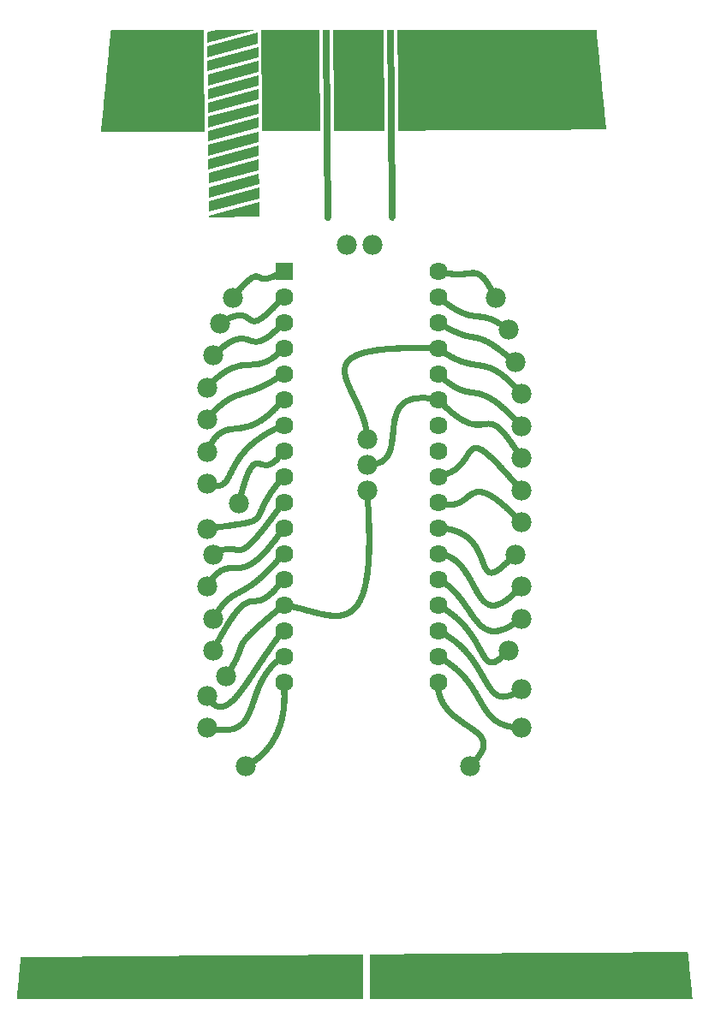
<source format=gtl>
G04 MADE WITH FRITZING*
G04 WWW.FRITZING.ORG*
G04 DOUBLE SIDED*
G04 HOLES PLATED*
G04 CONTOUR ON CENTER OF CONTOUR VECTOR*
%ASAXBY*%
%FSLAX23Y23*%
%MOIN*%
%OFA0B0*%
%SFA1.0B1.0*%
%ADD10C,0.079370*%
%ADD11C,0.078000*%
%ADD12C,0.070555*%
%ADD13C,0.070583*%
%ADD14R,0.070570X0.070542*%
%ADD15R,0.001000X0.001000*%
%LNCOPPER1*%
G90*
G70*
G54D10*
X70Y89D03*
X2563Y88D03*
X423Y3564D03*
X2189Y3563D03*
X1975Y3680D03*
X637Y3676D03*
G54D11*
X1365Y1978D03*
X1365Y2078D03*
X1365Y2178D03*
X1286Y2934D03*
X1386Y2934D03*
G54D12*
X1040Y2831D03*
X1040Y2731D03*
X1040Y2631D03*
X1040Y2531D03*
X1040Y2431D03*
X1040Y2331D03*
X1040Y2231D03*
X1040Y2131D03*
X1040Y2031D03*
G54D13*
X1040Y1931D03*
X1040Y1831D03*
X1040Y1731D03*
G54D12*
X1040Y1631D03*
X1040Y1531D03*
G54D13*
X1040Y1431D03*
X1040Y1331D03*
X1040Y1231D03*
G54D12*
X1640Y2831D03*
X1640Y2731D03*
X1640Y2631D03*
X1640Y2531D03*
X1640Y2431D03*
X1640Y2331D03*
X1640Y2031D03*
G54D13*
X1640Y1931D03*
G54D12*
X1640Y2131D03*
X1640Y2231D03*
G54D13*
X1640Y1831D03*
X1640Y1731D03*
G54D12*
X1640Y1631D03*
X1640Y1531D03*
G54D13*
X1640Y1431D03*
X1640Y1331D03*
X1640Y1231D03*
G54D11*
X740Y2128D03*
X740Y2128D03*
X815Y1253D03*
X815Y1253D03*
X740Y1603D03*
X740Y1603D03*
X740Y1053D03*
X740Y1053D03*
X890Y903D03*
X890Y903D03*
X740Y1828D03*
X740Y1828D03*
X740Y2378D03*
X740Y2378D03*
X740Y1178D03*
X740Y1178D03*
X765Y1353D03*
X765Y1353D03*
X765Y1728D03*
X765Y1728D03*
X740Y2253D03*
X740Y2253D03*
X740Y2003D03*
X740Y2003D03*
X765Y1478D03*
X765Y1478D03*
X840Y2728D03*
X840Y2728D03*
X765Y2503D03*
X765Y2503D03*
X865Y1928D03*
X865Y1928D03*
X1965Y2228D03*
X1965Y2228D03*
X1965Y2353D03*
X1965Y2353D03*
X1965Y1603D03*
X1965Y1603D03*
X1965Y1978D03*
X1965Y1978D03*
X1915Y2603D03*
X1915Y2603D03*
X1865Y2728D03*
X1865Y2728D03*
X1940Y2478D03*
X1940Y2478D03*
X1965Y2103D03*
X1965Y2103D03*
X1965Y1853D03*
X1965Y1853D03*
X1940Y1728D03*
X1940Y1728D03*
X790Y2628D03*
X790Y2628D03*
X1915Y1353D03*
X1915Y1353D03*
X1965Y1478D03*
X1965Y1478D03*
X1765Y903D03*
X1765Y903D03*
X1965Y1203D03*
X1965Y1203D03*
X1965Y1053D03*
X1965Y1053D03*
G54D14*
X1040Y2831D03*
G36*
X746Y3269D02*
X746Y3228D01*
X943Y3280D01*
X943Y3321D01*
X746Y3269D01*
G37*
D02*
G36*
X747Y3173D02*
X943Y3226D01*
X943Y3267D01*
X747Y3214D01*
X747Y3173D01*
G37*
D02*
G36*
X748Y3041D02*
X945Y3043D01*
X944Y3102D01*
X748Y3049D01*
X748Y3041D01*
G37*
D02*
G36*
X747Y3159D02*
X747Y3118D01*
X944Y3171D01*
X943Y3212D01*
X747Y3159D01*
G37*
D02*
G36*
X745Y3447D02*
X941Y3500D01*
X941Y3540D01*
X744Y3488D01*
X745Y3447D01*
G37*
D02*
G36*
X744Y3542D02*
X744Y3502D01*
X941Y3554D01*
X940Y3595D01*
X744Y3542D01*
G37*
D02*
G36*
X743Y3611D02*
X940Y3664D01*
X940Y3705D01*
X743Y3652D01*
X743Y3611D01*
G37*
D02*
G36*
X745Y3433D02*
X745Y3392D01*
X942Y3445D01*
X941Y3486D01*
X745Y3433D01*
G37*
D02*
G36*
X744Y3597D02*
X744Y3556D01*
X940Y3609D01*
X940Y3650D01*
X744Y3597D01*
G37*
D02*
G36*
X939Y3719D02*
X939Y3760D01*
X743Y3707D01*
X743Y3666D01*
X939Y3719D01*
G37*
D02*
G36*
X746Y3323D02*
X746Y3282D01*
X942Y3335D01*
X942Y3376D01*
X746Y3323D01*
G37*
D02*
G36*
X746Y3337D02*
X942Y3390D01*
X942Y3431D01*
X745Y3378D01*
X746Y3337D01*
G37*
D02*
G36*
X748Y3063D02*
X944Y3116D01*
X944Y3157D01*
X747Y3104D01*
X748Y3063D01*
G37*
D02*
G54D15*
X367Y3772D02*
X728Y3772D01*
X778Y3772D02*
X930Y3772D01*
X952Y3772D02*
X1178Y3772D01*
X1192Y3772D02*
X1218Y3772D01*
X1232Y3772D02*
X1428Y3772D01*
X1442Y3772D02*
X1468Y3772D01*
X1483Y3772D02*
X2256Y3772D01*
X367Y3771D02*
X728Y3771D01*
X775Y3771D02*
X926Y3771D01*
X952Y3771D02*
X1178Y3771D01*
X1192Y3771D02*
X1218Y3771D01*
X1232Y3771D02*
X1428Y3771D01*
X1442Y3771D02*
X1468Y3771D01*
X1483Y3771D02*
X2256Y3771D01*
X367Y3770D02*
X728Y3770D01*
X771Y3770D02*
X922Y3770D01*
X952Y3770D02*
X1178Y3770D01*
X1192Y3770D02*
X1218Y3770D01*
X1232Y3770D02*
X1428Y3770D01*
X1442Y3770D02*
X1468Y3770D01*
X1483Y3770D02*
X2256Y3770D01*
X367Y3769D02*
X728Y3769D01*
X767Y3769D02*
X919Y3769D01*
X952Y3769D02*
X1178Y3769D01*
X1192Y3769D02*
X1218Y3769D01*
X1232Y3769D02*
X1428Y3769D01*
X1442Y3769D02*
X1468Y3769D01*
X1483Y3769D02*
X2256Y3769D01*
X366Y3768D02*
X728Y3768D01*
X764Y3768D02*
X915Y3768D01*
X952Y3768D02*
X1178Y3768D01*
X1192Y3768D02*
X1218Y3768D01*
X1232Y3768D02*
X1428Y3768D01*
X1442Y3768D02*
X1468Y3768D01*
X1483Y3768D02*
X2256Y3768D01*
X366Y3767D02*
X728Y3767D01*
X760Y3767D02*
X911Y3767D01*
X952Y3767D02*
X1178Y3767D01*
X1192Y3767D02*
X1218Y3767D01*
X1232Y3767D02*
X1428Y3767D01*
X1442Y3767D02*
X1468Y3767D01*
X1483Y3767D02*
X2256Y3767D01*
X366Y3766D02*
X728Y3766D01*
X756Y3766D02*
X907Y3766D01*
X952Y3766D02*
X1178Y3766D01*
X1192Y3766D02*
X1218Y3766D01*
X1232Y3766D02*
X1428Y3766D01*
X1442Y3766D02*
X1468Y3766D01*
X1483Y3766D02*
X2256Y3766D01*
X366Y3765D02*
X728Y3765D01*
X752Y3765D02*
X904Y3765D01*
X952Y3765D02*
X1178Y3765D01*
X1192Y3765D02*
X1218Y3765D01*
X1232Y3765D02*
X1428Y3765D01*
X1442Y3765D02*
X1468Y3765D01*
X1483Y3765D02*
X2256Y3765D01*
X366Y3764D02*
X728Y3764D01*
X749Y3764D02*
X900Y3764D01*
X952Y3764D02*
X1178Y3764D01*
X1192Y3764D02*
X1218Y3764D01*
X1232Y3764D02*
X1428Y3764D01*
X1443Y3764D02*
X1468Y3764D01*
X1483Y3764D02*
X2257Y3764D01*
X366Y3763D02*
X728Y3763D01*
X745Y3763D02*
X896Y3763D01*
X952Y3763D02*
X1178Y3763D01*
X1192Y3763D02*
X1218Y3763D01*
X1232Y3763D02*
X1428Y3763D01*
X1443Y3763D02*
X1468Y3763D01*
X1483Y3763D02*
X2257Y3763D01*
X366Y3762D02*
X728Y3762D01*
X742Y3762D02*
X892Y3762D01*
X952Y3762D02*
X1178Y3762D01*
X1192Y3762D02*
X1218Y3762D01*
X1232Y3762D02*
X1428Y3762D01*
X1443Y3762D02*
X1468Y3762D01*
X1483Y3762D02*
X2257Y3762D01*
X366Y3761D02*
X728Y3761D01*
X742Y3761D02*
X889Y3761D01*
X952Y3761D02*
X1178Y3761D01*
X1192Y3761D02*
X1218Y3761D01*
X1232Y3761D02*
X1428Y3761D01*
X1443Y3761D02*
X1468Y3761D01*
X1483Y3761D02*
X2257Y3761D01*
X366Y3760D02*
X728Y3760D01*
X742Y3760D02*
X885Y3760D01*
X952Y3760D02*
X1178Y3760D01*
X1192Y3760D02*
X1218Y3760D01*
X1232Y3760D02*
X1428Y3760D01*
X1443Y3760D02*
X1468Y3760D01*
X1483Y3760D02*
X2257Y3760D01*
X366Y3759D02*
X728Y3759D01*
X742Y3759D02*
X881Y3759D01*
X952Y3759D02*
X1178Y3759D01*
X1192Y3759D02*
X1218Y3759D01*
X1232Y3759D02*
X1428Y3759D01*
X1443Y3759D02*
X1468Y3759D01*
X1483Y3759D02*
X2257Y3759D01*
X365Y3758D02*
X728Y3758D01*
X742Y3758D02*
X878Y3758D01*
X952Y3758D02*
X1178Y3758D01*
X1192Y3758D02*
X1218Y3758D01*
X1232Y3758D02*
X1428Y3758D01*
X1443Y3758D02*
X1468Y3758D01*
X1483Y3758D02*
X2257Y3758D01*
X365Y3757D02*
X728Y3757D01*
X742Y3757D02*
X874Y3757D01*
X952Y3757D02*
X1178Y3757D01*
X1192Y3757D02*
X1218Y3757D01*
X1232Y3757D02*
X1428Y3757D01*
X1443Y3757D02*
X1468Y3757D01*
X1483Y3757D02*
X2257Y3757D01*
X365Y3756D02*
X728Y3756D01*
X742Y3756D02*
X870Y3756D01*
X952Y3756D02*
X1178Y3756D01*
X1192Y3756D02*
X1218Y3756D01*
X1232Y3756D02*
X1428Y3756D01*
X1443Y3756D02*
X1468Y3756D01*
X1483Y3756D02*
X2257Y3756D01*
X365Y3755D02*
X728Y3755D01*
X742Y3755D02*
X866Y3755D01*
X952Y3755D02*
X1178Y3755D01*
X1192Y3755D02*
X1218Y3755D01*
X1232Y3755D02*
X1428Y3755D01*
X1443Y3755D02*
X1468Y3755D01*
X1483Y3755D02*
X2257Y3755D01*
X365Y3754D02*
X728Y3754D01*
X742Y3754D02*
X863Y3754D01*
X952Y3754D02*
X1178Y3754D01*
X1192Y3754D02*
X1218Y3754D01*
X1232Y3754D02*
X1428Y3754D01*
X1443Y3754D02*
X1468Y3754D01*
X1483Y3754D02*
X2258Y3754D01*
X365Y3753D02*
X728Y3753D01*
X742Y3753D02*
X859Y3753D01*
X952Y3753D02*
X1178Y3753D01*
X1192Y3753D02*
X1218Y3753D01*
X1232Y3753D02*
X1428Y3753D01*
X1443Y3753D02*
X1468Y3753D01*
X1483Y3753D02*
X2258Y3753D01*
X365Y3752D02*
X728Y3752D01*
X742Y3752D02*
X855Y3752D01*
X952Y3752D02*
X1178Y3752D01*
X1192Y3752D02*
X1218Y3752D01*
X1232Y3752D02*
X1428Y3752D01*
X1443Y3752D02*
X1468Y3752D01*
X1483Y3752D02*
X2258Y3752D01*
X365Y3751D02*
X728Y3751D01*
X742Y3751D02*
X852Y3751D01*
X952Y3751D02*
X1178Y3751D01*
X1192Y3751D02*
X1218Y3751D01*
X1232Y3751D02*
X1428Y3751D01*
X1443Y3751D02*
X1468Y3751D01*
X1483Y3751D02*
X2258Y3751D01*
X365Y3750D02*
X728Y3750D01*
X742Y3750D02*
X848Y3750D01*
X952Y3750D02*
X1178Y3750D01*
X1192Y3750D02*
X1218Y3750D01*
X1232Y3750D02*
X1428Y3750D01*
X1443Y3750D02*
X1469Y3750D01*
X1483Y3750D02*
X2258Y3750D01*
X365Y3749D02*
X728Y3749D01*
X742Y3749D02*
X844Y3749D01*
X952Y3749D02*
X1178Y3749D01*
X1192Y3749D02*
X1218Y3749D01*
X1232Y3749D02*
X1428Y3749D01*
X1443Y3749D02*
X1469Y3749D01*
X1483Y3749D02*
X2258Y3749D01*
X364Y3748D02*
X728Y3748D01*
X742Y3748D02*
X840Y3748D01*
X952Y3748D02*
X1178Y3748D01*
X1192Y3748D02*
X1218Y3748D01*
X1232Y3748D02*
X1428Y3748D01*
X1443Y3748D02*
X1469Y3748D01*
X1483Y3748D02*
X2258Y3748D01*
X364Y3747D02*
X728Y3747D01*
X742Y3747D02*
X837Y3747D01*
X952Y3747D02*
X1178Y3747D01*
X1192Y3747D02*
X1218Y3747D01*
X1232Y3747D02*
X1428Y3747D01*
X1443Y3747D02*
X1469Y3747D01*
X1483Y3747D02*
X2258Y3747D01*
X364Y3746D02*
X728Y3746D01*
X742Y3746D02*
X833Y3746D01*
X952Y3746D02*
X1178Y3746D01*
X1192Y3746D02*
X1218Y3746D01*
X1232Y3746D02*
X1428Y3746D01*
X1443Y3746D02*
X1469Y3746D01*
X1483Y3746D02*
X2258Y3746D01*
X364Y3745D02*
X728Y3745D01*
X742Y3745D02*
X829Y3745D01*
X952Y3745D02*
X1178Y3745D01*
X1192Y3745D02*
X1218Y3745D01*
X1232Y3745D02*
X1428Y3745D01*
X1443Y3745D02*
X1469Y3745D01*
X1483Y3745D02*
X2258Y3745D01*
X364Y3744D02*
X728Y3744D01*
X742Y3744D02*
X826Y3744D01*
X952Y3744D02*
X1178Y3744D01*
X1192Y3744D02*
X1218Y3744D01*
X1232Y3744D02*
X1428Y3744D01*
X1443Y3744D02*
X1469Y3744D01*
X1483Y3744D02*
X2259Y3744D01*
X364Y3743D02*
X728Y3743D01*
X742Y3743D02*
X822Y3743D01*
X952Y3743D02*
X1178Y3743D01*
X1192Y3743D02*
X1218Y3743D01*
X1232Y3743D02*
X1428Y3743D01*
X1443Y3743D02*
X1469Y3743D01*
X1483Y3743D02*
X2259Y3743D01*
X364Y3742D02*
X728Y3742D01*
X742Y3742D02*
X818Y3742D01*
X952Y3742D02*
X1178Y3742D01*
X1192Y3742D02*
X1218Y3742D01*
X1232Y3742D02*
X1428Y3742D01*
X1443Y3742D02*
X1469Y3742D01*
X1483Y3742D02*
X2259Y3742D01*
X364Y3741D02*
X728Y3741D01*
X742Y3741D02*
X814Y3741D01*
X952Y3741D02*
X1178Y3741D01*
X1192Y3741D02*
X1218Y3741D01*
X1232Y3741D02*
X1428Y3741D01*
X1443Y3741D02*
X1469Y3741D01*
X1483Y3741D02*
X2259Y3741D01*
X364Y3740D02*
X728Y3740D01*
X742Y3740D02*
X811Y3740D01*
X952Y3740D02*
X1178Y3740D01*
X1192Y3740D02*
X1218Y3740D01*
X1233Y3740D02*
X1428Y3740D01*
X1443Y3740D02*
X1469Y3740D01*
X1483Y3740D02*
X2259Y3740D01*
X364Y3739D02*
X728Y3739D01*
X742Y3739D02*
X807Y3739D01*
X952Y3739D02*
X1178Y3739D01*
X1192Y3739D02*
X1218Y3739D01*
X1233Y3739D02*
X1428Y3739D01*
X1443Y3739D02*
X1469Y3739D01*
X1483Y3739D02*
X2259Y3739D01*
X364Y3738D02*
X728Y3738D01*
X742Y3738D02*
X803Y3738D01*
X952Y3738D02*
X1178Y3738D01*
X1192Y3738D02*
X1218Y3738D01*
X1233Y3738D02*
X1428Y3738D01*
X1443Y3738D02*
X1469Y3738D01*
X1483Y3738D02*
X2259Y3738D01*
X363Y3737D02*
X728Y3737D01*
X742Y3737D02*
X800Y3737D01*
X952Y3737D02*
X1178Y3737D01*
X1192Y3737D02*
X1218Y3737D01*
X1233Y3737D02*
X1428Y3737D01*
X1443Y3737D02*
X1469Y3737D01*
X1483Y3737D02*
X2259Y3737D01*
X363Y3736D02*
X728Y3736D01*
X742Y3736D02*
X796Y3736D01*
X952Y3736D02*
X1178Y3736D01*
X1192Y3736D02*
X1218Y3736D01*
X1233Y3736D02*
X1428Y3736D01*
X1443Y3736D02*
X1469Y3736D01*
X1483Y3736D02*
X2259Y3736D01*
X363Y3735D02*
X728Y3735D01*
X742Y3735D02*
X792Y3735D01*
X952Y3735D02*
X1178Y3735D01*
X1192Y3735D02*
X1218Y3735D01*
X1233Y3735D02*
X1428Y3735D01*
X1443Y3735D02*
X1469Y3735D01*
X1483Y3735D02*
X2259Y3735D01*
X363Y3734D02*
X728Y3734D01*
X742Y3734D02*
X788Y3734D01*
X952Y3734D02*
X1178Y3734D01*
X1192Y3734D02*
X1218Y3734D01*
X1233Y3734D02*
X1428Y3734D01*
X1443Y3734D02*
X1469Y3734D01*
X1483Y3734D02*
X2260Y3734D01*
X363Y3733D02*
X728Y3733D01*
X742Y3733D02*
X785Y3733D01*
X952Y3733D02*
X1178Y3733D01*
X1192Y3733D02*
X1218Y3733D01*
X1233Y3733D02*
X1428Y3733D01*
X1443Y3733D02*
X1469Y3733D01*
X1483Y3733D02*
X2260Y3733D01*
X363Y3732D02*
X728Y3732D01*
X742Y3732D02*
X781Y3732D01*
X952Y3732D02*
X1178Y3732D01*
X1192Y3732D02*
X1218Y3732D01*
X1233Y3732D02*
X1428Y3732D01*
X1443Y3732D02*
X1469Y3732D01*
X1483Y3732D02*
X2260Y3732D01*
X363Y3731D02*
X728Y3731D01*
X742Y3731D02*
X777Y3731D01*
X952Y3731D02*
X1178Y3731D01*
X1192Y3731D02*
X1218Y3731D01*
X1233Y3731D02*
X1428Y3731D01*
X1443Y3731D02*
X1469Y3731D01*
X1483Y3731D02*
X2260Y3731D01*
X363Y3730D02*
X728Y3730D01*
X742Y3730D02*
X774Y3730D01*
X952Y3730D02*
X1178Y3730D01*
X1192Y3730D02*
X1218Y3730D01*
X1233Y3730D02*
X1428Y3730D01*
X1443Y3730D02*
X1469Y3730D01*
X1483Y3730D02*
X2260Y3730D01*
X363Y3729D02*
X728Y3729D01*
X742Y3729D02*
X770Y3729D01*
X952Y3729D02*
X1178Y3729D01*
X1192Y3729D02*
X1218Y3729D01*
X1233Y3729D02*
X1428Y3729D01*
X1443Y3729D02*
X1469Y3729D01*
X1483Y3729D02*
X2260Y3729D01*
X363Y3728D02*
X728Y3728D01*
X742Y3728D02*
X766Y3728D01*
X952Y3728D02*
X1178Y3728D01*
X1192Y3728D02*
X1218Y3728D01*
X1233Y3728D02*
X1428Y3728D01*
X1443Y3728D02*
X1469Y3728D01*
X1483Y3728D02*
X2260Y3728D01*
X362Y3727D02*
X728Y3727D01*
X742Y3727D02*
X762Y3727D01*
X952Y3727D02*
X1178Y3727D01*
X1192Y3727D02*
X1218Y3727D01*
X1233Y3727D02*
X1428Y3727D01*
X1443Y3727D02*
X1469Y3727D01*
X1483Y3727D02*
X2260Y3727D01*
X362Y3726D02*
X728Y3726D01*
X742Y3726D02*
X759Y3726D01*
X952Y3726D02*
X1178Y3726D01*
X1192Y3726D02*
X1218Y3726D01*
X1233Y3726D02*
X1428Y3726D01*
X1443Y3726D02*
X1469Y3726D01*
X1483Y3726D02*
X2260Y3726D01*
X362Y3725D02*
X728Y3725D01*
X742Y3725D02*
X755Y3725D01*
X952Y3725D02*
X1178Y3725D01*
X1192Y3725D02*
X1218Y3725D01*
X1233Y3725D02*
X1428Y3725D01*
X1443Y3725D02*
X1469Y3725D01*
X1483Y3725D02*
X2260Y3725D01*
X362Y3724D02*
X728Y3724D01*
X742Y3724D02*
X751Y3724D01*
X953Y3724D02*
X1178Y3724D01*
X1192Y3724D02*
X1218Y3724D01*
X1233Y3724D02*
X1428Y3724D01*
X1443Y3724D02*
X1469Y3724D01*
X1483Y3724D02*
X2261Y3724D01*
X362Y3723D02*
X728Y3723D01*
X742Y3723D02*
X748Y3723D01*
X953Y3723D02*
X1178Y3723D01*
X1192Y3723D02*
X1218Y3723D01*
X1233Y3723D02*
X1428Y3723D01*
X1443Y3723D02*
X1469Y3723D01*
X1483Y3723D02*
X2261Y3723D01*
X362Y3722D02*
X728Y3722D01*
X742Y3722D02*
X744Y3722D01*
X953Y3722D02*
X1178Y3722D01*
X1192Y3722D02*
X1218Y3722D01*
X1233Y3722D02*
X1428Y3722D01*
X1443Y3722D02*
X1469Y3722D01*
X1483Y3722D02*
X2261Y3722D01*
X362Y3721D02*
X728Y3721D01*
X953Y3721D02*
X1178Y3721D01*
X1192Y3721D02*
X1218Y3721D01*
X1233Y3721D02*
X1428Y3721D01*
X1443Y3721D02*
X1469Y3721D01*
X1483Y3721D02*
X2261Y3721D01*
X362Y3720D02*
X728Y3720D01*
X953Y3720D02*
X1178Y3720D01*
X1192Y3720D02*
X1218Y3720D01*
X1233Y3720D02*
X1428Y3720D01*
X1443Y3720D02*
X1469Y3720D01*
X1483Y3720D02*
X2261Y3720D01*
X362Y3719D02*
X728Y3719D01*
X953Y3719D02*
X1178Y3719D01*
X1192Y3719D02*
X1218Y3719D01*
X1233Y3719D02*
X1428Y3719D01*
X1443Y3719D02*
X1469Y3719D01*
X1483Y3719D02*
X2261Y3719D01*
X362Y3718D02*
X728Y3718D01*
X953Y3718D02*
X1178Y3718D01*
X1192Y3718D02*
X1218Y3718D01*
X1233Y3718D02*
X1428Y3718D01*
X1443Y3718D02*
X1469Y3718D01*
X1483Y3718D02*
X2261Y3718D01*
X361Y3717D02*
X728Y3717D01*
X953Y3717D02*
X1178Y3717D01*
X1192Y3717D02*
X1218Y3717D01*
X1233Y3717D02*
X1428Y3717D01*
X1443Y3717D02*
X1469Y3717D01*
X1483Y3717D02*
X2261Y3717D01*
X361Y3716D02*
X728Y3716D01*
X953Y3716D02*
X1178Y3716D01*
X1192Y3716D02*
X1218Y3716D01*
X1233Y3716D02*
X1428Y3716D01*
X1443Y3716D02*
X1469Y3716D01*
X1483Y3716D02*
X2261Y3716D01*
X361Y3715D02*
X728Y3715D01*
X953Y3715D02*
X1178Y3715D01*
X1192Y3715D02*
X1218Y3715D01*
X1233Y3715D02*
X1428Y3715D01*
X1443Y3715D02*
X1469Y3715D01*
X1483Y3715D02*
X2261Y3715D01*
X361Y3714D02*
X728Y3714D01*
X953Y3714D02*
X1178Y3714D01*
X1192Y3714D02*
X1218Y3714D01*
X1233Y3714D02*
X1428Y3714D01*
X1443Y3714D02*
X1469Y3714D01*
X1483Y3714D02*
X2262Y3714D01*
X361Y3713D02*
X728Y3713D01*
X953Y3713D02*
X1178Y3713D01*
X1192Y3713D02*
X1218Y3713D01*
X1233Y3713D02*
X1428Y3713D01*
X1443Y3713D02*
X1469Y3713D01*
X1483Y3713D02*
X2262Y3713D01*
X361Y3712D02*
X728Y3712D01*
X953Y3712D02*
X1178Y3712D01*
X1192Y3712D02*
X1218Y3712D01*
X1233Y3712D02*
X1428Y3712D01*
X1443Y3712D02*
X1469Y3712D01*
X1483Y3712D02*
X2262Y3712D01*
X361Y3711D02*
X728Y3711D01*
X953Y3711D02*
X1178Y3711D01*
X1192Y3711D02*
X1218Y3711D01*
X1233Y3711D02*
X1429Y3711D01*
X1443Y3711D02*
X1469Y3711D01*
X1483Y3711D02*
X2262Y3711D01*
X361Y3710D02*
X728Y3710D01*
X953Y3710D02*
X1178Y3710D01*
X1192Y3710D02*
X1218Y3710D01*
X1233Y3710D02*
X1429Y3710D01*
X1443Y3710D02*
X1469Y3710D01*
X1483Y3710D02*
X2262Y3710D01*
X361Y3709D02*
X728Y3709D01*
X953Y3709D02*
X1178Y3709D01*
X1192Y3709D02*
X1218Y3709D01*
X1233Y3709D02*
X1429Y3709D01*
X1443Y3709D02*
X1469Y3709D01*
X1483Y3709D02*
X2262Y3709D01*
X361Y3708D02*
X728Y3708D01*
X953Y3708D02*
X1178Y3708D01*
X1192Y3708D02*
X1218Y3708D01*
X1233Y3708D02*
X1429Y3708D01*
X1443Y3708D02*
X1469Y3708D01*
X1483Y3708D02*
X2262Y3708D01*
X360Y3707D02*
X728Y3707D01*
X953Y3707D02*
X1178Y3707D01*
X1192Y3707D02*
X1218Y3707D01*
X1233Y3707D02*
X1429Y3707D01*
X1443Y3707D02*
X1469Y3707D01*
X1483Y3707D02*
X2262Y3707D01*
X360Y3706D02*
X728Y3706D01*
X953Y3706D02*
X1178Y3706D01*
X1193Y3706D02*
X1218Y3706D01*
X1233Y3706D02*
X1429Y3706D01*
X1443Y3706D02*
X1469Y3706D01*
X1483Y3706D02*
X2262Y3706D01*
X360Y3705D02*
X728Y3705D01*
X953Y3705D02*
X1178Y3705D01*
X1193Y3705D02*
X1218Y3705D01*
X1233Y3705D02*
X1429Y3705D01*
X1443Y3705D02*
X1469Y3705D01*
X1483Y3705D02*
X2262Y3705D01*
X360Y3704D02*
X728Y3704D01*
X953Y3704D02*
X1178Y3704D01*
X1193Y3704D02*
X1218Y3704D01*
X1233Y3704D02*
X1429Y3704D01*
X1443Y3704D02*
X1469Y3704D01*
X1483Y3704D02*
X2263Y3704D01*
X360Y3703D02*
X728Y3703D01*
X953Y3703D02*
X1178Y3703D01*
X1193Y3703D02*
X1218Y3703D01*
X1233Y3703D02*
X1429Y3703D01*
X1443Y3703D02*
X1469Y3703D01*
X1483Y3703D02*
X2263Y3703D01*
X360Y3702D02*
X728Y3702D01*
X953Y3702D02*
X1178Y3702D01*
X1193Y3702D02*
X1218Y3702D01*
X1233Y3702D02*
X1429Y3702D01*
X1443Y3702D02*
X1469Y3702D01*
X1483Y3702D02*
X2263Y3702D01*
X360Y3701D02*
X728Y3701D01*
X953Y3701D02*
X1178Y3701D01*
X1193Y3701D02*
X1218Y3701D01*
X1233Y3701D02*
X1429Y3701D01*
X1443Y3701D02*
X1469Y3701D01*
X1483Y3701D02*
X2263Y3701D01*
X360Y3700D02*
X728Y3700D01*
X953Y3700D02*
X1178Y3700D01*
X1193Y3700D02*
X1218Y3700D01*
X1233Y3700D02*
X1429Y3700D01*
X1443Y3700D02*
X1469Y3700D01*
X1483Y3700D02*
X2263Y3700D01*
X360Y3699D02*
X728Y3699D01*
X953Y3699D02*
X1178Y3699D01*
X1193Y3699D02*
X1218Y3699D01*
X1233Y3699D02*
X1429Y3699D01*
X1443Y3699D02*
X1469Y3699D01*
X1483Y3699D02*
X2263Y3699D01*
X360Y3698D02*
X728Y3698D01*
X953Y3698D02*
X1178Y3698D01*
X1193Y3698D02*
X1218Y3698D01*
X1233Y3698D02*
X1429Y3698D01*
X1443Y3698D02*
X1469Y3698D01*
X1483Y3698D02*
X2263Y3698D01*
X360Y3697D02*
X728Y3697D01*
X953Y3697D02*
X1178Y3697D01*
X1193Y3697D02*
X1218Y3697D01*
X1233Y3697D02*
X1429Y3697D01*
X1443Y3697D02*
X1469Y3697D01*
X1483Y3697D02*
X2263Y3697D01*
X359Y3696D02*
X728Y3696D01*
X953Y3696D02*
X1178Y3696D01*
X1193Y3696D02*
X1218Y3696D01*
X1233Y3696D02*
X1429Y3696D01*
X1443Y3696D02*
X1469Y3696D01*
X1483Y3696D02*
X2263Y3696D01*
X359Y3695D02*
X728Y3695D01*
X953Y3695D02*
X1178Y3695D01*
X1193Y3695D02*
X1218Y3695D01*
X1233Y3695D02*
X1429Y3695D01*
X1443Y3695D02*
X1469Y3695D01*
X1483Y3695D02*
X2263Y3695D01*
X359Y3694D02*
X728Y3694D01*
X953Y3694D02*
X1178Y3694D01*
X1193Y3694D02*
X1218Y3694D01*
X1233Y3694D02*
X1429Y3694D01*
X1443Y3694D02*
X1469Y3694D01*
X1483Y3694D02*
X2263Y3694D01*
X359Y3693D02*
X728Y3693D01*
X953Y3693D02*
X1178Y3693D01*
X1193Y3693D02*
X1218Y3693D01*
X1233Y3693D02*
X1429Y3693D01*
X1443Y3693D02*
X1469Y3693D01*
X1483Y3693D02*
X2264Y3693D01*
X359Y3692D02*
X728Y3692D01*
X953Y3692D02*
X1178Y3692D01*
X1193Y3692D02*
X1218Y3692D01*
X1233Y3692D02*
X1429Y3692D01*
X1443Y3692D02*
X1469Y3692D01*
X1483Y3692D02*
X2264Y3692D01*
X359Y3691D02*
X728Y3691D01*
X953Y3691D02*
X1178Y3691D01*
X1193Y3691D02*
X1218Y3691D01*
X1233Y3691D02*
X1429Y3691D01*
X1443Y3691D02*
X1469Y3691D01*
X1483Y3691D02*
X2264Y3691D01*
X359Y3690D02*
X728Y3690D01*
X953Y3690D02*
X1178Y3690D01*
X1193Y3690D02*
X1218Y3690D01*
X1233Y3690D02*
X1429Y3690D01*
X1443Y3690D02*
X1469Y3690D01*
X1483Y3690D02*
X2264Y3690D01*
X359Y3689D02*
X728Y3689D01*
X953Y3689D02*
X1178Y3689D01*
X1193Y3689D02*
X1219Y3689D01*
X1233Y3689D02*
X1429Y3689D01*
X1443Y3689D02*
X1469Y3689D01*
X1483Y3689D02*
X2264Y3689D01*
X359Y3688D02*
X728Y3688D01*
X953Y3688D02*
X1178Y3688D01*
X1193Y3688D02*
X1219Y3688D01*
X1233Y3688D02*
X1429Y3688D01*
X1443Y3688D02*
X1469Y3688D01*
X1483Y3688D02*
X2264Y3688D01*
X359Y3687D02*
X728Y3687D01*
X953Y3687D02*
X1178Y3687D01*
X1193Y3687D02*
X1219Y3687D01*
X1233Y3687D02*
X1429Y3687D01*
X1443Y3687D02*
X1469Y3687D01*
X1483Y3687D02*
X2264Y3687D01*
X358Y3686D02*
X728Y3686D01*
X953Y3686D02*
X1178Y3686D01*
X1193Y3686D02*
X1219Y3686D01*
X1233Y3686D02*
X1429Y3686D01*
X1443Y3686D02*
X1469Y3686D01*
X1483Y3686D02*
X2264Y3686D01*
X358Y3685D02*
X728Y3685D01*
X953Y3685D02*
X1178Y3685D01*
X1193Y3685D02*
X1219Y3685D01*
X1233Y3685D02*
X1429Y3685D01*
X1443Y3685D02*
X1469Y3685D01*
X1483Y3685D02*
X2264Y3685D01*
X358Y3684D02*
X728Y3684D01*
X953Y3684D02*
X1178Y3684D01*
X1193Y3684D02*
X1219Y3684D01*
X1233Y3684D02*
X1429Y3684D01*
X1443Y3684D02*
X1469Y3684D01*
X1483Y3684D02*
X2264Y3684D01*
X358Y3683D02*
X728Y3683D01*
X953Y3683D02*
X1178Y3683D01*
X1193Y3683D02*
X1219Y3683D01*
X1233Y3683D02*
X1429Y3683D01*
X1443Y3683D02*
X1469Y3683D01*
X1483Y3683D02*
X2265Y3683D01*
X358Y3682D02*
X728Y3682D01*
X953Y3682D02*
X1178Y3682D01*
X1193Y3682D02*
X1219Y3682D01*
X1233Y3682D02*
X1429Y3682D01*
X1443Y3682D02*
X1469Y3682D01*
X1483Y3682D02*
X2265Y3682D01*
X358Y3681D02*
X728Y3681D01*
X953Y3681D02*
X1178Y3681D01*
X1193Y3681D02*
X1219Y3681D01*
X1233Y3681D02*
X1429Y3681D01*
X1443Y3681D02*
X1469Y3681D01*
X1483Y3681D02*
X2265Y3681D01*
X358Y3680D02*
X728Y3680D01*
X953Y3680D02*
X1178Y3680D01*
X1193Y3680D02*
X1219Y3680D01*
X1233Y3680D02*
X1429Y3680D01*
X1443Y3680D02*
X1469Y3680D01*
X1483Y3680D02*
X2265Y3680D01*
X358Y3679D02*
X728Y3679D01*
X953Y3679D02*
X1178Y3679D01*
X1193Y3679D02*
X1219Y3679D01*
X1233Y3679D02*
X1429Y3679D01*
X1443Y3679D02*
X1469Y3679D01*
X1483Y3679D02*
X2265Y3679D01*
X358Y3678D02*
X728Y3678D01*
X953Y3678D02*
X1178Y3678D01*
X1193Y3678D02*
X1219Y3678D01*
X1233Y3678D02*
X1429Y3678D01*
X1443Y3678D02*
X1469Y3678D01*
X1483Y3678D02*
X2265Y3678D01*
X358Y3677D02*
X728Y3677D01*
X953Y3677D02*
X1178Y3677D01*
X1193Y3677D02*
X1219Y3677D01*
X1233Y3677D02*
X1429Y3677D01*
X1443Y3677D02*
X1469Y3677D01*
X1483Y3677D02*
X2265Y3677D01*
X357Y3676D02*
X728Y3676D01*
X953Y3676D02*
X1178Y3676D01*
X1193Y3676D02*
X1219Y3676D01*
X1233Y3676D02*
X1429Y3676D01*
X1443Y3676D02*
X1469Y3676D01*
X1483Y3676D02*
X2265Y3676D01*
X357Y3675D02*
X728Y3675D01*
X953Y3675D02*
X1178Y3675D01*
X1193Y3675D02*
X1219Y3675D01*
X1233Y3675D02*
X1429Y3675D01*
X1443Y3675D02*
X1469Y3675D01*
X1484Y3675D02*
X2265Y3675D01*
X357Y3674D02*
X728Y3674D01*
X953Y3674D02*
X1178Y3674D01*
X1193Y3674D02*
X1219Y3674D01*
X1233Y3674D02*
X1429Y3674D01*
X1443Y3674D02*
X1469Y3674D01*
X1484Y3674D02*
X2265Y3674D01*
X357Y3673D02*
X728Y3673D01*
X953Y3673D02*
X1178Y3673D01*
X1193Y3673D02*
X1219Y3673D01*
X1233Y3673D02*
X1429Y3673D01*
X1443Y3673D02*
X1469Y3673D01*
X1484Y3673D02*
X2266Y3673D01*
X357Y3672D02*
X728Y3672D01*
X953Y3672D02*
X1178Y3672D01*
X1193Y3672D02*
X1219Y3672D01*
X1233Y3672D02*
X1429Y3672D01*
X1443Y3672D02*
X1469Y3672D01*
X1484Y3672D02*
X2266Y3672D01*
X357Y3671D02*
X728Y3671D01*
X953Y3671D02*
X1178Y3671D01*
X1193Y3671D02*
X1219Y3671D01*
X1233Y3671D02*
X1429Y3671D01*
X1443Y3671D02*
X1469Y3671D01*
X1484Y3671D02*
X2266Y3671D01*
X357Y3670D02*
X728Y3670D01*
X953Y3670D02*
X1178Y3670D01*
X1193Y3670D02*
X1219Y3670D01*
X1233Y3670D02*
X1429Y3670D01*
X1443Y3670D02*
X1469Y3670D01*
X1484Y3670D02*
X2266Y3670D01*
X357Y3669D02*
X728Y3669D01*
X953Y3669D02*
X1178Y3669D01*
X1193Y3669D02*
X1219Y3669D01*
X1233Y3669D02*
X1429Y3669D01*
X1443Y3669D02*
X1469Y3669D01*
X1484Y3669D02*
X2266Y3669D01*
X357Y3668D02*
X728Y3668D01*
X953Y3668D02*
X1178Y3668D01*
X1193Y3668D02*
X1219Y3668D01*
X1233Y3668D02*
X1429Y3668D01*
X1443Y3668D02*
X1469Y3668D01*
X1484Y3668D02*
X2266Y3668D01*
X357Y3667D02*
X728Y3667D01*
X953Y3667D02*
X1178Y3667D01*
X1193Y3667D02*
X1219Y3667D01*
X1233Y3667D02*
X1429Y3667D01*
X1443Y3667D02*
X1469Y3667D01*
X1484Y3667D02*
X2266Y3667D01*
X357Y3666D02*
X728Y3666D01*
X953Y3666D02*
X1178Y3666D01*
X1193Y3666D02*
X1219Y3666D01*
X1233Y3666D02*
X1429Y3666D01*
X1443Y3666D02*
X1469Y3666D01*
X1484Y3666D02*
X2266Y3666D01*
X356Y3665D02*
X728Y3665D01*
X953Y3665D02*
X1178Y3665D01*
X1193Y3665D02*
X1219Y3665D01*
X1233Y3665D02*
X1429Y3665D01*
X1443Y3665D02*
X1469Y3665D01*
X1484Y3665D02*
X2266Y3665D01*
X356Y3664D02*
X728Y3664D01*
X953Y3664D02*
X1178Y3664D01*
X1193Y3664D02*
X1219Y3664D01*
X1233Y3664D02*
X1429Y3664D01*
X1443Y3664D02*
X1469Y3664D01*
X1484Y3664D02*
X2266Y3664D01*
X356Y3663D02*
X728Y3663D01*
X953Y3663D02*
X1178Y3663D01*
X1193Y3663D02*
X1219Y3663D01*
X1233Y3663D02*
X1429Y3663D01*
X1443Y3663D02*
X1469Y3663D01*
X1484Y3663D02*
X2267Y3663D01*
X356Y3662D02*
X728Y3662D01*
X953Y3662D02*
X1178Y3662D01*
X1193Y3662D02*
X1219Y3662D01*
X1233Y3662D02*
X1429Y3662D01*
X1443Y3662D02*
X1469Y3662D01*
X1484Y3662D02*
X2267Y3662D01*
X356Y3661D02*
X728Y3661D01*
X953Y3661D02*
X1178Y3661D01*
X1193Y3661D02*
X1219Y3661D01*
X1233Y3661D02*
X1429Y3661D01*
X1443Y3661D02*
X1469Y3661D01*
X1484Y3661D02*
X2267Y3661D01*
X356Y3660D02*
X728Y3660D01*
X953Y3660D02*
X1178Y3660D01*
X1193Y3660D02*
X1219Y3660D01*
X1233Y3660D02*
X1429Y3660D01*
X1443Y3660D02*
X1469Y3660D01*
X1484Y3660D02*
X2267Y3660D01*
X356Y3659D02*
X728Y3659D01*
X953Y3659D02*
X1178Y3659D01*
X1193Y3659D02*
X1219Y3659D01*
X1233Y3659D02*
X1429Y3659D01*
X1443Y3659D02*
X1469Y3659D01*
X1484Y3659D02*
X2267Y3659D01*
X356Y3658D02*
X728Y3658D01*
X953Y3658D02*
X1178Y3658D01*
X1193Y3658D02*
X1219Y3658D01*
X1233Y3658D02*
X1429Y3658D01*
X1443Y3658D02*
X1469Y3658D01*
X1484Y3658D02*
X2267Y3658D01*
X356Y3657D02*
X728Y3657D01*
X953Y3657D02*
X1178Y3657D01*
X1193Y3657D02*
X1219Y3657D01*
X1233Y3657D02*
X1429Y3657D01*
X1443Y3657D02*
X1469Y3657D01*
X1484Y3657D02*
X2267Y3657D01*
X356Y3656D02*
X728Y3656D01*
X953Y3656D02*
X1178Y3656D01*
X1193Y3656D02*
X1219Y3656D01*
X1233Y3656D02*
X1429Y3656D01*
X1443Y3656D02*
X1469Y3656D01*
X1484Y3656D02*
X2267Y3656D01*
X355Y3655D02*
X728Y3655D01*
X953Y3655D02*
X1178Y3655D01*
X1193Y3655D02*
X1219Y3655D01*
X1233Y3655D02*
X1429Y3655D01*
X1443Y3655D02*
X1469Y3655D01*
X1484Y3655D02*
X2267Y3655D01*
X355Y3654D02*
X728Y3654D01*
X953Y3654D02*
X1178Y3654D01*
X1193Y3654D02*
X1219Y3654D01*
X1233Y3654D02*
X1429Y3654D01*
X1443Y3654D02*
X1469Y3654D01*
X1484Y3654D02*
X2267Y3654D01*
X355Y3653D02*
X728Y3653D01*
X953Y3653D02*
X1178Y3653D01*
X1193Y3653D02*
X1219Y3653D01*
X1233Y3653D02*
X1429Y3653D01*
X1443Y3653D02*
X1469Y3653D01*
X1484Y3653D02*
X2268Y3653D01*
X355Y3652D02*
X728Y3652D01*
X953Y3652D02*
X1178Y3652D01*
X1193Y3652D02*
X1219Y3652D01*
X1233Y3652D02*
X1429Y3652D01*
X1443Y3652D02*
X1469Y3652D01*
X1484Y3652D02*
X2268Y3652D01*
X355Y3651D02*
X728Y3651D01*
X953Y3651D02*
X1178Y3651D01*
X1193Y3651D02*
X1219Y3651D01*
X1233Y3651D02*
X1429Y3651D01*
X1443Y3651D02*
X1469Y3651D01*
X1484Y3651D02*
X2268Y3651D01*
X355Y3650D02*
X728Y3650D01*
X953Y3650D02*
X1179Y3650D01*
X1193Y3650D02*
X1219Y3650D01*
X1233Y3650D02*
X1429Y3650D01*
X1443Y3650D02*
X1469Y3650D01*
X1484Y3650D02*
X2268Y3650D01*
X355Y3649D02*
X728Y3649D01*
X953Y3649D02*
X1179Y3649D01*
X1193Y3649D02*
X1219Y3649D01*
X1233Y3649D02*
X1429Y3649D01*
X1443Y3649D02*
X1469Y3649D01*
X1484Y3649D02*
X2268Y3649D01*
X355Y3648D02*
X728Y3648D01*
X953Y3648D02*
X1179Y3648D01*
X1193Y3648D02*
X1219Y3648D01*
X1233Y3648D02*
X1429Y3648D01*
X1443Y3648D02*
X1469Y3648D01*
X1484Y3648D02*
X2268Y3648D01*
X355Y3647D02*
X729Y3647D01*
X953Y3647D02*
X1179Y3647D01*
X1193Y3647D02*
X1219Y3647D01*
X1233Y3647D02*
X1429Y3647D01*
X1443Y3647D02*
X1469Y3647D01*
X1484Y3647D02*
X2268Y3647D01*
X355Y3646D02*
X729Y3646D01*
X953Y3646D02*
X1179Y3646D01*
X1193Y3646D02*
X1219Y3646D01*
X1233Y3646D02*
X1429Y3646D01*
X1443Y3646D02*
X1469Y3646D01*
X1484Y3646D02*
X2268Y3646D01*
X354Y3645D02*
X729Y3645D01*
X953Y3645D02*
X1179Y3645D01*
X1193Y3645D02*
X1219Y3645D01*
X1233Y3645D02*
X1429Y3645D01*
X1443Y3645D02*
X1469Y3645D01*
X1484Y3645D02*
X2268Y3645D01*
X354Y3644D02*
X729Y3644D01*
X953Y3644D02*
X1179Y3644D01*
X1193Y3644D02*
X1219Y3644D01*
X1233Y3644D02*
X1429Y3644D01*
X1443Y3644D02*
X1469Y3644D01*
X1484Y3644D02*
X2268Y3644D01*
X354Y3643D02*
X729Y3643D01*
X953Y3643D02*
X1179Y3643D01*
X1193Y3643D02*
X1219Y3643D01*
X1233Y3643D02*
X1429Y3643D01*
X1443Y3643D02*
X1469Y3643D01*
X1484Y3643D02*
X2269Y3643D01*
X354Y3642D02*
X729Y3642D01*
X953Y3642D02*
X1179Y3642D01*
X1193Y3642D02*
X1219Y3642D01*
X1233Y3642D02*
X1429Y3642D01*
X1443Y3642D02*
X1469Y3642D01*
X1484Y3642D02*
X2269Y3642D01*
X354Y3641D02*
X729Y3641D01*
X953Y3641D02*
X1179Y3641D01*
X1193Y3641D02*
X1219Y3641D01*
X1233Y3641D02*
X1429Y3641D01*
X1443Y3641D02*
X1469Y3641D01*
X1484Y3641D02*
X2269Y3641D01*
X354Y3640D02*
X729Y3640D01*
X953Y3640D02*
X1179Y3640D01*
X1193Y3640D02*
X1219Y3640D01*
X1233Y3640D02*
X1429Y3640D01*
X1443Y3640D02*
X1469Y3640D01*
X1484Y3640D02*
X2269Y3640D01*
X354Y3639D02*
X729Y3639D01*
X953Y3639D02*
X1179Y3639D01*
X1193Y3639D02*
X1219Y3639D01*
X1233Y3639D02*
X1429Y3639D01*
X1443Y3639D02*
X1469Y3639D01*
X1484Y3639D02*
X2269Y3639D01*
X354Y3638D02*
X729Y3638D01*
X953Y3638D02*
X1179Y3638D01*
X1193Y3638D02*
X1219Y3638D01*
X1233Y3638D02*
X1429Y3638D01*
X1444Y3638D02*
X1469Y3638D01*
X1484Y3638D02*
X2269Y3638D01*
X354Y3637D02*
X729Y3637D01*
X953Y3637D02*
X1179Y3637D01*
X1193Y3637D02*
X1219Y3637D01*
X1233Y3637D02*
X1429Y3637D01*
X1444Y3637D02*
X1469Y3637D01*
X1484Y3637D02*
X2269Y3637D01*
X354Y3636D02*
X729Y3636D01*
X953Y3636D02*
X1179Y3636D01*
X1193Y3636D02*
X1219Y3636D01*
X1233Y3636D02*
X1429Y3636D01*
X1444Y3636D02*
X1469Y3636D01*
X1484Y3636D02*
X2269Y3636D01*
X354Y3635D02*
X729Y3635D01*
X953Y3635D02*
X1179Y3635D01*
X1193Y3635D02*
X1219Y3635D01*
X1233Y3635D02*
X1429Y3635D01*
X1444Y3635D02*
X1469Y3635D01*
X1484Y3635D02*
X2269Y3635D01*
X353Y3634D02*
X729Y3634D01*
X953Y3634D02*
X1179Y3634D01*
X1193Y3634D02*
X1219Y3634D01*
X1233Y3634D02*
X1429Y3634D01*
X1444Y3634D02*
X1469Y3634D01*
X1484Y3634D02*
X2269Y3634D01*
X353Y3633D02*
X729Y3633D01*
X953Y3633D02*
X1179Y3633D01*
X1193Y3633D02*
X1219Y3633D01*
X1233Y3633D02*
X1429Y3633D01*
X1444Y3633D02*
X1469Y3633D01*
X1484Y3633D02*
X2270Y3633D01*
X353Y3632D02*
X729Y3632D01*
X953Y3632D02*
X1179Y3632D01*
X1193Y3632D02*
X1219Y3632D01*
X1233Y3632D02*
X1429Y3632D01*
X1444Y3632D02*
X1469Y3632D01*
X1484Y3632D02*
X2270Y3632D01*
X353Y3631D02*
X729Y3631D01*
X953Y3631D02*
X1179Y3631D01*
X1193Y3631D02*
X1219Y3631D01*
X1233Y3631D02*
X1429Y3631D01*
X1444Y3631D02*
X1469Y3631D01*
X1484Y3631D02*
X2270Y3631D01*
X353Y3630D02*
X729Y3630D01*
X953Y3630D02*
X1179Y3630D01*
X1193Y3630D02*
X1219Y3630D01*
X1233Y3630D02*
X1429Y3630D01*
X1444Y3630D02*
X1469Y3630D01*
X1484Y3630D02*
X2270Y3630D01*
X353Y3629D02*
X729Y3629D01*
X953Y3629D02*
X1179Y3629D01*
X1193Y3629D02*
X1219Y3629D01*
X1233Y3629D02*
X1429Y3629D01*
X1444Y3629D02*
X1469Y3629D01*
X1484Y3629D02*
X2270Y3629D01*
X353Y3628D02*
X729Y3628D01*
X953Y3628D02*
X1179Y3628D01*
X1193Y3628D02*
X1219Y3628D01*
X1233Y3628D02*
X1429Y3628D01*
X1444Y3628D02*
X1469Y3628D01*
X1484Y3628D02*
X2270Y3628D01*
X353Y3627D02*
X729Y3627D01*
X953Y3627D02*
X1179Y3627D01*
X1193Y3627D02*
X1219Y3627D01*
X1233Y3627D02*
X1429Y3627D01*
X1444Y3627D02*
X1469Y3627D01*
X1484Y3627D02*
X2270Y3627D01*
X353Y3626D02*
X729Y3626D01*
X953Y3626D02*
X1179Y3626D01*
X1193Y3626D02*
X1219Y3626D01*
X1233Y3626D02*
X1429Y3626D01*
X1444Y3626D02*
X1470Y3626D01*
X1484Y3626D02*
X2270Y3626D01*
X353Y3625D02*
X729Y3625D01*
X953Y3625D02*
X1179Y3625D01*
X1193Y3625D02*
X1219Y3625D01*
X1233Y3625D02*
X1429Y3625D01*
X1444Y3625D02*
X1470Y3625D01*
X1484Y3625D02*
X2270Y3625D01*
X352Y3624D02*
X729Y3624D01*
X953Y3624D02*
X1179Y3624D01*
X1193Y3624D02*
X1219Y3624D01*
X1233Y3624D02*
X1429Y3624D01*
X1444Y3624D02*
X1470Y3624D01*
X1484Y3624D02*
X2270Y3624D01*
X352Y3623D02*
X729Y3623D01*
X953Y3623D02*
X1179Y3623D01*
X1193Y3623D02*
X1219Y3623D01*
X1233Y3623D02*
X1429Y3623D01*
X1444Y3623D02*
X1470Y3623D01*
X1484Y3623D02*
X2271Y3623D01*
X352Y3622D02*
X729Y3622D01*
X953Y3622D02*
X1179Y3622D01*
X1193Y3622D02*
X1219Y3622D01*
X1233Y3622D02*
X1429Y3622D01*
X1444Y3622D02*
X1470Y3622D01*
X1484Y3622D02*
X2271Y3622D01*
X352Y3621D02*
X729Y3621D01*
X953Y3621D02*
X1179Y3621D01*
X1193Y3621D02*
X1219Y3621D01*
X1233Y3621D02*
X1429Y3621D01*
X1444Y3621D02*
X1470Y3621D01*
X1484Y3621D02*
X2271Y3621D01*
X352Y3620D02*
X729Y3620D01*
X953Y3620D02*
X1179Y3620D01*
X1193Y3620D02*
X1219Y3620D01*
X1233Y3620D02*
X1429Y3620D01*
X1444Y3620D02*
X1470Y3620D01*
X1484Y3620D02*
X2271Y3620D01*
X352Y3619D02*
X729Y3619D01*
X953Y3619D02*
X1179Y3619D01*
X1193Y3619D02*
X1219Y3619D01*
X1233Y3619D02*
X1429Y3619D01*
X1444Y3619D02*
X1470Y3619D01*
X1484Y3619D02*
X2271Y3619D01*
X352Y3618D02*
X729Y3618D01*
X953Y3618D02*
X1179Y3618D01*
X1193Y3618D02*
X1219Y3618D01*
X1233Y3618D02*
X1429Y3618D01*
X1444Y3618D02*
X1470Y3618D01*
X1484Y3618D02*
X2271Y3618D01*
X352Y3617D02*
X729Y3617D01*
X953Y3617D02*
X1179Y3617D01*
X1193Y3617D02*
X1219Y3617D01*
X1233Y3617D02*
X1429Y3617D01*
X1444Y3617D02*
X1470Y3617D01*
X1484Y3617D02*
X2271Y3617D01*
X352Y3616D02*
X729Y3616D01*
X953Y3616D02*
X1179Y3616D01*
X1193Y3616D02*
X1219Y3616D01*
X1233Y3616D02*
X1429Y3616D01*
X1444Y3616D02*
X1470Y3616D01*
X1484Y3616D02*
X2271Y3616D01*
X352Y3615D02*
X729Y3615D01*
X953Y3615D02*
X1179Y3615D01*
X1193Y3615D02*
X1219Y3615D01*
X1233Y3615D02*
X1429Y3615D01*
X1444Y3615D02*
X1470Y3615D01*
X1484Y3615D02*
X2271Y3615D01*
X351Y3614D02*
X729Y3614D01*
X953Y3614D02*
X1179Y3614D01*
X1193Y3614D02*
X1219Y3614D01*
X1234Y3614D02*
X1429Y3614D01*
X1444Y3614D02*
X1470Y3614D01*
X1484Y3614D02*
X2271Y3614D01*
X351Y3613D02*
X729Y3613D01*
X953Y3613D02*
X1179Y3613D01*
X1193Y3613D02*
X1219Y3613D01*
X1234Y3613D02*
X1429Y3613D01*
X1444Y3613D02*
X1470Y3613D01*
X1484Y3613D02*
X2272Y3613D01*
X351Y3612D02*
X729Y3612D01*
X953Y3612D02*
X1179Y3612D01*
X1193Y3612D02*
X1219Y3612D01*
X1234Y3612D02*
X1429Y3612D01*
X1444Y3612D02*
X1470Y3612D01*
X1484Y3612D02*
X2272Y3612D01*
X351Y3611D02*
X729Y3611D01*
X953Y3611D02*
X1179Y3611D01*
X1193Y3611D02*
X1219Y3611D01*
X1234Y3611D02*
X1429Y3611D01*
X1444Y3611D02*
X1470Y3611D01*
X1484Y3611D02*
X2272Y3611D01*
X351Y3610D02*
X729Y3610D01*
X953Y3610D02*
X1179Y3610D01*
X1193Y3610D02*
X1219Y3610D01*
X1234Y3610D02*
X1429Y3610D01*
X1444Y3610D02*
X1470Y3610D01*
X1484Y3610D02*
X2272Y3610D01*
X351Y3609D02*
X729Y3609D01*
X953Y3609D02*
X1179Y3609D01*
X1193Y3609D02*
X1219Y3609D01*
X1234Y3609D02*
X1429Y3609D01*
X1444Y3609D02*
X1470Y3609D01*
X1484Y3609D02*
X2272Y3609D01*
X351Y3608D02*
X729Y3608D01*
X953Y3608D02*
X1179Y3608D01*
X1193Y3608D02*
X1219Y3608D01*
X1234Y3608D02*
X1429Y3608D01*
X1444Y3608D02*
X1470Y3608D01*
X1484Y3608D02*
X2272Y3608D01*
X351Y3607D02*
X729Y3607D01*
X953Y3607D02*
X1179Y3607D01*
X1193Y3607D02*
X1219Y3607D01*
X1234Y3607D02*
X1429Y3607D01*
X1444Y3607D02*
X1470Y3607D01*
X1484Y3607D02*
X2272Y3607D01*
X351Y3606D02*
X729Y3606D01*
X953Y3606D02*
X1179Y3606D01*
X1193Y3606D02*
X1219Y3606D01*
X1234Y3606D02*
X1429Y3606D01*
X1444Y3606D02*
X1470Y3606D01*
X1484Y3606D02*
X2272Y3606D01*
X351Y3605D02*
X729Y3605D01*
X953Y3605D02*
X1179Y3605D01*
X1193Y3605D02*
X1219Y3605D01*
X1234Y3605D02*
X1429Y3605D01*
X1444Y3605D02*
X1470Y3605D01*
X1484Y3605D02*
X2272Y3605D01*
X350Y3604D02*
X729Y3604D01*
X953Y3604D02*
X1179Y3604D01*
X1193Y3604D02*
X1219Y3604D01*
X1234Y3604D02*
X1429Y3604D01*
X1444Y3604D02*
X1470Y3604D01*
X1484Y3604D02*
X2272Y3604D01*
X350Y3603D02*
X729Y3603D01*
X953Y3603D02*
X1179Y3603D01*
X1193Y3603D02*
X1219Y3603D01*
X1234Y3603D02*
X1429Y3603D01*
X1444Y3603D02*
X1470Y3603D01*
X1484Y3603D02*
X2273Y3603D01*
X350Y3602D02*
X729Y3602D01*
X953Y3602D02*
X1179Y3602D01*
X1193Y3602D02*
X1219Y3602D01*
X1234Y3602D02*
X1429Y3602D01*
X1444Y3602D02*
X1470Y3602D01*
X1484Y3602D02*
X2273Y3602D01*
X350Y3601D02*
X729Y3601D01*
X953Y3601D02*
X1179Y3601D01*
X1193Y3601D02*
X1219Y3601D01*
X1234Y3601D02*
X1429Y3601D01*
X1444Y3601D02*
X1470Y3601D01*
X1484Y3601D02*
X2273Y3601D01*
X350Y3600D02*
X729Y3600D01*
X953Y3600D02*
X1179Y3600D01*
X1193Y3600D02*
X1219Y3600D01*
X1234Y3600D02*
X1429Y3600D01*
X1444Y3600D02*
X1470Y3600D01*
X1484Y3600D02*
X2273Y3600D01*
X350Y3599D02*
X729Y3599D01*
X953Y3599D02*
X1179Y3599D01*
X1193Y3599D02*
X1219Y3599D01*
X1234Y3599D02*
X1429Y3599D01*
X1444Y3599D02*
X1470Y3599D01*
X1484Y3599D02*
X2273Y3599D01*
X350Y3598D02*
X729Y3598D01*
X954Y3598D02*
X1179Y3598D01*
X1193Y3598D02*
X1219Y3598D01*
X1234Y3598D02*
X1429Y3598D01*
X1444Y3598D02*
X1470Y3598D01*
X1484Y3598D02*
X2273Y3598D01*
X350Y3597D02*
X729Y3597D01*
X954Y3597D02*
X1179Y3597D01*
X1193Y3597D02*
X1219Y3597D01*
X1234Y3597D02*
X1429Y3597D01*
X1444Y3597D02*
X1470Y3597D01*
X1484Y3597D02*
X2273Y3597D01*
X350Y3596D02*
X729Y3596D01*
X954Y3596D02*
X1179Y3596D01*
X1193Y3596D02*
X1219Y3596D01*
X1234Y3596D02*
X1429Y3596D01*
X1444Y3596D02*
X1470Y3596D01*
X1484Y3596D02*
X2273Y3596D01*
X350Y3595D02*
X729Y3595D01*
X954Y3595D02*
X1179Y3595D01*
X1193Y3595D02*
X1219Y3595D01*
X1234Y3595D02*
X1429Y3595D01*
X1444Y3595D02*
X1470Y3595D01*
X1484Y3595D02*
X2273Y3595D01*
X350Y3594D02*
X729Y3594D01*
X954Y3594D02*
X1179Y3594D01*
X1193Y3594D02*
X1219Y3594D01*
X1234Y3594D02*
X1429Y3594D01*
X1444Y3594D02*
X1470Y3594D01*
X1484Y3594D02*
X2273Y3594D01*
X349Y3593D02*
X729Y3593D01*
X954Y3593D02*
X1179Y3593D01*
X1193Y3593D02*
X1219Y3593D01*
X1234Y3593D02*
X1429Y3593D01*
X1444Y3593D02*
X1470Y3593D01*
X1484Y3593D02*
X2274Y3593D01*
X349Y3592D02*
X729Y3592D01*
X954Y3592D02*
X1179Y3592D01*
X1193Y3592D02*
X1219Y3592D01*
X1234Y3592D02*
X1429Y3592D01*
X1444Y3592D02*
X1470Y3592D01*
X1484Y3592D02*
X2274Y3592D01*
X349Y3591D02*
X729Y3591D01*
X954Y3591D02*
X1179Y3591D01*
X1193Y3591D02*
X1219Y3591D01*
X1234Y3591D02*
X1429Y3591D01*
X1444Y3591D02*
X1470Y3591D01*
X1484Y3591D02*
X2274Y3591D01*
X349Y3590D02*
X729Y3590D01*
X954Y3590D02*
X1179Y3590D01*
X1193Y3590D02*
X1219Y3590D01*
X1234Y3590D02*
X1429Y3590D01*
X1444Y3590D02*
X1470Y3590D01*
X1484Y3590D02*
X2274Y3590D01*
X349Y3589D02*
X729Y3589D01*
X954Y3589D02*
X1179Y3589D01*
X1193Y3589D02*
X1219Y3589D01*
X1234Y3589D02*
X1429Y3589D01*
X1444Y3589D02*
X1470Y3589D01*
X1484Y3589D02*
X2274Y3589D01*
X349Y3588D02*
X729Y3588D01*
X954Y3588D02*
X1179Y3588D01*
X1193Y3588D02*
X1219Y3588D01*
X1234Y3588D02*
X1429Y3588D01*
X1444Y3588D02*
X1470Y3588D01*
X1484Y3588D02*
X2274Y3588D01*
X349Y3587D02*
X729Y3587D01*
X954Y3587D02*
X1179Y3587D01*
X1193Y3587D02*
X1219Y3587D01*
X1234Y3587D02*
X1429Y3587D01*
X1444Y3587D02*
X1470Y3587D01*
X1484Y3587D02*
X2274Y3587D01*
X349Y3586D02*
X729Y3586D01*
X954Y3586D02*
X1179Y3586D01*
X1193Y3586D02*
X1219Y3586D01*
X1234Y3586D02*
X1429Y3586D01*
X1444Y3586D02*
X1470Y3586D01*
X1484Y3586D02*
X2274Y3586D01*
X349Y3585D02*
X729Y3585D01*
X954Y3585D02*
X1179Y3585D01*
X1193Y3585D02*
X1219Y3585D01*
X1234Y3585D02*
X1430Y3585D01*
X1444Y3585D02*
X1470Y3585D01*
X1484Y3585D02*
X2274Y3585D01*
X349Y3584D02*
X729Y3584D01*
X954Y3584D02*
X1179Y3584D01*
X1193Y3584D02*
X1219Y3584D01*
X1234Y3584D02*
X1430Y3584D01*
X1444Y3584D02*
X1470Y3584D01*
X1484Y3584D02*
X2274Y3584D01*
X348Y3583D02*
X729Y3583D01*
X954Y3583D02*
X1179Y3583D01*
X1193Y3583D02*
X1219Y3583D01*
X1234Y3583D02*
X1430Y3583D01*
X1444Y3583D02*
X1470Y3583D01*
X1484Y3583D02*
X2275Y3583D01*
X348Y3582D02*
X729Y3582D01*
X954Y3582D02*
X1179Y3582D01*
X1193Y3582D02*
X1219Y3582D01*
X1234Y3582D02*
X1430Y3582D01*
X1444Y3582D02*
X1470Y3582D01*
X1484Y3582D02*
X2275Y3582D01*
X348Y3581D02*
X729Y3581D01*
X954Y3581D02*
X1179Y3581D01*
X1193Y3581D02*
X1219Y3581D01*
X1234Y3581D02*
X1430Y3581D01*
X1444Y3581D02*
X1470Y3581D01*
X1484Y3581D02*
X2275Y3581D01*
X348Y3580D02*
X729Y3580D01*
X954Y3580D02*
X1179Y3580D01*
X1194Y3580D02*
X1219Y3580D01*
X1234Y3580D02*
X1430Y3580D01*
X1444Y3580D02*
X1470Y3580D01*
X1484Y3580D02*
X2275Y3580D01*
X348Y3579D02*
X729Y3579D01*
X954Y3579D02*
X1179Y3579D01*
X1194Y3579D02*
X1219Y3579D01*
X1234Y3579D02*
X1430Y3579D01*
X1444Y3579D02*
X1470Y3579D01*
X1484Y3579D02*
X2275Y3579D01*
X348Y3578D02*
X729Y3578D01*
X954Y3578D02*
X1179Y3578D01*
X1194Y3578D02*
X1219Y3578D01*
X1234Y3578D02*
X1430Y3578D01*
X1444Y3578D02*
X1470Y3578D01*
X1484Y3578D02*
X2275Y3578D01*
X348Y3577D02*
X729Y3577D01*
X954Y3577D02*
X1179Y3577D01*
X1194Y3577D02*
X1219Y3577D01*
X1234Y3577D02*
X1430Y3577D01*
X1444Y3577D02*
X1470Y3577D01*
X1484Y3577D02*
X2275Y3577D01*
X348Y3576D02*
X729Y3576D01*
X954Y3576D02*
X1179Y3576D01*
X1194Y3576D02*
X1219Y3576D01*
X1234Y3576D02*
X1430Y3576D01*
X1444Y3576D02*
X1470Y3576D01*
X1484Y3576D02*
X2275Y3576D01*
X348Y3575D02*
X729Y3575D01*
X954Y3575D02*
X1179Y3575D01*
X1194Y3575D02*
X1219Y3575D01*
X1234Y3575D02*
X1430Y3575D01*
X1444Y3575D02*
X1470Y3575D01*
X1484Y3575D02*
X2275Y3575D01*
X348Y3574D02*
X729Y3574D01*
X954Y3574D02*
X1179Y3574D01*
X1194Y3574D02*
X1219Y3574D01*
X1234Y3574D02*
X1430Y3574D01*
X1444Y3574D02*
X1470Y3574D01*
X1484Y3574D02*
X2275Y3574D01*
X347Y3573D02*
X729Y3573D01*
X954Y3573D02*
X1179Y3573D01*
X1194Y3573D02*
X1219Y3573D01*
X1234Y3573D02*
X1430Y3573D01*
X1444Y3573D02*
X1470Y3573D01*
X1484Y3573D02*
X2275Y3573D01*
X347Y3572D02*
X729Y3572D01*
X954Y3572D02*
X1179Y3572D01*
X1194Y3572D02*
X1219Y3572D01*
X1234Y3572D02*
X1430Y3572D01*
X1444Y3572D02*
X1470Y3572D01*
X1484Y3572D02*
X2276Y3572D01*
X347Y3571D02*
X729Y3571D01*
X954Y3571D02*
X1179Y3571D01*
X1194Y3571D02*
X1219Y3571D01*
X1234Y3571D02*
X1430Y3571D01*
X1444Y3571D02*
X1470Y3571D01*
X1484Y3571D02*
X2276Y3571D01*
X347Y3570D02*
X729Y3570D01*
X954Y3570D02*
X1179Y3570D01*
X1194Y3570D02*
X1219Y3570D01*
X1234Y3570D02*
X1430Y3570D01*
X1444Y3570D02*
X1470Y3570D01*
X1484Y3570D02*
X2276Y3570D01*
X347Y3569D02*
X729Y3569D01*
X954Y3569D02*
X1179Y3569D01*
X1194Y3569D02*
X1219Y3569D01*
X1234Y3569D02*
X1430Y3569D01*
X1444Y3569D02*
X1470Y3569D01*
X1484Y3569D02*
X2276Y3569D01*
X347Y3568D02*
X729Y3568D01*
X954Y3568D02*
X1179Y3568D01*
X1194Y3568D02*
X1219Y3568D01*
X1234Y3568D02*
X1430Y3568D01*
X1444Y3568D02*
X1470Y3568D01*
X1484Y3568D02*
X2276Y3568D01*
X347Y3567D02*
X729Y3567D01*
X954Y3567D02*
X1179Y3567D01*
X1194Y3567D02*
X1219Y3567D01*
X1234Y3567D02*
X1430Y3567D01*
X1444Y3567D02*
X1470Y3567D01*
X1484Y3567D02*
X2276Y3567D01*
X347Y3566D02*
X729Y3566D01*
X954Y3566D02*
X1179Y3566D01*
X1194Y3566D02*
X1219Y3566D01*
X1234Y3566D02*
X1430Y3566D01*
X1444Y3566D02*
X1470Y3566D01*
X1484Y3566D02*
X2276Y3566D01*
X347Y3565D02*
X729Y3565D01*
X954Y3565D02*
X1179Y3565D01*
X1194Y3565D02*
X1219Y3565D01*
X1234Y3565D02*
X1430Y3565D01*
X1444Y3565D02*
X1470Y3565D01*
X1484Y3565D02*
X2276Y3565D01*
X347Y3564D02*
X729Y3564D01*
X954Y3564D02*
X1179Y3564D01*
X1194Y3564D02*
X1219Y3564D01*
X1234Y3564D02*
X1430Y3564D01*
X1444Y3564D02*
X1470Y3564D01*
X1484Y3564D02*
X2276Y3564D01*
X347Y3563D02*
X729Y3563D01*
X954Y3563D02*
X1179Y3563D01*
X1194Y3563D02*
X1219Y3563D01*
X1234Y3563D02*
X1430Y3563D01*
X1444Y3563D02*
X1470Y3563D01*
X1484Y3563D02*
X2276Y3563D01*
X346Y3562D02*
X729Y3562D01*
X954Y3562D02*
X1179Y3562D01*
X1194Y3562D02*
X1220Y3562D01*
X1234Y3562D02*
X1430Y3562D01*
X1444Y3562D02*
X1470Y3562D01*
X1484Y3562D02*
X2277Y3562D01*
X346Y3561D02*
X729Y3561D01*
X954Y3561D02*
X1179Y3561D01*
X1194Y3561D02*
X1220Y3561D01*
X1234Y3561D02*
X1430Y3561D01*
X1444Y3561D02*
X1470Y3561D01*
X1484Y3561D02*
X2277Y3561D01*
X346Y3560D02*
X729Y3560D01*
X954Y3560D02*
X1179Y3560D01*
X1194Y3560D02*
X1220Y3560D01*
X1234Y3560D02*
X1430Y3560D01*
X1444Y3560D02*
X1470Y3560D01*
X1484Y3560D02*
X2277Y3560D01*
X346Y3559D02*
X729Y3559D01*
X954Y3559D02*
X1179Y3559D01*
X1194Y3559D02*
X1220Y3559D01*
X1234Y3559D02*
X1430Y3559D01*
X1444Y3559D02*
X1470Y3559D01*
X1484Y3559D02*
X2277Y3559D01*
X346Y3558D02*
X729Y3558D01*
X954Y3558D02*
X1179Y3558D01*
X1194Y3558D02*
X1220Y3558D01*
X1234Y3558D02*
X1430Y3558D01*
X1444Y3558D02*
X1470Y3558D01*
X1484Y3558D02*
X2277Y3558D01*
X346Y3557D02*
X729Y3557D01*
X954Y3557D02*
X1179Y3557D01*
X1194Y3557D02*
X1220Y3557D01*
X1234Y3557D02*
X1430Y3557D01*
X1444Y3557D02*
X1470Y3557D01*
X1484Y3557D02*
X2277Y3557D01*
X346Y3556D02*
X729Y3556D01*
X954Y3556D02*
X1179Y3556D01*
X1194Y3556D02*
X1220Y3556D01*
X1234Y3556D02*
X1430Y3556D01*
X1444Y3556D02*
X1470Y3556D01*
X1484Y3556D02*
X2277Y3556D01*
X346Y3555D02*
X729Y3555D01*
X954Y3555D02*
X1179Y3555D01*
X1194Y3555D02*
X1220Y3555D01*
X1234Y3555D02*
X1430Y3555D01*
X1444Y3555D02*
X1470Y3555D01*
X1484Y3555D02*
X2277Y3555D01*
X346Y3554D02*
X729Y3554D01*
X954Y3554D02*
X1179Y3554D01*
X1194Y3554D02*
X1220Y3554D01*
X1234Y3554D02*
X1430Y3554D01*
X1444Y3554D02*
X1470Y3554D01*
X1484Y3554D02*
X2277Y3554D01*
X346Y3553D02*
X729Y3553D01*
X954Y3553D02*
X1179Y3553D01*
X1194Y3553D02*
X1220Y3553D01*
X1234Y3553D02*
X1430Y3553D01*
X1444Y3553D02*
X1470Y3553D01*
X1484Y3553D02*
X2277Y3553D01*
X345Y3552D02*
X729Y3552D01*
X954Y3552D02*
X1179Y3552D01*
X1194Y3552D02*
X1220Y3552D01*
X1234Y3552D02*
X1430Y3552D01*
X1444Y3552D02*
X1470Y3552D01*
X1484Y3552D02*
X2278Y3552D01*
X345Y3551D02*
X729Y3551D01*
X954Y3551D02*
X1179Y3551D01*
X1194Y3551D02*
X1220Y3551D01*
X1234Y3551D02*
X1430Y3551D01*
X1444Y3551D02*
X1470Y3551D01*
X1484Y3551D02*
X2278Y3551D01*
X345Y3550D02*
X729Y3550D01*
X954Y3550D02*
X1179Y3550D01*
X1194Y3550D02*
X1220Y3550D01*
X1234Y3550D02*
X1430Y3550D01*
X1444Y3550D02*
X1470Y3550D01*
X1484Y3550D02*
X2278Y3550D01*
X345Y3549D02*
X729Y3549D01*
X954Y3549D02*
X1179Y3549D01*
X1194Y3549D02*
X1220Y3549D01*
X1234Y3549D02*
X1430Y3549D01*
X1444Y3549D02*
X1470Y3549D01*
X1485Y3549D02*
X2278Y3549D01*
X345Y3548D02*
X729Y3548D01*
X954Y3548D02*
X1179Y3548D01*
X1194Y3548D02*
X1220Y3548D01*
X1234Y3548D02*
X1430Y3548D01*
X1444Y3548D02*
X1470Y3548D01*
X1485Y3548D02*
X2278Y3548D01*
X345Y3547D02*
X729Y3547D01*
X954Y3547D02*
X1179Y3547D01*
X1194Y3547D02*
X1220Y3547D01*
X1234Y3547D02*
X1430Y3547D01*
X1444Y3547D02*
X1470Y3547D01*
X1485Y3547D02*
X2278Y3547D01*
X345Y3546D02*
X729Y3546D01*
X954Y3546D02*
X1179Y3546D01*
X1194Y3546D02*
X1220Y3546D01*
X1234Y3546D02*
X1430Y3546D01*
X1444Y3546D02*
X1470Y3546D01*
X1485Y3546D02*
X2278Y3546D01*
X345Y3545D02*
X729Y3545D01*
X954Y3545D02*
X1179Y3545D01*
X1194Y3545D02*
X1220Y3545D01*
X1234Y3545D02*
X1430Y3545D01*
X1444Y3545D02*
X1470Y3545D01*
X1485Y3545D02*
X2278Y3545D01*
X345Y3544D02*
X729Y3544D01*
X954Y3544D02*
X1179Y3544D01*
X1194Y3544D02*
X1220Y3544D01*
X1234Y3544D02*
X1430Y3544D01*
X1444Y3544D02*
X1470Y3544D01*
X1485Y3544D02*
X2278Y3544D01*
X345Y3543D02*
X729Y3543D01*
X954Y3543D02*
X1179Y3543D01*
X1194Y3543D02*
X1220Y3543D01*
X1234Y3543D02*
X1430Y3543D01*
X1444Y3543D02*
X1470Y3543D01*
X1485Y3543D02*
X2278Y3543D01*
X344Y3542D02*
X729Y3542D01*
X954Y3542D02*
X1179Y3542D01*
X1194Y3542D02*
X1220Y3542D01*
X1234Y3542D02*
X1430Y3542D01*
X1444Y3542D02*
X1470Y3542D01*
X1485Y3542D02*
X2279Y3542D01*
X344Y3541D02*
X729Y3541D01*
X954Y3541D02*
X1179Y3541D01*
X1194Y3541D02*
X1220Y3541D01*
X1234Y3541D02*
X1430Y3541D01*
X1444Y3541D02*
X1470Y3541D01*
X1485Y3541D02*
X2279Y3541D01*
X344Y3540D02*
X729Y3540D01*
X954Y3540D02*
X1179Y3540D01*
X1194Y3540D02*
X1220Y3540D01*
X1234Y3540D02*
X1430Y3540D01*
X1444Y3540D02*
X1470Y3540D01*
X1485Y3540D02*
X2279Y3540D01*
X344Y3539D02*
X729Y3539D01*
X954Y3539D02*
X1179Y3539D01*
X1194Y3539D02*
X1220Y3539D01*
X1234Y3539D02*
X1430Y3539D01*
X1444Y3539D02*
X1470Y3539D01*
X1485Y3539D02*
X2279Y3539D01*
X344Y3538D02*
X729Y3538D01*
X954Y3538D02*
X1179Y3538D01*
X1194Y3538D02*
X1220Y3538D01*
X1234Y3538D02*
X1430Y3538D01*
X1444Y3538D02*
X1470Y3538D01*
X1485Y3538D02*
X2279Y3538D01*
X344Y3537D02*
X729Y3537D01*
X954Y3537D02*
X1179Y3537D01*
X1194Y3537D02*
X1220Y3537D01*
X1234Y3537D02*
X1430Y3537D01*
X1444Y3537D02*
X1470Y3537D01*
X1485Y3537D02*
X2279Y3537D01*
X344Y3536D02*
X729Y3536D01*
X954Y3536D02*
X1179Y3536D01*
X1194Y3536D02*
X1220Y3536D01*
X1234Y3536D02*
X1430Y3536D01*
X1444Y3536D02*
X1470Y3536D01*
X1485Y3536D02*
X2279Y3536D01*
X344Y3535D02*
X729Y3535D01*
X954Y3535D02*
X1179Y3535D01*
X1194Y3535D02*
X1220Y3535D01*
X1234Y3535D02*
X1430Y3535D01*
X1444Y3535D02*
X1470Y3535D01*
X1485Y3535D02*
X2279Y3535D01*
X344Y3534D02*
X729Y3534D01*
X954Y3534D02*
X1179Y3534D01*
X1194Y3534D02*
X1220Y3534D01*
X1234Y3534D02*
X1430Y3534D01*
X1444Y3534D02*
X1470Y3534D01*
X1485Y3534D02*
X2279Y3534D01*
X344Y3533D02*
X729Y3533D01*
X954Y3533D02*
X1179Y3533D01*
X1194Y3533D02*
X1220Y3533D01*
X1234Y3533D02*
X1430Y3533D01*
X1444Y3533D02*
X1470Y3533D01*
X1485Y3533D02*
X2279Y3533D01*
X344Y3532D02*
X729Y3532D01*
X954Y3532D02*
X1179Y3532D01*
X1194Y3532D02*
X1220Y3532D01*
X1234Y3532D02*
X1430Y3532D01*
X1444Y3532D02*
X1470Y3532D01*
X1485Y3532D02*
X2280Y3532D01*
X343Y3531D02*
X729Y3531D01*
X954Y3531D02*
X1179Y3531D01*
X1194Y3531D02*
X1220Y3531D01*
X1234Y3531D02*
X1430Y3531D01*
X1444Y3531D02*
X1470Y3531D01*
X1485Y3531D02*
X2280Y3531D01*
X343Y3530D02*
X729Y3530D01*
X954Y3530D02*
X1179Y3530D01*
X1194Y3530D02*
X1220Y3530D01*
X1234Y3530D02*
X1430Y3530D01*
X1444Y3530D02*
X1470Y3530D01*
X1485Y3530D02*
X2280Y3530D01*
X343Y3529D02*
X729Y3529D01*
X954Y3529D02*
X1179Y3529D01*
X1194Y3529D02*
X1220Y3529D01*
X1234Y3529D02*
X1430Y3529D01*
X1444Y3529D02*
X1470Y3529D01*
X1485Y3529D02*
X2280Y3529D01*
X343Y3528D02*
X729Y3528D01*
X954Y3528D02*
X1179Y3528D01*
X1194Y3528D02*
X1220Y3528D01*
X1234Y3528D02*
X1430Y3528D01*
X1444Y3528D02*
X1470Y3528D01*
X1485Y3528D02*
X2280Y3528D01*
X343Y3527D02*
X729Y3527D01*
X954Y3527D02*
X1179Y3527D01*
X1194Y3527D02*
X1220Y3527D01*
X1234Y3527D02*
X1430Y3527D01*
X1444Y3527D02*
X1470Y3527D01*
X1485Y3527D02*
X2280Y3527D01*
X343Y3526D02*
X729Y3526D01*
X954Y3526D02*
X1179Y3526D01*
X1194Y3526D02*
X1220Y3526D01*
X1234Y3526D02*
X1430Y3526D01*
X1444Y3526D02*
X1470Y3526D01*
X1485Y3526D02*
X2280Y3526D01*
X343Y3525D02*
X729Y3525D01*
X954Y3525D02*
X1179Y3525D01*
X1194Y3525D02*
X1220Y3525D01*
X1234Y3525D02*
X1430Y3525D01*
X1444Y3525D02*
X1470Y3525D01*
X1485Y3525D02*
X2280Y3525D01*
X343Y3524D02*
X729Y3524D01*
X954Y3524D02*
X1180Y3524D01*
X1194Y3524D02*
X1220Y3524D01*
X1234Y3524D02*
X1430Y3524D01*
X1444Y3524D02*
X1470Y3524D01*
X1485Y3524D02*
X2280Y3524D01*
X343Y3523D02*
X729Y3523D01*
X954Y3523D02*
X1180Y3523D01*
X1194Y3523D02*
X1220Y3523D01*
X1234Y3523D02*
X1430Y3523D01*
X1444Y3523D02*
X1470Y3523D01*
X1485Y3523D02*
X2280Y3523D01*
X343Y3522D02*
X729Y3522D01*
X954Y3522D02*
X1180Y3522D01*
X1194Y3522D02*
X1220Y3522D01*
X1234Y3522D02*
X1430Y3522D01*
X1444Y3522D02*
X1470Y3522D01*
X1485Y3522D02*
X2281Y3522D01*
X342Y3521D02*
X729Y3521D01*
X954Y3521D02*
X1180Y3521D01*
X1194Y3521D02*
X1220Y3521D01*
X1234Y3521D02*
X1430Y3521D01*
X1444Y3521D02*
X1470Y3521D01*
X1485Y3521D02*
X2281Y3521D01*
X342Y3520D02*
X730Y3520D01*
X954Y3520D02*
X1180Y3520D01*
X1194Y3520D02*
X1220Y3520D01*
X1234Y3520D02*
X1430Y3520D01*
X1444Y3520D02*
X1470Y3520D01*
X1485Y3520D02*
X2281Y3520D01*
X342Y3519D02*
X730Y3519D01*
X954Y3519D02*
X1180Y3519D01*
X1194Y3519D02*
X1220Y3519D01*
X1234Y3519D02*
X1430Y3519D01*
X1444Y3519D02*
X1470Y3519D01*
X1485Y3519D02*
X2281Y3519D01*
X342Y3518D02*
X730Y3518D01*
X954Y3518D02*
X1180Y3518D01*
X1194Y3518D02*
X1220Y3518D01*
X1234Y3518D02*
X1430Y3518D01*
X1444Y3518D02*
X1470Y3518D01*
X1485Y3518D02*
X2281Y3518D01*
X342Y3517D02*
X730Y3517D01*
X954Y3517D02*
X1180Y3517D01*
X1194Y3517D02*
X1220Y3517D01*
X1234Y3517D02*
X1430Y3517D01*
X1444Y3517D02*
X1470Y3517D01*
X1485Y3517D02*
X2281Y3517D01*
X342Y3516D02*
X730Y3516D01*
X954Y3516D02*
X1180Y3516D01*
X1194Y3516D02*
X1220Y3516D01*
X1234Y3516D02*
X1430Y3516D01*
X1444Y3516D02*
X1470Y3516D01*
X1485Y3516D02*
X2281Y3516D01*
X342Y3515D02*
X730Y3515D01*
X954Y3515D02*
X1180Y3515D01*
X1194Y3515D02*
X1220Y3515D01*
X1234Y3515D02*
X1430Y3515D01*
X1444Y3515D02*
X1470Y3515D01*
X1485Y3515D02*
X2281Y3515D01*
X342Y3514D02*
X730Y3514D01*
X954Y3514D02*
X1180Y3514D01*
X1194Y3514D02*
X1220Y3514D01*
X1234Y3514D02*
X1430Y3514D01*
X1444Y3514D02*
X1470Y3514D01*
X1485Y3514D02*
X2281Y3514D01*
X342Y3513D02*
X730Y3513D01*
X954Y3513D02*
X1180Y3513D01*
X1194Y3513D02*
X1220Y3513D01*
X1234Y3513D02*
X1430Y3513D01*
X1444Y3513D02*
X1470Y3513D01*
X1485Y3513D02*
X2281Y3513D01*
X342Y3512D02*
X730Y3512D01*
X954Y3512D02*
X1180Y3512D01*
X1194Y3512D02*
X1220Y3512D01*
X1234Y3512D02*
X1430Y3512D01*
X1444Y3512D02*
X1470Y3512D01*
X1485Y3512D02*
X2282Y3512D01*
X341Y3511D02*
X730Y3511D01*
X954Y3511D02*
X1180Y3511D01*
X1194Y3511D02*
X1220Y3511D01*
X1234Y3511D02*
X1430Y3511D01*
X1445Y3511D02*
X1470Y3511D01*
X1485Y3511D02*
X2282Y3511D01*
X341Y3510D02*
X730Y3510D01*
X954Y3510D02*
X1180Y3510D01*
X1194Y3510D02*
X1220Y3510D01*
X1234Y3510D02*
X1430Y3510D01*
X1445Y3510D02*
X1470Y3510D01*
X1485Y3510D02*
X2282Y3510D01*
X341Y3509D02*
X730Y3509D01*
X954Y3509D02*
X1180Y3509D01*
X1194Y3509D02*
X1220Y3509D01*
X1234Y3509D02*
X1430Y3509D01*
X1445Y3509D02*
X1470Y3509D01*
X1485Y3509D02*
X2282Y3509D01*
X341Y3508D02*
X730Y3508D01*
X954Y3508D02*
X1180Y3508D01*
X1194Y3508D02*
X1220Y3508D01*
X1234Y3508D02*
X1430Y3508D01*
X1445Y3508D02*
X1470Y3508D01*
X1485Y3508D02*
X2282Y3508D01*
X341Y3507D02*
X730Y3507D01*
X954Y3507D02*
X1180Y3507D01*
X1194Y3507D02*
X1220Y3507D01*
X1234Y3507D02*
X1430Y3507D01*
X1445Y3507D02*
X1470Y3507D01*
X1485Y3507D02*
X2282Y3507D01*
X341Y3506D02*
X730Y3506D01*
X954Y3506D02*
X1180Y3506D01*
X1194Y3506D02*
X1220Y3506D01*
X1234Y3506D02*
X1430Y3506D01*
X1445Y3506D02*
X1470Y3506D01*
X1485Y3506D02*
X2282Y3506D01*
X341Y3505D02*
X730Y3505D01*
X954Y3505D02*
X1180Y3505D01*
X1194Y3505D02*
X1220Y3505D01*
X1234Y3505D02*
X1430Y3505D01*
X1445Y3505D02*
X1470Y3505D01*
X1485Y3505D02*
X2282Y3505D01*
X341Y3504D02*
X730Y3504D01*
X954Y3504D02*
X1180Y3504D01*
X1194Y3504D02*
X1220Y3504D01*
X1234Y3504D02*
X1430Y3504D01*
X1445Y3504D02*
X1470Y3504D01*
X1485Y3504D02*
X2282Y3504D01*
X341Y3503D02*
X730Y3503D01*
X954Y3503D02*
X1180Y3503D01*
X1194Y3503D02*
X1220Y3503D01*
X1234Y3503D02*
X1430Y3503D01*
X1445Y3503D02*
X1470Y3503D01*
X1485Y3503D02*
X2282Y3503D01*
X341Y3502D02*
X730Y3502D01*
X954Y3502D02*
X1180Y3502D01*
X1194Y3502D02*
X1220Y3502D01*
X1234Y3502D02*
X1430Y3502D01*
X1445Y3502D02*
X1470Y3502D01*
X1485Y3502D02*
X2283Y3502D01*
X340Y3501D02*
X730Y3501D01*
X954Y3501D02*
X1180Y3501D01*
X1194Y3501D02*
X1220Y3501D01*
X1234Y3501D02*
X1430Y3501D01*
X1445Y3501D02*
X1470Y3501D01*
X1485Y3501D02*
X2283Y3501D01*
X340Y3500D02*
X730Y3500D01*
X954Y3500D02*
X1180Y3500D01*
X1194Y3500D02*
X1220Y3500D01*
X1234Y3500D02*
X1430Y3500D01*
X1445Y3500D02*
X1471Y3500D01*
X1485Y3500D02*
X2283Y3500D01*
X340Y3499D02*
X730Y3499D01*
X954Y3499D02*
X1180Y3499D01*
X1194Y3499D02*
X1220Y3499D01*
X1234Y3499D02*
X1430Y3499D01*
X1445Y3499D02*
X1471Y3499D01*
X1485Y3499D02*
X2283Y3499D01*
X340Y3498D02*
X730Y3498D01*
X954Y3498D02*
X1180Y3498D01*
X1194Y3498D02*
X1220Y3498D01*
X1234Y3498D02*
X1430Y3498D01*
X1445Y3498D02*
X1471Y3498D01*
X1485Y3498D02*
X2283Y3498D01*
X340Y3497D02*
X730Y3497D01*
X954Y3497D02*
X1180Y3497D01*
X1194Y3497D02*
X1220Y3497D01*
X1234Y3497D02*
X1430Y3497D01*
X1445Y3497D02*
X1471Y3497D01*
X1485Y3497D02*
X2283Y3497D01*
X340Y3496D02*
X730Y3496D01*
X954Y3496D02*
X1180Y3496D01*
X1194Y3496D02*
X1220Y3496D01*
X1234Y3496D02*
X1430Y3496D01*
X1445Y3496D02*
X1471Y3496D01*
X1485Y3496D02*
X2283Y3496D01*
X340Y3495D02*
X730Y3495D01*
X954Y3495D02*
X1180Y3495D01*
X1194Y3495D02*
X1220Y3495D01*
X1234Y3495D02*
X1430Y3495D01*
X1445Y3495D02*
X1471Y3495D01*
X1485Y3495D02*
X2283Y3495D01*
X340Y3494D02*
X730Y3494D01*
X954Y3494D02*
X1180Y3494D01*
X1194Y3494D02*
X1220Y3494D01*
X1234Y3494D02*
X1430Y3494D01*
X1445Y3494D02*
X1471Y3494D01*
X1485Y3494D02*
X2283Y3494D01*
X340Y3493D02*
X730Y3493D01*
X954Y3493D02*
X1180Y3493D01*
X1194Y3493D02*
X1220Y3493D01*
X1234Y3493D02*
X1430Y3493D01*
X1445Y3493D02*
X1471Y3493D01*
X1485Y3493D02*
X2283Y3493D01*
X340Y3492D02*
X730Y3492D01*
X954Y3492D02*
X1180Y3492D01*
X1194Y3492D02*
X1220Y3492D01*
X1234Y3492D02*
X1430Y3492D01*
X1445Y3492D02*
X1471Y3492D01*
X1485Y3492D02*
X2284Y3492D01*
X340Y3491D02*
X730Y3491D01*
X954Y3491D02*
X1180Y3491D01*
X1194Y3491D02*
X1220Y3491D01*
X1234Y3491D02*
X1430Y3491D01*
X1445Y3491D02*
X1471Y3491D01*
X1485Y3491D02*
X2284Y3491D01*
X339Y3490D02*
X730Y3490D01*
X954Y3490D02*
X1180Y3490D01*
X1194Y3490D02*
X1220Y3490D01*
X1234Y3490D02*
X1430Y3490D01*
X1445Y3490D02*
X1471Y3490D01*
X1485Y3490D02*
X2284Y3490D01*
X339Y3489D02*
X730Y3489D01*
X954Y3489D02*
X1180Y3489D01*
X1194Y3489D02*
X1220Y3489D01*
X1234Y3489D02*
X1430Y3489D01*
X1445Y3489D02*
X1471Y3489D01*
X1485Y3489D02*
X2284Y3489D01*
X339Y3488D02*
X730Y3488D01*
X954Y3488D02*
X1180Y3488D01*
X1194Y3488D02*
X1220Y3488D01*
X1234Y3488D02*
X1430Y3488D01*
X1445Y3488D02*
X1471Y3488D01*
X1485Y3488D02*
X2284Y3488D01*
X339Y3487D02*
X730Y3487D01*
X954Y3487D02*
X1180Y3487D01*
X1194Y3487D02*
X1220Y3487D01*
X1235Y3487D02*
X1430Y3487D01*
X1445Y3487D02*
X1471Y3487D01*
X1485Y3487D02*
X2284Y3487D01*
X339Y3486D02*
X730Y3486D01*
X954Y3486D02*
X1180Y3486D01*
X1194Y3486D02*
X1220Y3486D01*
X1235Y3486D02*
X1430Y3486D01*
X1445Y3486D02*
X1471Y3486D01*
X1485Y3486D02*
X2284Y3486D01*
X339Y3485D02*
X730Y3485D01*
X954Y3485D02*
X1180Y3485D01*
X1194Y3485D02*
X1220Y3485D01*
X1235Y3485D02*
X1430Y3485D01*
X1445Y3485D02*
X1471Y3485D01*
X1485Y3485D02*
X2284Y3485D01*
X339Y3484D02*
X730Y3484D01*
X954Y3484D02*
X1180Y3484D01*
X1194Y3484D02*
X1220Y3484D01*
X1235Y3484D02*
X1430Y3484D01*
X1445Y3484D02*
X1471Y3484D01*
X1485Y3484D02*
X2284Y3484D01*
X339Y3483D02*
X730Y3483D01*
X954Y3483D02*
X1180Y3483D01*
X1194Y3483D02*
X1220Y3483D01*
X1235Y3483D02*
X1430Y3483D01*
X1445Y3483D02*
X1471Y3483D01*
X1485Y3483D02*
X2284Y3483D01*
X339Y3482D02*
X730Y3482D01*
X954Y3482D02*
X1180Y3482D01*
X1194Y3482D02*
X1220Y3482D01*
X1235Y3482D02*
X1430Y3482D01*
X1445Y3482D02*
X1471Y3482D01*
X1485Y3482D02*
X2285Y3482D01*
X339Y3481D02*
X730Y3481D01*
X954Y3481D02*
X1180Y3481D01*
X1194Y3481D02*
X1220Y3481D01*
X1235Y3481D02*
X1430Y3481D01*
X1445Y3481D02*
X1471Y3481D01*
X1485Y3481D02*
X2285Y3481D01*
X338Y3480D02*
X730Y3480D01*
X954Y3480D02*
X1180Y3480D01*
X1194Y3480D02*
X1220Y3480D01*
X1235Y3480D02*
X1430Y3480D01*
X1445Y3480D02*
X1471Y3480D01*
X1485Y3480D02*
X2285Y3480D01*
X338Y3479D02*
X730Y3479D01*
X954Y3479D02*
X1180Y3479D01*
X1194Y3479D02*
X1220Y3479D01*
X1235Y3479D02*
X1430Y3479D01*
X1445Y3479D02*
X1471Y3479D01*
X1485Y3479D02*
X2285Y3479D01*
X338Y3478D02*
X730Y3478D01*
X954Y3478D02*
X1180Y3478D01*
X1194Y3478D02*
X1220Y3478D01*
X1235Y3478D02*
X1430Y3478D01*
X1445Y3478D02*
X1471Y3478D01*
X1485Y3478D02*
X2285Y3478D01*
X338Y3477D02*
X730Y3477D01*
X954Y3477D02*
X1180Y3477D01*
X1194Y3477D02*
X1220Y3477D01*
X1235Y3477D02*
X1430Y3477D01*
X1445Y3477D02*
X1471Y3477D01*
X1485Y3477D02*
X2285Y3477D01*
X338Y3476D02*
X730Y3476D01*
X954Y3476D02*
X1180Y3476D01*
X1194Y3476D02*
X1220Y3476D01*
X1235Y3476D02*
X1430Y3476D01*
X1445Y3476D02*
X1471Y3476D01*
X1485Y3476D02*
X2285Y3476D01*
X338Y3475D02*
X730Y3475D01*
X954Y3475D02*
X1180Y3475D01*
X1194Y3475D02*
X1220Y3475D01*
X1235Y3475D02*
X1430Y3475D01*
X1445Y3475D02*
X1471Y3475D01*
X1485Y3475D02*
X2285Y3475D01*
X338Y3474D02*
X730Y3474D01*
X954Y3474D02*
X1180Y3474D01*
X1194Y3474D02*
X1220Y3474D01*
X1235Y3474D02*
X1430Y3474D01*
X1445Y3474D02*
X1471Y3474D01*
X1485Y3474D02*
X2285Y3474D01*
X338Y3473D02*
X730Y3473D01*
X954Y3473D02*
X1180Y3473D01*
X1194Y3473D02*
X1220Y3473D01*
X1235Y3473D02*
X1430Y3473D01*
X1445Y3473D02*
X1471Y3473D01*
X1485Y3473D02*
X2285Y3473D01*
X338Y3472D02*
X730Y3472D01*
X955Y3472D02*
X1180Y3472D01*
X1194Y3472D02*
X1220Y3472D01*
X1235Y3472D02*
X1430Y3472D01*
X1445Y3472D02*
X1471Y3472D01*
X1485Y3472D02*
X2286Y3472D01*
X338Y3471D02*
X730Y3471D01*
X955Y3471D02*
X1180Y3471D01*
X1194Y3471D02*
X1220Y3471D01*
X1235Y3471D02*
X1430Y3471D01*
X1445Y3471D02*
X1471Y3471D01*
X1485Y3471D02*
X2286Y3471D01*
X337Y3470D02*
X730Y3470D01*
X955Y3470D02*
X1180Y3470D01*
X1194Y3470D02*
X1220Y3470D01*
X1235Y3470D02*
X1430Y3470D01*
X1445Y3470D02*
X1471Y3470D01*
X1485Y3470D02*
X2286Y3470D01*
X337Y3469D02*
X730Y3469D01*
X955Y3469D02*
X1180Y3469D01*
X1194Y3469D02*
X1220Y3469D01*
X1235Y3469D02*
X1430Y3469D01*
X1445Y3469D02*
X1471Y3469D01*
X1485Y3469D02*
X2286Y3469D01*
X337Y3468D02*
X730Y3468D01*
X955Y3468D02*
X1180Y3468D01*
X1194Y3468D02*
X1220Y3468D01*
X1235Y3468D02*
X1430Y3468D01*
X1445Y3468D02*
X1471Y3468D01*
X1485Y3468D02*
X2286Y3468D01*
X337Y3467D02*
X730Y3467D01*
X955Y3467D02*
X1180Y3467D01*
X1194Y3467D02*
X1220Y3467D01*
X1235Y3467D02*
X1430Y3467D01*
X1445Y3467D02*
X1471Y3467D01*
X1485Y3467D02*
X2286Y3467D01*
X337Y3466D02*
X730Y3466D01*
X955Y3466D02*
X1180Y3466D01*
X1194Y3466D02*
X1220Y3466D01*
X1235Y3466D02*
X1430Y3466D01*
X1445Y3466D02*
X1471Y3466D01*
X1485Y3466D02*
X2286Y3466D01*
X337Y3465D02*
X730Y3465D01*
X955Y3465D02*
X1180Y3465D01*
X1194Y3465D02*
X1220Y3465D01*
X1235Y3465D02*
X1430Y3465D01*
X1445Y3465D02*
X1471Y3465D01*
X1485Y3465D02*
X2286Y3465D01*
X337Y3464D02*
X730Y3464D01*
X955Y3464D02*
X1180Y3464D01*
X1194Y3464D02*
X1220Y3464D01*
X1235Y3464D02*
X1430Y3464D01*
X1445Y3464D02*
X1471Y3464D01*
X1485Y3464D02*
X2286Y3464D01*
X337Y3463D02*
X730Y3463D01*
X955Y3463D02*
X1180Y3463D01*
X1194Y3463D02*
X1220Y3463D01*
X1235Y3463D02*
X1430Y3463D01*
X1445Y3463D02*
X1471Y3463D01*
X1485Y3463D02*
X2286Y3463D01*
X337Y3462D02*
X730Y3462D01*
X955Y3462D02*
X1180Y3462D01*
X1194Y3462D02*
X1220Y3462D01*
X1235Y3462D02*
X1430Y3462D01*
X1445Y3462D02*
X1471Y3462D01*
X1485Y3462D02*
X2287Y3462D01*
X337Y3461D02*
X730Y3461D01*
X955Y3461D02*
X1180Y3461D01*
X1194Y3461D02*
X1220Y3461D01*
X1235Y3461D02*
X1430Y3461D01*
X1445Y3461D02*
X1471Y3461D01*
X1485Y3461D02*
X2287Y3461D01*
X337Y3460D02*
X730Y3460D01*
X955Y3460D02*
X1180Y3460D01*
X1194Y3460D02*
X1220Y3460D01*
X1235Y3460D02*
X1430Y3460D01*
X1445Y3460D02*
X1471Y3460D01*
X1485Y3460D02*
X2287Y3460D01*
X336Y3459D02*
X730Y3459D01*
X955Y3459D02*
X1180Y3459D01*
X1194Y3459D02*
X1220Y3459D01*
X1235Y3459D02*
X1430Y3459D01*
X1445Y3459D02*
X1471Y3459D01*
X1485Y3459D02*
X2287Y3459D01*
X336Y3458D02*
X730Y3458D01*
X955Y3458D02*
X1180Y3458D01*
X1194Y3458D02*
X1220Y3458D01*
X1235Y3458D02*
X1431Y3458D01*
X1445Y3458D02*
X1471Y3458D01*
X1485Y3458D02*
X2287Y3458D01*
X336Y3457D02*
X730Y3457D01*
X955Y3457D02*
X1180Y3457D01*
X1194Y3457D02*
X1220Y3457D01*
X1235Y3457D02*
X1431Y3457D01*
X1445Y3457D02*
X1471Y3457D01*
X1485Y3457D02*
X2287Y3457D01*
X336Y3456D02*
X730Y3456D01*
X955Y3456D02*
X1180Y3456D01*
X1194Y3456D02*
X1220Y3456D01*
X1235Y3456D02*
X1431Y3456D01*
X1445Y3456D02*
X1471Y3456D01*
X1485Y3456D02*
X2287Y3456D01*
X336Y3455D02*
X730Y3455D01*
X955Y3455D02*
X1180Y3455D01*
X1194Y3455D02*
X1220Y3455D01*
X1235Y3455D02*
X1431Y3455D01*
X1445Y3455D02*
X1471Y3455D01*
X1485Y3455D02*
X2287Y3455D01*
X336Y3454D02*
X730Y3454D01*
X955Y3454D02*
X1180Y3454D01*
X1195Y3454D02*
X1220Y3454D01*
X1235Y3454D02*
X1431Y3454D01*
X1445Y3454D02*
X1471Y3454D01*
X1485Y3454D02*
X2287Y3454D01*
X336Y3453D02*
X730Y3453D01*
X955Y3453D02*
X1180Y3453D01*
X1195Y3453D02*
X1220Y3453D01*
X1235Y3453D02*
X1431Y3453D01*
X1445Y3453D02*
X1471Y3453D01*
X1485Y3453D02*
X2287Y3453D01*
X336Y3452D02*
X730Y3452D01*
X955Y3452D02*
X1180Y3452D01*
X1195Y3452D02*
X1220Y3452D01*
X1235Y3452D02*
X1431Y3452D01*
X1445Y3452D02*
X1471Y3452D01*
X1485Y3452D02*
X2287Y3452D01*
X336Y3451D02*
X730Y3451D01*
X955Y3451D02*
X1180Y3451D01*
X1195Y3451D02*
X1220Y3451D01*
X1235Y3451D02*
X1431Y3451D01*
X1445Y3451D02*
X1471Y3451D01*
X1485Y3451D02*
X2288Y3451D01*
X336Y3450D02*
X730Y3450D01*
X955Y3450D02*
X1180Y3450D01*
X1195Y3450D02*
X1220Y3450D01*
X1235Y3450D02*
X1431Y3450D01*
X1445Y3450D02*
X1471Y3450D01*
X1485Y3450D02*
X2288Y3450D01*
X335Y3449D02*
X730Y3449D01*
X955Y3449D02*
X1180Y3449D01*
X1195Y3449D02*
X1220Y3449D01*
X1235Y3449D02*
X1431Y3449D01*
X1445Y3449D02*
X1471Y3449D01*
X1485Y3449D02*
X2288Y3449D01*
X335Y3448D02*
X730Y3448D01*
X955Y3448D02*
X1180Y3448D01*
X1195Y3448D02*
X1220Y3448D01*
X1235Y3448D02*
X1431Y3448D01*
X1445Y3448D02*
X1471Y3448D01*
X1485Y3448D02*
X2288Y3448D01*
X335Y3447D02*
X730Y3447D01*
X955Y3447D02*
X1180Y3447D01*
X1195Y3447D02*
X1220Y3447D01*
X1235Y3447D02*
X1431Y3447D01*
X1445Y3447D02*
X1471Y3447D01*
X1485Y3447D02*
X2288Y3447D01*
X335Y3446D02*
X730Y3446D01*
X955Y3446D02*
X1180Y3446D01*
X1195Y3446D02*
X1220Y3446D01*
X1235Y3446D02*
X1431Y3446D01*
X1445Y3446D02*
X1471Y3446D01*
X1485Y3446D02*
X2288Y3446D01*
X335Y3445D02*
X730Y3445D01*
X955Y3445D02*
X1180Y3445D01*
X1195Y3445D02*
X1220Y3445D01*
X1235Y3445D02*
X1431Y3445D01*
X1445Y3445D02*
X1471Y3445D01*
X1485Y3445D02*
X2288Y3445D01*
X335Y3444D02*
X730Y3444D01*
X955Y3444D02*
X1180Y3444D01*
X1195Y3444D02*
X1220Y3444D01*
X1235Y3444D02*
X1431Y3444D01*
X1445Y3444D02*
X1471Y3444D01*
X1485Y3444D02*
X2288Y3444D01*
X335Y3443D02*
X730Y3443D01*
X955Y3443D02*
X1180Y3443D01*
X1195Y3443D02*
X1220Y3443D01*
X1235Y3443D02*
X1431Y3443D01*
X1445Y3443D02*
X1471Y3443D01*
X1485Y3443D02*
X2288Y3443D01*
X335Y3442D02*
X730Y3442D01*
X955Y3442D02*
X1180Y3442D01*
X1195Y3442D02*
X1220Y3442D01*
X1235Y3442D02*
X1431Y3442D01*
X1445Y3442D02*
X1471Y3442D01*
X1485Y3442D02*
X2288Y3442D01*
X335Y3441D02*
X730Y3441D01*
X955Y3441D02*
X1180Y3441D01*
X1195Y3441D02*
X1220Y3441D01*
X1235Y3441D02*
X1431Y3441D01*
X1445Y3441D02*
X1471Y3441D01*
X1485Y3441D02*
X2289Y3441D01*
X335Y3440D02*
X730Y3440D01*
X955Y3440D02*
X1180Y3440D01*
X1195Y3440D02*
X1220Y3440D01*
X1235Y3440D02*
X1431Y3440D01*
X1445Y3440D02*
X1471Y3440D01*
X1485Y3440D02*
X2289Y3440D01*
X334Y3439D02*
X730Y3439D01*
X955Y3439D02*
X1180Y3439D01*
X1195Y3439D02*
X1220Y3439D01*
X1235Y3439D02*
X1431Y3439D01*
X1445Y3439D02*
X1471Y3439D01*
X1485Y3439D02*
X2289Y3439D01*
X334Y3438D02*
X730Y3438D01*
X955Y3438D02*
X1180Y3438D01*
X1195Y3438D02*
X1220Y3438D01*
X1235Y3438D02*
X1431Y3438D01*
X1445Y3438D02*
X1471Y3438D01*
X1485Y3438D02*
X2289Y3438D01*
X334Y3437D02*
X730Y3437D01*
X955Y3437D02*
X1180Y3437D01*
X1195Y3437D02*
X1220Y3437D01*
X1235Y3437D02*
X1431Y3437D01*
X1445Y3437D02*
X1471Y3437D01*
X1485Y3437D02*
X2289Y3437D01*
X334Y3436D02*
X730Y3436D01*
X955Y3436D02*
X1180Y3436D01*
X1195Y3436D02*
X1221Y3436D01*
X1235Y3436D02*
X1431Y3436D01*
X1445Y3436D02*
X1471Y3436D01*
X1485Y3436D02*
X2289Y3436D01*
X334Y3435D02*
X730Y3435D01*
X955Y3435D02*
X1180Y3435D01*
X1195Y3435D02*
X1221Y3435D01*
X1235Y3435D02*
X1431Y3435D01*
X1445Y3435D02*
X1471Y3435D01*
X1485Y3435D02*
X2289Y3435D01*
X334Y3434D02*
X730Y3434D01*
X955Y3434D02*
X1180Y3434D01*
X1195Y3434D02*
X1221Y3434D01*
X1235Y3434D02*
X1431Y3434D01*
X1445Y3434D02*
X1471Y3434D01*
X1485Y3434D02*
X2289Y3434D01*
X334Y3433D02*
X730Y3433D01*
X955Y3433D02*
X1180Y3433D01*
X1195Y3433D02*
X1221Y3433D01*
X1235Y3433D02*
X1431Y3433D01*
X1445Y3433D02*
X1471Y3433D01*
X1485Y3433D02*
X2289Y3433D01*
X334Y3432D02*
X730Y3432D01*
X955Y3432D02*
X1180Y3432D01*
X1195Y3432D02*
X1221Y3432D01*
X1235Y3432D02*
X1431Y3432D01*
X1445Y3432D02*
X1471Y3432D01*
X1485Y3432D02*
X2289Y3432D01*
X334Y3431D02*
X730Y3431D01*
X955Y3431D02*
X1180Y3431D01*
X1195Y3431D02*
X1221Y3431D01*
X1235Y3431D02*
X1431Y3431D01*
X1445Y3431D02*
X1471Y3431D01*
X1485Y3431D02*
X2290Y3431D01*
X334Y3430D02*
X730Y3430D01*
X955Y3430D02*
X1180Y3430D01*
X1195Y3430D02*
X1221Y3430D01*
X1235Y3430D02*
X1431Y3430D01*
X1445Y3430D02*
X1471Y3430D01*
X1485Y3430D02*
X2290Y3430D01*
X334Y3429D02*
X730Y3429D01*
X955Y3429D02*
X1180Y3429D01*
X1195Y3429D02*
X1221Y3429D01*
X1235Y3429D02*
X1431Y3429D01*
X1445Y3429D02*
X1471Y3429D01*
X1485Y3429D02*
X2290Y3429D01*
X333Y3428D02*
X730Y3428D01*
X955Y3428D02*
X1180Y3428D01*
X1195Y3428D02*
X1221Y3428D01*
X1235Y3428D02*
X1431Y3428D01*
X1445Y3428D02*
X1471Y3428D01*
X1485Y3428D02*
X2290Y3428D01*
X333Y3427D02*
X730Y3427D01*
X955Y3427D02*
X1180Y3427D01*
X1195Y3427D02*
X1221Y3427D01*
X1235Y3427D02*
X1431Y3427D01*
X1445Y3427D02*
X1471Y3427D01*
X1485Y3427D02*
X2290Y3427D01*
X333Y3426D02*
X730Y3426D01*
X955Y3426D02*
X1180Y3426D01*
X1195Y3426D02*
X1221Y3426D01*
X1235Y3426D02*
X1431Y3426D01*
X1445Y3426D02*
X1471Y3426D01*
X1485Y3426D02*
X2290Y3426D01*
X333Y3425D02*
X730Y3425D01*
X955Y3425D02*
X1180Y3425D01*
X1195Y3425D02*
X1221Y3425D01*
X1235Y3425D02*
X1431Y3425D01*
X1445Y3425D02*
X1471Y3425D01*
X1486Y3425D02*
X2290Y3425D01*
X333Y3424D02*
X730Y3424D01*
X955Y3424D02*
X1180Y3424D01*
X1195Y3424D02*
X1221Y3424D01*
X1235Y3424D02*
X1431Y3424D01*
X1445Y3424D02*
X1471Y3424D01*
X1486Y3424D02*
X2290Y3424D01*
X333Y3423D02*
X730Y3423D01*
X955Y3423D02*
X1180Y3423D01*
X1195Y3423D02*
X1221Y3423D01*
X1235Y3423D02*
X1431Y3423D01*
X1445Y3423D02*
X1471Y3423D01*
X1486Y3423D02*
X2290Y3423D01*
X333Y3422D02*
X730Y3422D01*
X955Y3422D02*
X1180Y3422D01*
X1195Y3422D02*
X1221Y3422D01*
X1235Y3422D02*
X1431Y3422D01*
X1445Y3422D02*
X1471Y3422D01*
X1486Y3422D02*
X2290Y3422D01*
X333Y3421D02*
X730Y3421D01*
X955Y3421D02*
X1180Y3421D01*
X1195Y3421D02*
X1221Y3421D01*
X1235Y3421D02*
X1431Y3421D01*
X1445Y3421D02*
X1471Y3421D01*
X1486Y3421D02*
X2291Y3421D01*
X333Y3420D02*
X730Y3420D01*
X955Y3420D02*
X1180Y3420D01*
X1195Y3420D02*
X1221Y3420D01*
X1235Y3420D02*
X1431Y3420D01*
X1445Y3420D02*
X1471Y3420D01*
X1486Y3420D02*
X2291Y3420D01*
X333Y3419D02*
X730Y3419D01*
X955Y3419D02*
X1180Y3419D01*
X1195Y3419D02*
X1221Y3419D01*
X1235Y3419D02*
X1431Y3419D01*
X1445Y3419D02*
X1471Y3419D01*
X1486Y3419D02*
X2291Y3419D01*
X332Y3418D02*
X730Y3418D01*
X955Y3418D02*
X1180Y3418D01*
X1195Y3418D02*
X1221Y3418D01*
X1235Y3418D02*
X1431Y3418D01*
X1445Y3418D02*
X1471Y3418D01*
X1486Y3418D02*
X2291Y3418D01*
X332Y3417D02*
X730Y3417D01*
X955Y3417D02*
X1180Y3417D01*
X1195Y3417D02*
X1221Y3417D01*
X1235Y3417D02*
X1431Y3417D01*
X1445Y3417D02*
X1471Y3417D01*
X1486Y3417D02*
X2291Y3417D01*
X332Y3416D02*
X730Y3416D01*
X955Y3416D02*
X1180Y3416D01*
X1195Y3416D02*
X1221Y3416D01*
X1235Y3416D02*
X1431Y3416D01*
X1445Y3416D02*
X1471Y3416D01*
X1486Y3416D02*
X2291Y3416D01*
X332Y3415D02*
X730Y3415D01*
X955Y3415D02*
X1180Y3415D01*
X1195Y3415D02*
X1221Y3415D01*
X1235Y3415D02*
X1431Y3415D01*
X1445Y3415D02*
X1471Y3415D01*
X1486Y3415D02*
X2291Y3415D01*
X332Y3414D02*
X730Y3414D01*
X955Y3414D02*
X1180Y3414D01*
X1195Y3414D02*
X1221Y3414D01*
X1235Y3414D02*
X1431Y3414D01*
X1445Y3414D02*
X1471Y3414D01*
X1486Y3414D02*
X2291Y3414D01*
X332Y3413D02*
X730Y3413D01*
X955Y3413D02*
X1180Y3413D01*
X1195Y3413D02*
X1221Y3413D01*
X1235Y3413D02*
X1431Y3413D01*
X1445Y3413D02*
X1471Y3413D01*
X1486Y3413D02*
X2291Y3413D01*
X332Y3412D02*
X730Y3412D01*
X955Y3412D02*
X1180Y3412D01*
X1195Y3412D02*
X1221Y3412D01*
X1235Y3412D02*
X1431Y3412D01*
X1445Y3412D02*
X1471Y3412D01*
X1486Y3412D02*
X2291Y3412D01*
X332Y3411D02*
X730Y3411D01*
X955Y3411D02*
X1180Y3411D01*
X1195Y3411D02*
X1221Y3411D01*
X1235Y3411D02*
X1431Y3411D01*
X1445Y3411D02*
X1471Y3411D01*
X1486Y3411D02*
X2292Y3411D01*
X332Y3410D02*
X730Y3410D01*
X955Y3410D02*
X1180Y3410D01*
X1195Y3410D02*
X1221Y3410D01*
X1235Y3410D02*
X1431Y3410D01*
X1445Y3410D02*
X1471Y3410D01*
X1486Y3410D02*
X2292Y3410D01*
X332Y3409D02*
X730Y3409D01*
X955Y3409D02*
X1180Y3409D01*
X1195Y3409D02*
X1221Y3409D01*
X1235Y3409D02*
X1431Y3409D01*
X1445Y3409D02*
X1471Y3409D01*
X1486Y3409D02*
X2292Y3409D01*
X331Y3408D02*
X730Y3408D01*
X955Y3408D02*
X1180Y3408D01*
X1195Y3408D02*
X1221Y3408D01*
X1235Y3408D02*
X1431Y3408D01*
X1445Y3408D02*
X1471Y3408D01*
X1486Y3408D02*
X2292Y3408D01*
X331Y3407D02*
X730Y3407D01*
X955Y3407D02*
X1180Y3407D01*
X1195Y3407D02*
X1221Y3407D01*
X1235Y3407D02*
X1431Y3407D01*
X1445Y3407D02*
X1471Y3407D01*
X1486Y3407D02*
X2292Y3407D01*
X331Y3406D02*
X730Y3406D01*
X955Y3406D02*
X1180Y3406D01*
X1195Y3406D02*
X1221Y3406D01*
X1235Y3406D02*
X1431Y3406D01*
X1445Y3406D02*
X1471Y3406D01*
X1486Y3406D02*
X2292Y3406D01*
X331Y3405D02*
X730Y3405D01*
X955Y3405D02*
X1180Y3405D01*
X1195Y3405D02*
X1221Y3405D01*
X1235Y3405D02*
X1431Y3405D01*
X1445Y3405D02*
X1471Y3405D01*
X1486Y3405D02*
X2292Y3405D01*
X331Y3404D02*
X730Y3404D01*
X955Y3404D02*
X1180Y3404D01*
X1195Y3404D02*
X1221Y3404D01*
X1235Y3404D02*
X1431Y3404D01*
X1445Y3404D02*
X1471Y3404D01*
X1486Y3404D02*
X2292Y3404D01*
X331Y3403D02*
X730Y3403D01*
X955Y3403D02*
X1180Y3403D01*
X1195Y3403D02*
X1221Y3403D01*
X1235Y3403D02*
X1431Y3403D01*
X1445Y3403D02*
X1471Y3403D01*
X1486Y3403D02*
X2292Y3403D01*
X331Y3402D02*
X730Y3402D01*
X955Y3402D02*
X1180Y3402D01*
X1195Y3402D02*
X1221Y3402D01*
X1235Y3402D02*
X1431Y3402D01*
X1445Y3402D02*
X1471Y3402D01*
X1486Y3402D02*
X2292Y3402D01*
X331Y3401D02*
X730Y3401D01*
X955Y3401D02*
X1180Y3401D01*
X1195Y3401D02*
X1221Y3401D01*
X1235Y3401D02*
X1431Y3401D01*
X1445Y3401D02*
X1471Y3401D01*
X1486Y3401D02*
X2293Y3401D01*
X331Y3400D02*
X730Y3400D01*
X955Y3400D02*
X1180Y3400D01*
X1195Y3400D02*
X1221Y3400D01*
X1235Y3400D02*
X1431Y3400D01*
X1445Y3400D02*
X1471Y3400D01*
X1486Y3400D02*
X2293Y3400D01*
X331Y3399D02*
X730Y3399D01*
X955Y3399D02*
X1180Y3399D01*
X1195Y3399D02*
X1221Y3399D01*
X1235Y3399D02*
X1431Y3399D01*
X1445Y3399D02*
X1471Y3399D01*
X1486Y3399D02*
X2293Y3399D01*
X331Y3398D02*
X730Y3398D01*
X955Y3398D02*
X1180Y3398D01*
X1195Y3398D02*
X1221Y3398D01*
X1235Y3398D02*
X1431Y3398D01*
X1445Y3398D02*
X1471Y3398D01*
X1486Y3398D02*
X2293Y3398D01*
X330Y3397D02*
X730Y3397D01*
X955Y3397D02*
X1181Y3397D01*
X1195Y3397D02*
X1221Y3397D01*
X1235Y3397D02*
X1431Y3397D01*
X1445Y3397D02*
X1471Y3397D01*
X1486Y3397D02*
X2293Y3397D01*
X330Y3396D02*
X730Y3396D01*
X955Y3396D02*
X1181Y3396D01*
X1195Y3396D02*
X1221Y3396D01*
X1235Y3396D02*
X1431Y3396D01*
X1445Y3396D02*
X1471Y3396D01*
X1486Y3396D02*
X2293Y3396D01*
X330Y3395D02*
X730Y3395D01*
X955Y3395D02*
X1181Y3395D01*
X1195Y3395D02*
X1221Y3395D01*
X1235Y3395D02*
X1431Y3395D01*
X1445Y3395D02*
X1471Y3395D01*
X1486Y3395D02*
X2293Y3395D01*
X330Y3394D02*
X730Y3394D01*
X955Y3394D02*
X1181Y3394D01*
X1195Y3394D02*
X1221Y3394D01*
X1235Y3394D02*
X1431Y3394D01*
X1445Y3394D02*
X1471Y3394D01*
X1486Y3394D02*
X2293Y3394D01*
X330Y3393D02*
X731Y3393D01*
X955Y3393D02*
X1181Y3393D01*
X1195Y3393D02*
X1221Y3393D01*
X1235Y3393D02*
X1431Y3393D01*
X1445Y3393D02*
X1471Y3393D01*
X1486Y3393D02*
X2293Y3393D01*
X330Y3392D02*
X731Y3392D01*
X955Y3392D02*
X1181Y3392D01*
X1195Y3392D02*
X1221Y3392D01*
X1235Y3392D02*
X1431Y3392D01*
X1445Y3392D02*
X1471Y3392D01*
X1486Y3392D02*
X2293Y3392D01*
X330Y3391D02*
X731Y3391D01*
X955Y3391D02*
X1181Y3391D01*
X1195Y3391D02*
X1221Y3391D01*
X1235Y3391D02*
X1431Y3391D01*
X1445Y3391D02*
X1471Y3391D01*
X1486Y3391D02*
X2294Y3391D01*
X330Y3390D02*
X731Y3390D01*
X955Y3390D02*
X1181Y3390D01*
X1195Y3390D02*
X1221Y3390D01*
X1235Y3390D02*
X1431Y3390D01*
X1445Y3390D02*
X1471Y3390D01*
X1486Y3390D02*
X2294Y3390D01*
X330Y3389D02*
X731Y3389D01*
X955Y3389D02*
X1181Y3389D01*
X1195Y3389D02*
X1221Y3389D01*
X1235Y3389D02*
X1431Y3389D01*
X1445Y3389D02*
X1471Y3389D01*
X1486Y3389D02*
X2294Y3389D01*
X330Y3388D02*
X731Y3388D01*
X955Y3388D02*
X1181Y3388D01*
X1195Y3388D02*
X1221Y3388D01*
X1235Y3388D02*
X1431Y3388D01*
X1445Y3388D02*
X1471Y3388D01*
X1486Y3388D02*
X2294Y3388D01*
X329Y3387D02*
X731Y3387D01*
X955Y3387D02*
X1181Y3387D01*
X1195Y3387D02*
X1221Y3387D01*
X1235Y3387D02*
X1431Y3387D01*
X1445Y3387D02*
X1471Y3387D01*
X1486Y3387D02*
X2294Y3387D01*
X329Y3386D02*
X731Y3386D01*
X955Y3386D02*
X1181Y3386D01*
X1195Y3386D02*
X1221Y3386D01*
X1235Y3386D02*
X1431Y3386D01*
X1445Y3386D02*
X1471Y3386D01*
X1486Y3386D02*
X2294Y3386D01*
X329Y3385D02*
X731Y3385D01*
X955Y3385D02*
X1181Y3385D01*
X1195Y3385D02*
X1221Y3385D01*
X1235Y3385D02*
X1431Y3385D01*
X1445Y3385D02*
X1471Y3385D01*
X1486Y3385D02*
X2294Y3385D01*
X329Y3384D02*
X731Y3384D01*
X955Y3384D02*
X1181Y3384D01*
X1195Y3384D02*
X1221Y3384D01*
X1235Y3384D02*
X1431Y3384D01*
X1446Y3384D02*
X1471Y3384D01*
X1486Y3384D02*
X2294Y3384D01*
X329Y3383D02*
X731Y3383D01*
X955Y3383D02*
X1181Y3383D01*
X1195Y3383D02*
X1221Y3383D01*
X1235Y3383D02*
X1431Y3383D01*
X1446Y3383D02*
X1471Y3383D01*
X1486Y3383D02*
X2158Y3383D01*
X329Y3382D02*
X731Y3382D01*
X955Y3382D02*
X1181Y3382D01*
X1195Y3382D02*
X1221Y3382D01*
X1235Y3382D02*
X1431Y3382D01*
X1446Y3382D02*
X1471Y3382D01*
X1486Y3382D02*
X1969Y3382D01*
X329Y3381D02*
X731Y3381D01*
X955Y3381D02*
X1181Y3381D01*
X1195Y3381D02*
X1221Y3381D01*
X1235Y3381D02*
X1431Y3381D01*
X1446Y3381D02*
X1471Y3381D01*
X1486Y3381D02*
X1780Y3381D01*
X329Y3380D02*
X731Y3380D01*
X955Y3380D02*
X1181Y3380D01*
X1195Y3380D02*
X1221Y3380D01*
X1235Y3380D02*
X1431Y3380D01*
X1446Y3380D02*
X1471Y3380D01*
X1486Y3380D02*
X1591Y3380D01*
X329Y3379D02*
X731Y3379D01*
X955Y3379D02*
X1181Y3379D01*
X1195Y3379D02*
X1221Y3379D01*
X1235Y3379D02*
X1398Y3379D01*
X1446Y3379D02*
X1471Y3379D01*
X329Y3378D02*
X731Y3378D01*
X955Y3378D02*
X1180Y3378D01*
X1195Y3378D02*
X1221Y3378D01*
X1446Y3378D02*
X1471Y3378D01*
X328Y3377D02*
X731Y3377D01*
X955Y3377D02*
X1020Y3377D01*
X1195Y3377D02*
X1221Y3377D01*
X1446Y3377D02*
X1471Y3377D01*
X328Y3376D02*
X731Y3376D01*
X1195Y3376D02*
X1221Y3376D01*
X1446Y3376D02*
X1471Y3376D01*
X328Y3375D02*
X639Y3375D01*
X1195Y3375D02*
X1221Y3375D01*
X1446Y3375D02*
X1471Y3375D01*
X328Y3374D02*
X451Y3374D01*
X1195Y3374D02*
X1221Y3374D01*
X1446Y3374D02*
X1471Y3374D01*
X1195Y3373D02*
X1221Y3373D01*
X1446Y3373D02*
X1472Y3373D01*
X1195Y3372D02*
X1221Y3372D01*
X1446Y3372D02*
X1472Y3372D01*
X1195Y3371D02*
X1221Y3371D01*
X1446Y3371D02*
X1472Y3371D01*
X1195Y3370D02*
X1221Y3370D01*
X1446Y3370D02*
X1472Y3370D01*
X1195Y3369D02*
X1221Y3369D01*
X1446Y3369D02*
X1472Y3369D01*
X1195Y3368D02*
X1221Y3368D01*
X1446Y3368D02*
X1472Y3368D01*
X1195Y3367D02*
X1221Y3367D01*
X1446Y3367D02*
X1472Y3367D01*
X1195Y3366D02*
X1221Y3366D01*
X1446Y3366D02*
X1472Y3366D01*
X1195Y3365D02*
X1221Y3365D01*
X1446Y3365D02*
X1472Y3365D01*
X1195Y3364D02*
X1221Y3364D01*
X1446Y3364D02*
X1472Y3364D01*
X1195Y3363D02*
X1221Y3363D01*
X1446Y3363D02*
X1472Y3363D01*
X1195Y3362D02*
X1221Y3362D01*
X1446Y3362D02*
X1472Y3362D01*
X1195Y3361D02*
X1221Y3361D01*
X1446Y3361D02*
X1472Y3361D01*
X1195Y3360D02*
X1221Y3360D01*
X1446Y3360D02*
X1472Y3360D01*
X1195Y3359D02*
X1221Y3359D01*
X1446Y3359D02*
X1472Y3359D01*
X1195Y3358D02*
X1221Y3358D01*
X1446Y3358D02*
X1472Y3358D01*
X1195Y3357D02*
X1221Y3357D01*
X1446Y3357D02*
X1472Y3357D01*
X1195Y3356D02*
X1221Y3356D01*
X1446Y3356D02*
X1472Y3356D01*
X1195Y3355D02*
X1221Y3355D01*
X1446Y3355D02*
X1472Y3355D01*
X1195Y3354D02*
X1221Y3354D01*
X1446Y3354D02*
X1472Y3354D01*
X1195Y3353D02*
X1221Y3353D01*
X1446Y3353D02*
X1472Y3353D01*
X1195Y3352D02*
X1221Y3352D01*
X1446Y3352D02*
X1472Y3352D01*
X1195Y3351D02*
X1221Y3351D01*
X1446Y3351D02*
X1472Y3351D01*
X1195Y3350D02*
X1221Y3350D01*
X1446Y3350D02*
X1472Y3350D01*
X1195Y3349D02*
X1221Y3349D01*
X1446Y3349D02*
X1472Y3349D01*
X1195Y3348D02*
X1221Y3348D01*
X1446Y3348D02*
X1472Y3348D01*
X1195Y3347D02*
X1221Y3347D01*
X1446Y3347D02*
X1472Y3347D01*
X1195Y3346D02*
X1221Y3346D01*
X1446Y3346D02*
X1472Y3346D01*
X1195Y3345D02*
X1221Y3345D01*
X1446Y3345D02*
X1472Y3345D01*
X1195Y3344D02*
X1221Y3344D01*
X1446Y3344D02*
X1472Y3344D01*
X1195Y3343D02*
X1221Y3343D01*
X1446Y3343D02*
X1472Y3343D01*
X1195Y3342D02*
X1221Y3342D01*
X1446Y3342D02*
X1472Y3342D01*
X1195Y3341D02*
X1221Y3341D01*
X1446Y3341D02*
X1472Y3341D01*
X1195Y3340D02*
X1221Y3340D01*
X1446Y3340D02*
X1472Y3340D01*
X1195Y3339D02*
X1221Y3339D01*
X1446Y3339D02*
X1472Y3339D01*
X1195Y3338D02*
X1221Y3338D01*
X1446Y3338D02*
X1472Y3338D01*
X1195Y3337D02*
X1221Y3337D01*
X1446Y3337D02*
X1472Y3337D01*
X1195Y3336D02*
X1221Y3336D01*
X1446Y3336D02*
X1472Y3336D01*
X1195Y3335D02*
X1221Y3335D01*
X1446Y3335D02*
X1472Y3335D01*
X1195Y3334D02*
X1221Y3334D01*
X1446Y3334D02*
X1472Y3334D01*
X1195Y3333D02*
X1221Y3333D01*
X1446Y3333D02*
X1472Y3333D01*
X1195Y3332D02*
X1221Y3332D01*
X1446Y3332D02*
X1472Y3332D01*
X1195Y3331D02*
X1221Y3331D01*
X1446Y3331D02*
X1472Y3331D01*
X1195Y3330D02*
X1221Y3330D01*
X1446Y3330D02*
X1472Y3330D01*
X1195Y3329D02*
X1221Y3329D01*
X1446Y3329D02*
X1472Y3329D01*
X1196Y3328D02*
X1221Y3328D01*
X1446Y3328D02*
X1472Y3328D01*
X1196Y3327D02*
X1221Y3327D01*
X1446Y3327D02*
X1472Y3327D01*
X1196Y3326D02*
X1221Y3326D01*
X1446Y3326D02*
X1472Y3326D01*
X1196Y3325D02*
X1221Y3325D01*
X1446Y3325D02*
X1472Y3325D01*
X1196Y3324D02*
X1221Y3324D01*
X1446Y3324D02*
X1472Y3324D01*
X1196Y3323D02*
X1221Y3323D01*
X1446Y3323D02*
X1472Y3323D01*
X1196Y3322D02*
X1221Y3322D01*
X1446Y3322D02*
X1472Y3322D01*
X1196Y3321D02*
X1221Y3321D01*
X1446Y3321D02*
X1472Y3321D01*
X1196Y3320D02*
X1221Y3320D01*
X1446Y3320D02*
X1472Y3320D01*
X1196Y3319D02*
X1221Y3319D01*
X1446Y3319D02*
X1472Y3319D01*
X1196Y3318D02*
X1221Y3318D01*
X1446Y3318D02*
X1472Y3318D01*
X1196Y3317D02*
X1221Y3317D01*
X1446Y3317D02*
X1472Y3317D01*
X1196Y3316D02*
X1221Y3316D01*
X1446Y3316D02*
X1472Y3316D01*
X1196Y3315D02*
X1221Y3315D01*
X1446Y3315D02*
X1472Y3315D01*
X1196Y3314D02*
X1221Y3314D01*
X1446Y3314D02*
X1472Y3314D01*
X1196Y3313D02*
X1221Y3313D01*
X1446Y3313D02*
X1472Y3313D01*
X1196Y3312D02*
X1221Y3312D01*
X1446Y3312D02*
X1472Y3312D01*
X1196Y3311D02*
X1221Y3311D01*
X1446Y3311D02*
X1472Y3311D01*
X1196Y3310D02*
X1222Y3310D01*
X1446Y3310D02*
X1472Y3310D01*
X1196Y3309D02*
X1222Y3309D01*
X1446Y3309D02*
X1472Y3309D01*
X1196Y3308D02*
X1222Y3308D01*
X1446Y3308D02*
X1472Y3308D01*
X1196Y3307D02*
X1222Y3307D01*
X1446Y3307D02*
X1472Y3307D01*
X1196Y3306D02*
X1222Y3306D01*
X1446Y3306D02*
X1472Y3306D01*
X1196Y3305D02*
X1222Y3305D01*
X1446Y3305D02*
X1472Y3305D01*
X1196Y3304D02*
X1222Y3304D01*
X1446Y3304D02*
X1472Y3304D01*
X1196Y3303D02*
X1222Y3303D01*
X1446Y3303D02*
X1472Y3303D01*
X1196Y3302D02*
X1222Y3302D01*
X1446Y3302D02*
X1472Y3302D01*
X1196Y3301D02*
X1222Y3301D01*
X1446Y3301D02*
X1472Y3301D01*
X1196Y3300D02*
X1222Y3300D01*
X1446Y3300D02*
X1472Y3300D01*
X1196Y3299D02*
X1222Y3299D01*
X1446Y3299D02*
X1472Y3299D01*
X1196Y3298D02*
X1222Y3298D01*
X1446Y3298D02*
X1472Y3298D01*
X1196Y3297D02*
X1222Y3297D01*
X1446Y3297D02*
X1472Y3297D01*
X1196Y3296D02*
X1222Y3296D01*
X1446Y3296D02*
X1472Y3296D01*
X1196Y3295D02*
X1222Y3295D01*
X1446Y3295D02*
X1472Y3295D01*
X1196Y3294D02*
X1222Y3294D01*
X1446Y3294D02*
X1472Y3294D01*
X1196Y3293D02*
X1222Y3293D01*
X1446Y3293D02*
X1472Y3293D01*
X1196Y3292D02*
X1222Y3292D01*
X1446Y3292D02*
X1472Y3292D01*
X1196Y3291D02*
X1222Y3291D01*
X1446Y3291D02*
X1472Y3291D01*
X1196Y3290D02*
X1222Y3290D01*
X1446Y3290D02*
X1472Y3290D01*
X1196Y3289D02*
X1222Y3289D01*
X1446Y3289D02*
X1472Y3289D01*
X1196Y3288D02*
X1222Y3288D01*
X1446Y3288D02*
X1472Y3288D01*
X1196Y3287D02*
X1222Y3287D01*
X1446Y3287D02*
X1472Y3287D01*
X1196Y3286D02*
X1222Y3286D01*
X1446Y3286D02*
X1472Y3286D01*
X1196Y3285D02*
X1222Y3285D01*
X1446Y3285D02*
X1472Y3285D01*
X1196Y3284D02*
X1222Y3284D01*
X1446Y3284D02*
X1472Y3284D01*
X1196Y3283D02*
X1222Y3283D01*
X1446Y3283D02*
X1472Y3283D01*
X1196Y3282D02*
X1222Y3282D01*
X1446Y3282D02*
X1472Y3282D01*
X1196Y3281D02*
X1222Y3281D01*
X1446Y3281D02*
X1472Y3281D01*
X1196Y3280D02*
X1222Y3280D01*
X1446Y3280D02*
X1472Y3280D01*
X1196Y3279D02*
X1222Y3279D01*
X1446Y3279D02*
X1472Y3279D01*
X1196Y3278D02*
X1222Y3278D01*
X1446Y3278D02*
X1472Y3278D01*
X1196Y3277D02*
X1222Y3277D01*
X1446Y3277D02*
X1472Y3277D01*
X1196Y3276D02*
X1222Y3276D01*
X1446Y3276D02*
X1472Y3276D01*
X1196Y3275D02*
X1222Y3275D01*
X1446Y3275D02*
X1472Y3275D01*
X1196Y3274D02*
X1222Y3274D01*
X1446Y3274D02*
X1472Y3274D01*
X1196Y3273D02*
X1222Y3273D01*
X1446Y3273D02*
X1472Y3273D01*
X1196Y3272D02*
X1222Y3272D01*
X1446Y3272D02*
X1472Y3272D01*
X1196Y3271D02*
X1222Y3271D01*
X1446Y3271D02*
X1472Y3271D01*
X1196Y3270D02*
X1222Y3270D01*
X1446Y3270D02*
X1472Y3270D01*
X1196Y3269D02*
X1222Y3269D01*
X1446Y3269D02*
X1472Y3269D01*
X1196Y3268D02*
X1222Y3268D01*
X1446Y3268D02*
X1472Y3268D01*
X1196Y3267D02*
X1222Y3267D01*
X1446Y3267D02*
X1472Y3267D01*
X1196Y3266D02*
X1222Y3266D01*
X1446Y3266D02*
X1472Y3266D01*
X1196Y3265D02*
X1222Y3265D01*
X1446Y3265D02*
X1472Y3265D01*
X1196Y3264D02*
X1222Y3264D01*
X1446Y3264D02*
X1472Y3264D01*
X1196Y3263D02*
X1222Y3263D01*
X1446Y3263D02*
X1472Y3263D01*
X1196Y3262D02*
X1222Y3262D01*
X1446Y3262D02*
X1472Y3262D01*
X1196Y3261D02*
X1222Y3261D01*
X1446Y3261D02*
X1472Y3261D01*
X1196Y3260D02*
X1222Y3260D01*
X1446Y3260D02*
X1472Y3260D01*
X1196Y3259D02*
X1222Y3259D01*
X1446Y3259D02*
X1472Y3259D01*
X1196Y3258D02*
X1222Y3258D01*
X1446Y3258D02*
X1472Y3258D01*
X1196Y3257D02*
X1222Y3257D01*
X1447Y3257D02*
X1472Y3257D01*
X1196Y3256D02*
X1222Y3256D01*
X1447Y3256D02*
X1472Y3256D01*
X1196Y3255D02*
X1222Y3255D01*
X1447Y3255D02*
X1472Y3255D01*
X1196Y3254D02*
X1222Y3254D01*
X1447Y3254D02*
X1472Y3254D01*
X1196Y3253D02*
X1222Y3253D01*
X1447Y3253D02*
X1472Y3253D01*
X1196Y3252D02*
X1222Y3252D01*
X1447Y3252D02*
X1472Y3252D01*
X1196Y3251D02*
X1222Y3251D01*
X1447Y3251D02*
X1472Y3251D01*
X1196Y3250D02*
X1222Y3250D01*
X1447Y3250D02*
X1472Y3250D01*
X1196Y3249D02*
X1222Y3249D01*
X1447Y3249D02*
X1472Y3249D01*
X1196Y3248D02*
X1222Y3248D01*
X1447Y3248D02*
X1472Y3248D01*
X1196Y3247D02*
X1222Y3247D01*
X1447Y3247D02*
X1473Y3247D01*
X1196Y3246D02*
X1222Y3246D01*
X1447Y3246D02*
X1473Y3246D01*
X1196Y3245D02*
X1222Y3245D01*
X1447Y3245D02*
X1473Y3245D01*
X1196Y3244D02*
X1222Y3244D01*
X1447Y3244D02*
X1473Y3244D01*
X1196Y3243D02*
X1222Y3243D01*
X1447Y3243D02*
X1473Y3243D01*
X1196Y3242D02*
X1222Y3242D01*
X1447Y3242D02*
X1473Y3242D01*
X1196Y3241D02*
X1222Y3241D01*
X1447Y3241D02*
X1473Y3241D01*
X1196Y3240D02*
X1222Y3240D01*
X1447Y3240D02*
X1473Y3240D01*
X1196Y3239D02*
X1222Y3239D01*
X1447Y3239D02*
X1473Y3239D01*
X1196Y3238D02*
X1222Y3238D01*
X1447Y3238D02*
X1473Y3238D01*
X1196Y3237D02*
X1222Y3237D01*
X1447Y3237D02*
X1473Y3237D01*
X1196Y3236D02*
X1222Y3236D01*
X1447Y3236D02*
X1473Y3236D01*
X1196Y3235D02*
X1222Y3235D01*
X1447Y3235D02*
X1473Y3235D01*
X1196Y3234D02*
X1222Y3234D01*
X1447Y3234D02*
X1473Y3234D01*
X1196Y3233D02*
X1222Y3233D01*
X1447Y3233D02*
X1473Y3233D01*
X1196Y3232D02*
X1222Y3232D01*
X1447Y3232D02*
X1473Y3232D01*
X1196Y3231D02*
X1222Y3231D01*
X1447Y3231D02*
X1473Y3231D01*
X1196Y3230D02*
X1222Y3230D01*
X1447Y3230D02*
X1473Y3230D01*
X1196Y3229D02*
X1222Y3229D01*
X1447Y3229D02*
X1473Y3229D01*
X1196Y3228D02*
X1222Y3228D01*
X1447Y3228D02*
X1473Y3228D01*
X1196Y3227D02*
X1222Y3227D01*
X1447Y3227D02*
X1473Y3227D01*
X1196Y3226D02*
X1222Y3226D01*
X1447Y3226D02*
X1473Y3226D01*
X1196Y3225D02*
X1222Y3225D01*
X1447Y3225D02*
X1473Y3225D01*
X1196Y3224D02*
X1222Y3224D01*
X1447Y3224D02*
X1473Y3224D01*
X1196Y3223D02*
X1222Y3223D01*
X1447Y3223D02*
X1473Y3223D01*
X1196Y3222D02*
X1222Y3222D01*
X1447Y3222D02*
X1473Y3222D01*
X1196Y3221D02*
X1222Y3221D01*
X1447Y3221D02*
X1473Y3221D01*
X1196Y3220D02*
X1222Y3220D01*
X1447Y3220D02*
X1473Y3220D01*
X1196Y3219D02*
X1222Y3219D01*
X1447Y3219D02*
X1473Y3219D01*
X1196Y3218D02*
X1222Y3218D01*
X1447Y3218D02*
X1473Y3218D01*
X1196Y3217D02*
X1222Y3217D01*
X1447Y3217D02*
X1473Y3217D01*
X1196Y3216D02*
X1222Y3216D01*
X1447Y3216D02*
X1473Y3216D01*
X1196Y3215D02*
X1222Y3215D01*
X1447Y3215D02*
X1473Y3215D01*
X1196Y3214D02*
X1222Y3214D01*
X1447Y3214D02*
X1473Y3214D01*
X1196Y3213D02*
X1222Y3213D01*
X1447Y3213D02*
X1473Y3213D01*
X1196Y3212D02*
X1222Y3212D01*
X1447Y3212D02*
X1473Y3212D01*
X1196Y3211D02*
X1222Y3211D01*
X1447Y3211D02*
X1473Y3211D01*
X1196Y3210D02*
X1222Y3210D01*
X1447Y3210D02*
X1473Y3210D01*
X1196Y3209D02*
X1222Y3209D01*
X1447Y3209D02*
X1473Y3209D01*
X1196Y3208D02*
X1222Y3208D01*
X1447Y3208D02*
X1473Y3208D01*
X1196Y3207D02*
X1222Y3207D01*
X1447Y3207D02*
X1473Y3207D01*
X1196Y3206D02*
X1222Y3206D01*
X1447Y3206D02*
X1473Y3206D01*
X1196Y3205D02*
X1222Y3205D01*
X1447Y3205D02*
X1473Y3205D01*
X1196Y3204D02*
X1222Y3204D01*
X1447Y3204D02*
X1473Y3204D01*
X1196Y3203D02*
X1222Y3203D01*
X1447Y3203D02*
X1473Y3203D01*
X1197Y3202D02*
X1222Y3202D01*
X1447Y3202D02*
X1473Y3202D01*
X1197Y3201D02*
X1222Y3201D01*
X1447Y3201D02*
X1473Y3201D01*
X1197Y3200D02*
X1222Y3200D01*
X1447Y3200D02*
X1473Y3200D01*
X1197Y3199D02*
X1222Y3199D01*
X1447Y3199D02*
X1473Y3199D01*
X1197Y3198D02*
X1222Y3198D01*
X1447Y3198D02*
X1473Y3198D01*
X1197Y3197D02*
X1222Y3197D01*
X1447Y3197D02*
X1473Y3197D01*
X1197Y3196D02*
X1222Y3196D01*
X1447Y3196D02*
X1473Y3196D01*
X1197Y3195D02*
X1222Y3195D01*
X1447Y3195D02*
X1473Y3195D01*
X1197Y3194D02*
X1222Y3194D01*
X1447Y3194D02*
X1473Y3194D01*
X1197Y3193D02*
X1222Y3193D01*
X1447Y3193D02*
X1473Y3193D01*
X1197Y3192D02*
X1222Y3192D01*
X1447Y3192D02*
X1473Y3192D01*
X1197Y3191D02*
X1222Y3191D01*
X1447Y3191D02*
X1473Y3191D01*
X1197Y3190D02*
X1222Y3190D01*
X1447Y3190D02*
X1473Y3190D01*
X1197Y3189D02*
X1222Y3189D01*
X1447Y3189D02*
X1473Y3189D01*
X1197Y3188D02*
X1222Y3188D01*
X1447Y3188D02*
X1473Y3188D01*
X1197Y3187D02*
X1222Y3187D01*
X1447Y3187D02*
X1473Y3187D01*
X1197Y3186D02*
X1222Y3186D01*
X1447Y3186D02*
X1473Y3186D01*
X1197Y3185D02*
X1222Y3185D01*
X1447Y3185D02*
X1473Y3185D01*
X1197Y3184D02*
X1222Y3184D01*
X1447Y3184D02*
X1473Y3184D01*
X1197Y3183D02*
X1223Y3183D01*
X1447Y3183D02*
X1473Y3183D01*
X1197Y3182D02*
X1223Y3182D01*
X1447Y3182D02*
X1473Y3182D01*
X1197Y3181D02*
X1223Y3181D01*
X1447Y3181D02*
X1473Y3181D01*
X1197Y3180D02*
X1223Y3180D01*
X1447Y3180D02*
X1473Y3180D01*
X1197Y3179D02*
X1223Y3179D01*
X1447Y3179D02*
X1473Y3179D01*
X1197Y3178D02*
X1223Y3178D01*
X1447Y3178D02*
X1473Y3178D01*
X1197Y3177D02*
X1223Y3177D01*
X1447Y3177D02*
X1473Y3177D01*
X1197Y3176D02*
X1223Y3176D01*
X1447Y3176D02*
X1473Y3176D01*
X1197Y3175D02*
X1223Y3175D01*
X1447Y3175D02*
X1473Y3175D01*
X1197Y3174D02*
X1223Y3174D01*
X1447Y3174D02*
X1473Y3174D01*
X1197Y3173D02*
X1223Y3173D01*
X1447Y3173D02*
X1473Y3173D01*
X1197Y3172D02*
X1223Y3172D01*
X1447Y3172D02*
X1473Y3172D01*
X1197Y3171D02*
X1223Y3171D01*
X1447Y3171D02*
X1473Y3171D01*
X1197Y3170D02*
X1223Y3170D01*
X1447Y3170D02*
X1473Y3170D01*
X1197Y3169D02*
X1223Y3169D01*
X1447Y3169D02*
X1473Y3169D01*
X1197Y3168D02*
X1223Y3168D01*
X1447Y3168D02*
X1473Y3168D01*
X1197Y3167D02*
X1223Y3167D01*
X1447Y3167D02*
X1473Y3167D01*
X1197Y3166D02*
X1223Y3166D01*
X1447Y3166D02*
X1473Y3166D01*
X1197Y3165D02*
X1223Y3165D01*
X1447Y3165D02*
X1473Y3165D01*
X1197Y3164D02*
X1223Y3164D01*
X1447Y3164D02*
X1473Y3164D01*
X1197Y3163D02*
X1223Y3163D01*
X1447Y3163D02*
X1473Y3163D01*
X1197Y3162D02*
X1223Y3162D01*
X1447Y3162D02*
X1473Y3162D01*
X1197Y3161D02*
X1223Y3161D01*
X1447Y3161D02*
X1473Y3161D01*
X1197Y3160D02*
X1223Y3160D01*
X1447Y3160D02*
X1473Y3160D01*
X1197Y3159D02*
X1223Y3159D01*
X1447Y3159D02*
X1473Y3159D01*
X1197Y3158D02*
X1223Y3158D01*
X1447Y3158D02*
X1473Y3158D01*
X1197Y3157D02*
X1223Y3157D01*
X1447Y3157D02*
X1473Y3157D01*
X1197Y3156D02*
X1223Y3156D01*
X1447Y3156D02*
X1473Y3156D01*
X1197Y3155D02*
X1223Y3155D01*
X1447Y3155D02*
X1473Y3155D01*
X1197Y3154D02*
X1223Y3154D01*
X1447Y3154D02*
X1473Y3154D01*
X1197Y3153D02*
X1223Y3153D01*
X1447Y3153D02*
X1473Y3153D01*
X1197Y3152D02*
X1223Y3152D01*
X1447Y3152D02*
X1473Y3152D01*
X1197Y3151D02*
X1223Y3151D01*
X1447Y3151D02*
X1473Y3151D01*
X1197Y3150D02*
X1223Y3150D01*
X1447Y3150D02*
X1473Y3150D01*
X1197Y3149D02*
X1223Y3149D01*
X1447Y3149D02*
X1473Y3149D01*
X1197Y3148D02*
X1223Y3148D01*
X1447Y3148D02*
X1473Y3148D01*
X1197Y3147D02*
X1223Y3147D01*
X1447Y3147D02*
X1473Y3147D01*
X1197Y3146D02*
X1223Y3146D01*
X1447Y3146D02*
X1473Y3146D01*
X1197Y3145D02*
X1223Y3145D01*
X1447Y3145D02*
X1473Y3145D01*
X1197Y3144D02*
X1223Y3144D01*
X1447Y3144D02*
X1473Y3144D01*
X1197Y3143D02*
X1223Y3143D01*
X1447Y3143D02*
X1473Y3143D01*
X1197Y3142D02*
X1223Y3142D01*
X1447Y3142D02*
X1473Y3142D01*
X1197Y3141D02*
X1223Y3141D01*
X1447Y3141D02*
X1473Y3141D01*
X1197Y3140D02*
X1223Y3140D01*
X1447Y3140D02*
X1473Y3140D01*
X1197Y3139D02*
X1223Y3139D01*
X1447Y3139D02*
X1473Y3139D01*
X1197Y3138D02*
X1223Y3138D01*
X1447Y3138D02*
X1473Y3138D01*
X1197Y3137D02*
X1223Y3137D01*
X1447Y3137D02*
X1473Y3137D01*
X1197Y3136D02*
X1223Y3136D01*
X1447Y3136D02*
X1473Y3136D01*
X1197Y3135D02*
X1223Y3135D01*
X1447Y3135D02*
X1473Y3135D01*
X1197Y3134D02*
X1223Y3134D01*
X1447Y3134D02*
X1473Y3134D01*
X1197Y3133D02*
X1223Y3133D01*
X1447Y3133D02*
X1473Y3133D01*
X1197Y3132D02*
X1223Y3132D01*
X1447Y3132D02*
X1473Y3132D01*
X1197Y3131D02*
X1223Y3131D01*
X1447Y3131D02*
X1473Y3131D01*
X1197Y3130D02*
X1223Y3130D01*
X1448Y3130D02*
X1473Y3130D01*
X1197Y3129D02*
X1223Y3129D01*
X1448Y3129D02*
X1473Y3129D01*
X1197Y3128D02*
X1223Y3128D01*
X1448Y3128D02*
X1473Y3128D01*
X1197Y3127D02*
X1223Y3127D01*
X1448Y3127D02*
X1473Y3127D01*
X1197Y3126D02*
X1223Y3126D01*
X1448Y3126D02*
X1473Y3126D01*
X1197Y3125D02*
X1223Y3125D01*
X1448Y3125D02*
X1473Y3125D01*
X1197Y3124D02*
X1223Y3124D01*
X1448Y3124D02*
X1473Y3124D01*
X1197Y3123D02*
X1223Y3123D01*
X1448Y3123D02*
X1473Y3123D01*
X1197Y3122D02*
X1223Y3122D01*
X1448Y3122D02*
X1473Y3122D01*
X1197Y3121D02*
X1223Y3121D01*
X1448Y3121D02*
X1473Y3121D01*
X1197Y3120D02*
X1223Y3120D01*
X1448Y3120D02*
X1474Y3120D01*
X1197Y3119D02*
X1223Y3119D01*
X1448Y3119D02*
X1474Y3119D01*
X1197Y3118D02*
X1223Y3118D01*
X1448Y3118D02*
X1474Y3118D01*
X1197Y3117D02*
X1223Y3117D01*
X1448Y3117D02*
X1474Y3117D01*
X1197Y3116D02*
X1223Y3116D01*
X1448Y3116D02*
X1474Y3116D01*
X1197Y3115D02*
X1223Y3115D01*
X1448Y3115D02*
X1474Y3115D01*
X1197Y3114D02*
X1223Y3114D01*
X1448Y3114D02*
X1474Y3114D01*
X1197Y3113D02*
X1223Y3113D01*
X1448Y3113D02*
X1474Y3113D01*
X1197Y3112D02*
X1223Y3112D01*
X1448Y3112D02*
X1474Y3112D01*
X1197Y3111D02*
X1223Y3111D01*
X1448Y3111D02*
X1474Y3111D01*
X1197Y3110D02*
X1223Y3110D01*
X1448Y3110D02*
X1474Y3110D01*
X1197Y3109D02*
X1223Y3109D01*
X1448Y3109D02*
X1474Y3109D01*
X1197Y3108D02*
X1223Y3108D01*
X1448Y3108D02*
X1474Y3108D01*
X1197Y3107D02*
X1223Y3107D01*
X1448Y3107D02*
X1474Y3107D01*
X1197Y3106D02*
X1223Y3106D01*
X1448Y3106D02*
X1474Y3106D01*
X1197Y3105D02*
X1223Y3105D01*
X1448Y3105D02*
X1474Y3105D01*
X1197Y3104D02*
X1223Y3104D01*
X1448Y3104D02*
X1474Y3104D01*
X1197Y3103D02*
X1223Y3103D01*
X1448Y3103D02*
X1474Y3103D01*
X1197Y3102D02*
X1223Y3102D01*
X1448Y3102D02*
X1474Y3102D01*
X1197Y3101D02*
X1223Y3101D01*
X1448Y3101D02*
X1474Y3101D01*
X1197Y3100D02*
X1223Y3100D01*
X1448Y3100D02*
X1474Y3100D01*
X1197Y3099D02*
X1223Y3099D01*
X1448Y3099D02*
X1474Y3099D01*
X1197Y3098D02*
X1223Y3098D01*
X1448Y3098D02*
X1474Y3098D01*
X1197Y3097D02*
X1223Y3097D01*
X1448Y3097D02*
X1474Y3097D01*
X1197Y3096D02*
X1223Y3096D01*
X1448Y3096D02*
X1474Y3096D01*
X1197Y3095D02*
X1223Y3095D01*
X1448Y3095D02*
X1474Y3095D01*
X1197Y3094D02*
X1223Y3094D01*
X1448Y3094D02*
X1474Y3094D01*
X1197Y3093D02*
X1223Y3093D01*
X1448Y3093D02*
X1474Y3093D01*
X1197Y3092D02*
X1223Y3092D01*
X1448Y3092D02*
X1474Y3092D01*
X1197Y3091D02*
X1223Y3091D01*
X1448Y3091D02*
X1474Y3091D01*
X1197Y3090D02*
X1223Y3090D01*
X1448Y3090D02*
X1474Y3090D01*
X1197Y3089D02*
X1223Y3089D01*
X1448Y3089D02*
X1474Y3089D01*
X1197Y3088D02*
X1223Y3088D01*
X1448Y3088D02*
X1474Y3088D01*
X1197Y3087D02*
X1223Y3087D01*
X1448Y3087D02*
X1474Y3087D01*
X1197Y3086D02*
X1223Y3086D01*
X1448Y3086D02*
X1474Y3086D01*
X1197Y3085D02*
X1223Y3085D01*
X1448Y3085D02*
X1474Y3085D01*
X1197Y3084D02*
X1223Y3084D01*
X1448Y3084D02*
X1474Y3084D01*
X1197Y3083D02*
X1223Y3083D01*
X1448Y3083D02*
X1474Y3083D01*
X1197Y3082D02*
X1223Y3082D01*
X1448Y3082D02*
X1474Y3082D01*
X1197Y3081D02*
X1223Y3081D01*
X1448Y3081D02*
X1474Y3081D01*
X1197Y3080D02*
X1223Y3080D01*
X1448Y3080D02*
X1474Y3080D01*
X1197Y3079D02*
X1223Y3079D01*
X1448Y3079D02*
X1474Y3079D01*
X1197Y3078D02*
X1223Y3078D01*
X1448Y3078D02*
X1474Y3078D01*
X1197Y3077D02*
X1223Y3077D01*
X1448Y3077D02*
X1474Y3077D01*
X1198Y3076D02*
X1223Y3076D01*
X1448Y3076D02*
X1474Y3076D01*
X1198Y3075D02*
X1223Y3075D01*
X1448Y3075D02*
X1474Y3075D01*
X1198Y3074D02*
X1223Y3074D01*
X1448Y3074D02*
X1474Y3074D01*
X1198Y3073D02*
X1223Y3073D01*
X1448Y3073D02*
X1474Y3073D01*
X1198Y3072D02*
X1223Y3072D01*
X1448Y3072D02*
X1474Y3072D01*
X1198Y3071D02*
X1223Y3071D01*
X1448Y3071D02*
X1474Y3071D01*
X1198Y3070D02*
X1223Y3070D01*
X1448Y3070D02*
X1474Y3070D01*
X1198Y3069D02*
X1223Y3069D01*
X1448Y3069D02*
X1474Y3069D01*
X1198Y3068D02*
X1223Y3068D01*
X1448Y3068D02*
X1474Y3068D01*
X1198Y3067D02*
X1223Y3067D01*
X1448Y3067D02*
X1474Y3067D01*
X1198Y3066D02*
X1223Y3066D01*
X1448Y3066D02*
X1474Y3066D01*
X1198Y3065D02*
X1223Y3065D01*
X1448Y3065D02*
X1474Y3065D01*
X1198Y3064D02*
X1223Y3064D01*
X1448Y3064D02*
X1474Y3064D01*
X1198Y3063D02*
X1223Y3063D01*
X1448Y3063D02*
X1474Y3063D01*
X1198Y3062D02*
X1223Y3062D01*
X1448Y3062D02*
X1474Y3062D01*
X1198Y3061D02*
X1223Y3061D01*
X1448Y3061D02*
X1474Y3061D01*
X1198Y3060D02*
X1223Y3060D01*
X1448Y3060D02*
X1474Y3060D01*
X1198Y3059D02*
X1223Y3059D01*
X1448Y3059D02*
X1474Y3059D01*
X1198Y3058D02*
X1223Y3058D01*
X1448Y3058D02*
X1474Y3058D01*
X1198Y3057D02*
X1224Y3057D01*
X1448Y3057D02*
X1474Y3057D01*
X1198Y3056D02*
X1224Y3056D01*
X1448Y3056D02*
X1474Y3056D01*
X1198Y3055D02*
X1224Y3055D01*
X1448Y3055D02*
X1474Y3055D01*
X1198Y3054D02*
X1224Y3054D01*
X1448Y3054D02*
X1474Y3054D01*
X1198Y3053D02*
X1224Y3053D01*
X1448Y3053D02*
X1474Y3053D01*
X1198Y3052D02*
X1224Y3052D01*
X1448Y3052D02*
X1474Y3052D01*
X1198Y3051D02*
X1224Y3051D01*
X1448Y3051D02*
X1474Y3051D01*
X1198Y3050D02*
X1224Y3050D01*
X1448Y3050D02*
X1474Y3050D01*
X1198Y3049D02*
X1224Y3049D01*
X1448Y3049D02*
X1474Y3049D01*
X1198Y3048D02*
X1224Y3048D01*
X1448Y3048D02*
X1474Y3048D01*
X1198Y3047D02*
X1224Y3047D01*
X1448Y3047D02*
X1474Y3047D01*
X1198Y3046D02*
X1224Y3046D01*
X1448Y3046D02*
X1474Y3046D01*
X1198Y3045D02*
X1224Y3045D01*
X1448Y3045D02*
X1474Y3045D01*
X1198Y3044D02*
X1223Y3044D01*
X1448Y3044D02*
X1474Y3044D01*
X1198Y3043D02*
X1223Y3043D01*
X1449Y3043D02*
X1474Y3043D01*
X1198Y3042D02*
X1223Y3042D01*
X1449Y3042D02*
X1473Y3042D01*
X1198Y3041D02*
X1223Y3041D01*
X1449Y3041D02*
X1473Y3041D01*
X1198Y3040D02*
X1223Y3040D01*
X1449Y3040D02*
X1473Y3040D01*
X1199Y3039D02*
X1223Y3039D01*
X1450Y3039D02*
X1473Y3039D01*
X1199Y3038D02*
X1222Y3038D01*
X1450Y3038D02*
X1472Y3038D01*
X1199Y3037D02*
X1222Y3037D01*
X1451Y3037D02*
X1472Y3037D01*
X1200Y3036D02*
X1222Y3036D01*
X1451Y3036D02*
X1471Y3036D01*
X1200Y3035D02*
X1221Y3035D01*
X1452Y3035D02*
X1471Y3035D01*
X1201Y3034D02*
X1221Y3034D01*
X1452Y3034D02*
X1470Y3034D01*
X1201Y3033D02*
X1220Y3033D01*
X1453Y3033D02*
X1469Y3033D01*
X1202Y3032D02*
X1220Y3032D01*
X1454Y3032D02*
X1468Y3032D01*
X1203Y3031D02*
X1219Y3031D01*
X1455Y3031D02*
X1467Y3031D01*
X1204Y3030D02*
X1218Y3030D01*
X1457Y3030D02*
X1466Y3030D01*
X1205Y3029D02*
X1217Y3029D01*
X1459Y3029D02*
X1464Y3029D01*
X1206Y3028D02*
X1215Y3028D01*
X1208Y3027D02*
X1213Y3027D01*
X1036Y2844D02*
X1041Y2844D01*
X1636Y2844D02*
X1641Y2844D01*
X1034Y2843D02*
X1044Y2843D01*
X1634Y2843D02*
X1645Y2843D01*
X1032Y2842D02*
X1045Y2842D01*
X1632Y2842D02*
X1649Y2842D01*
X1030Y2841D02*
X1047Y2841D01*
X1631Y2841D02*
X1652Y2841D01*
X1029Y2840D02*
X1047Y2840D01*
X1630Y2840D02*
X1656Y2840D01*
X1027Y2839D02*
X1048Y2839D01*
X1629Y2839D02*
X1661Y2839D01*
X1025Y2838D02*
X1049Y2838D01*
X1628Y2838D02*
X1665Y2838D01*
X1023Y2837D02*
X1049Y2837D01*
X1628Y2837D02*
X1670Y2837D01*
X1022Y2836D02*
X1050Y2836D01*
X1628Y2836D02*
X1675Y2836D01*
X1767Y2836D02*
X1785Y2836D01*
X1020Y2835D02*
X1050Y2835D01*
X1627Y2835D02*
X1681Y2835D01*
X1758Y2835D02*
X1791Y2835D01*
X1018Y2834D02*
X1050Y2834D01*
X1627Y2834D02*
X1688Y2834D01*
X1748Y2834D02*
X1795Y2834D01*
X1016Y2833D02*
X1050Y2833D01*
X1627Y2833D02*
X1698Y2833D01*
X1738Y2833D02*
X1798Y2833D01*
X1015Y2832D02*
X1050Y2832D01*
X1627Y2832D02*
X1801Y2832D01*
X1013Y2831D02*
X1050Y2831D01*
X1627Y2831D02*
X1803Y2831D01*
X1011Y2830D02*
X1050Y2830D01*
X1627Y2830D02*
X1805Y2830D01*
X1009Y2829D02*
X1050Y2829D01*
X1628Y2829D02*
X1807Y2829D01*
X1007Y2828D02*
X1049Y2828D01*
X1628Y2828D02*
X1808Y2828D01*
X1005Y2827D02*
X1049Y2827D01*
X1628Y2827D02*
X1810Y2827D01*
X1003Y2826D02*
X1048Y2826D01*
X1629Y2826D02*
X1811Y2826D01*
X1001Y2825D02*
X1048Y2825D01*
X1630Y2825D02*
X1813Y2825D01*
X999Y2824D02*
X1047Y2824D01*
X1631Y2824D02*
X1814Y2824D01*
X926Y2823D02*
X937Y2823D01*
X996Y2823D02*
X1046Y2823D01*
X1632Y2823D02*
X1815Y2823D01*
X922Y2822D02*
X941Y2822D01*
X994Y2822D02*
X1044Y2822D01*
X1633Y2822D02*
X1816Y2822D01*
X920Y2821D02*
X943Y2821D01*
X992Y2821D02*
X1043Y2821D01*
X1635Y2821D02*
X1818Y2821D01*
X917Y2820D02*
X946Y2820D01*
X989Y2820D02*
X1041Y2820D01*
X1639Y2820D02*
X1819Y2820D01*
X915Y2819D02*
X948Y2819D01*
X986Y2819D02*
X1039Y2819D01*
X1643Y2819D02*
X1820Y2819D01*
X913Y2818D02*
X950Y2818D01*
X984Y2818D02*
X1037Y2818D01*
X1646Y2818D02*
X1821Y2818D01*
X911Y2817D02*
X953Y2817D01*
X980Y2817D02*
X1036Y2817D01*
X1650Y2817D02*
X1822Y2817D01*
X910Y2816D02*
X955Y2816D01*
X977Y2816D02*
X1034Y2816D01*
X1655Y2816D02*
X1823Y2816D01*
X908Y2815D02*
X959Y2815D01*
X971Y2815D02*
X1032Y2815D01*
X1659Y2815D02*
X1824Y2815D01*
X907Y2814D02*
X1031Y2814D01*
X1664Y2814D02*
X1825Y2814D01*
X905Y2813D02*
X1029Y2813D01*
X1669Y2813D02*
X1826Y2813D01*
X904Y2812D02*
X1027Y2812D01*
X1674Y2812D02*
X1768Y2812D01*
X1785Y2812D02*
X1826Y2812D01*
X903Y2811D02*
X1025Y2811D01*
X1681Y2811D02*
X1758Y2811D01*
X1789Y2811D02*
X1827Y2811D01*
X901Y2810D02*
X1023Y2810D01*
X1688Y2810D02*
X1749Y2810D01*
X1792Y2810D02*
X1828Y2810D01*
X900Y2809D02*
X1022Y2809D01*
X1698Y2809D02*
X1739Y2809D01*
X1794Y2809D02*
X1829Y2809D01*
X899Y2808D02*
X1020Y2808D01*
X1796Y2808D02*
X1830Y2808D01*
X898Y2807D02*
X1018Y2807D01*
X1798Y2807D02*
X1831Y2807D01*
X896Y2806D02*
X1016Y2806D01*
X1799Y2806D02*
X1831Y2806D01*
X895Y2805D02*
X1014Y2805D01*
X1800Y2805D02*
X1832Y2805D01*
X894Y2804D02*
X1012Y2804D01*
X1802Y2804D02*
X1833Y2804D01*
X893Y2803D02*
X1010Y2803D01*
X1803Y2803D02*
X1834Y2803D01*
X892Y2802D02*
X1007Y2802D01*
X1804Y2802D02*
X1834Y2802D01*
X891Y2801D02*
X1005Y2801D01*
X1805Y2801D02*
X1835Y2801D01*
X890Y2800D02*
X1003Y2800D01*
X1806Y2800D02*
X1836Y2800D01*
X889Y2799D02*
X928Y2799D01*
X935Y2799D02*
X1000Y2799D01*
X1807Y2799D02*
X1837Y2799D01*
X888Y2798D02*
X925Y2798D01*
X937Y2798D02*
X998Y2798D01*
X1808Y2798D02*
X1837Y2798D01*
X886Y2797D02*
X924Y2797D01*
X939Y2797D02*
X995Y2797D01*
X1809Y2797D02*
X1838Y2797D01*
X885Y2796D02*
X922Y2796D01*
X942Y2796D02*
X992Y2796D01*
X1810Y2796D02*
X1839Y2796D01*
X884Y2795D02*
X920Y2795D01*
X944Y2795D02*
X989Y2795D01*
X1810Y2795D02*
X1839Y2795D01*
X883Y2794D02*
X919Y2794D01*
X946Y2794D02*
X986Y2794D01*
X1811Y2794D02*
X1840Y2794D01*
X882Y2793D02*
X918Y2793D01*
X949Y2793D02*
X982Y2793D01*
X1812Y2793D02*
X1841Y2793D01*
X881Y2792D02*
X916Y2792D01*
X953Y2792D02*
X978Y2792D01*
X1813Y2792D02*
X1841Y2792D01*
X880Y2791D02*
X915Y2791D01*
X959Y2791D02*
X971Y2791D01*
X1814Y2791D02*
X1842Y2791D01*
X879Y2790D02*
X914Y2790D01*
X1814Y2790D02*
X1843Y2790D01*
X878Y2789D02*
X912Y2789D01*
X1815Y2789D02*
X1843Y2789D01*
X877Y2788D02*
X911Y2788D01*
X1816Y2788D02*
X1844Y2788D01*
X876Y2787D02*
X910Y2787D01*
X1817Y2787D02*
X1844Y2787D01*
X875Y2786D02*
X909Y2786D01*
X1817Y2786D02*
X1845Y2786D01*
X874Y2785D02*
X908Y2785D01*
X1818Y2785D02*
X1846Y2785D01*
X873Y2784D02*
X907Y2784D01*
X1819Y2784D02*
X1846Y2784D01*
X872Y2783D02*
X906Y2783D01*
X1819Y2783D02*
X1847Y2783D01*
X871Y2782D02*
X904Y2782D01*
X1820Y2782D02*
X1848Y2782D01*
X870Y2781D02*
X903Y2781D01*
X1821Y2781D02*
X1848Y2781D01*
X869Y2780D02*
X902Y2780D01*
X1822Y2780D02*
X1849Y2780D01*
X869Y2779D02*
X901Y2779D01*
X1822Y2779D02*
X1849Y2779D01*
X868Y2778D02*
X900Y2778D01*
X1823Y2778D02*
X1850Y2778D01*
X867Y2777D02*
X899Y2777D01*
X1823Y2777D02*
X1851Y2777D01*
X866Y2776D02*
X898Y2776D01*
X1824Y2776D02*
X1851Y2776D01*
X865Y2775D02*
X897Y2775D01*
X1825Y2775D02*
X1852Y2775D01*
X864Y2774D02*
X896Y2774D01*
X1825Y2774D02*
X1852Y2774D01*
X863Y2773D02*
X895Y2773D01*
X1826Y2773D02*
X1853Y2773D01*
X862Y2772D02*
X894Y2772D01*
X1827Y2772D02*
X1853Y2772D01*
X861Y2771D02*
X893Y2771D01*
X1827Y2771D02*
X1854Y2771D01*
X860Y2770D02*
X892Y2770D01*
X1828Y2770D02*
X1855Y2770D01*
X859Y2769D02*
X891Y2769D01*
X1828Y2769D02*
X1855Y2769D01*
X858Y2768D02*
X890Y2768D01*
X1829Y2768D02*
X1856Y2768D01*
X857Y2767D02*
X889Y2767D01*
X1830Y2767D02*
X1856Y2767D01*
X856Y2766D02*
X888Y2766D01*
X1830Y2766D02*
X1857Y2766D01*
X855Y2765D02*
X887Y2765D01*
X1831Y2765D02*
X1857Y2765D01*
X855Y2764D02*
X886Y2764D01*
X1831Y2764D02*
X1858Y2764D01*
X854Y2763D02*
X885Y2763D01*
X1832Y2763D02*
X1859Y2763D01*
X853Y2762D02*
X885Y2762D01*
X1833Y2762D02*
X1859Y2762D01*
X852Y2761D02*
X884Y2761D01*
X1833Y2761D02*
X1860Y2761D01*
X851Y2760D02*
X883Y2760D01*
X1834Y2760D02*
X1860Y2760D01*
X850Y2759D02*
X882Y2759D01*
X1834Y2759D02*
X1861Y2759D01*
X849Y2758D02*
X881Y2758D01*
X1835Y2758D02*
X1861Y2758D01*
X848Y2757D02*
X880Y2757D01*
X1835Y2757D02*
X1862Y2757D01*
X847Y2756D02*
X879Y2756D01*
X1836Y2756D02*
X1862Y2756D01*
X847Y2755D02*
X878Y2755D01*
X1837Y2755D02*
X1863Y2755D01*
X846Y2754D02*
X877Y2754D01*
X1837Y2754D02*
X1863Y2754D01*
X845Y2753D02*
X876Y2753D01*
X1838Y2753D02*
X1864Y2753D01*
X844Y2752D02*
X875Y2752D01*
X1838Y2752D02*
X1864Y2752D01*
X843Y2751D02*
X874Y2751D01*
X1839Y2751D02*
X1865Y2751D01*
X842Y2750D02*
X873Y2750D01*
X1839Y2750D02*
X1866Y2750D01*
X841Y2749D02*
X872Y2749D01*
X1840Y2749D02*
X1866Y2749D01*
X840Y2748D02*
X871Y2748D01*
X1840Y2748D02*
X1867Y2748D01*
X839Y2747D02*
X871Y2747D01*
X1841Y2747D02*
X1867Y2747D01*
X839Y2746D02*
X870Y2746D01*
X1841Y2746D02*
X1868Y2746D01*
X838Y2745D02*
X869Y2745D01*
X1842Y2745D02*
X1868Y2745D01*
X837Y2744D02*
X868Y2744D01*
X1036Y2744D02*
X1041Y2744D01*
X1636Y2744D02*
X1641Y2744D01*
X1842Y2744D02*
X1869Y2744D01*
X836Y2743D02*
X867Y2743D01*
X1034Y2743D02*
X1044Y2743D01*
X1633Y2743D02*
X1644Y2743D01*
X1843Y2743D02*
X1869Y2743D01*
X835Y2742D02*
X866Y2742D01*
X1032Y2742D02*
X1045Y2742D01*
X1632Y2742D02*
X1645Y2742D01*
X1844Y2742D02*
X1870Y2742D01*
X834Y2741D02*
X865Y2741D01*
X1031Y2741D02*
X1047Y2741D01*
X1631Y2741D02*
X1647Y2741D01*
X1844Y2741D02*
X1870Y2741D01*
X833Y2740D02*
X864Y2740D01*
X1030Y2740D02*
X1047Y2740D01*
X1630Y2740D02*
X1648Y2740D01*
X1845Y2740D02*
X1871Y2740D01*
X832Y2739D02*
X863Y2739D01*
X1029Y2739D02*
X1048Y2739D01*
X1629Y2739D02*
X1649Y2739D01*
X1845Y2739D02*
X1871Y2739D01*
X832Y2738D02*
X863Y2738D01*
X1028Y2738D02*
X1049Y2738D01*
X1628Y2738D02*
X1650Y2738D01*
X1846Y2738D02*
X1872Y2738D01*
X831Y2737D02*
X862Y2737D01*
X1027Y2737D02*
X1049Y2737D01*
X1628Y2737D02*
X1652Y2737D01*
X1846Y2737D02*
X1872Y2737D01*
X830Y2736D02*
X861Y2736D01*
X1026Y2736D02*
X1050Y2736D01*
X1628Y2736D02*
X1653Y2736D01*
X1847Y2736D02*
X1873Y2736D01*
X829Y2735D02*
X860Y2735D01*
X1025Y2735D02*
X1050Y2735D01*
X1627Y2735D02*
X1654Y2735D01*
X1847Y2735D02*
X1873Y2735D01*
X829Y2734D02*
X859Y2734D01*
X1024Y2734D02*
X1050Y2734D01*
X1627Y2734D02*
X1655Y2734D01*
X1848Y2734D02*
X1874Y2734D01*
X828Y2733D02*
X858Y2733D01*
X1024Y2733D02*
X1050Y2733D01*
X1627Y2733D02*
X1657Y2733D01*
X1848Y2733D02*
X1874Y2733D01*
X828Y2732D02*
X857Y2732D01*
X1023Y2732D02*
X1050Y2732D01*
X1627Y2732D02*
X1658Y2732D01*
X1849Y2732D02*
X1875Y2732D01*
X828Y2731D02*
X856Y2731D01*
X1022Y2731D02*
X1050Y2731D01*
X1627Y2731D02*
X1659Y2731D01*
X1849Y2731D02*
X1875Y2731D01*
X827Y2730D02*
X855Y2730D01*
X1021Y2730D02*
X1050Y2730D01*
X1627Y2730D02*
X1660Y2730D01*
X1850Y2730D02*
X1875Y2730D01*
X827Y2729D02*
X855Y2729D01*
X1020Y2729D02*
X1050Y2729D01*
X1628Y2729D02*
X1662Y2729D01*
X1850Y2729D02*
X1875Y2729D01*
X827Y2728D02*
X854Y2728D01*
X1019Y2728D02*
X1049Y2728D01*
X1628Y2728D02*
X1663Y2728D01*
X1851Y2728D02*
X1875Y2728D01*
X827Y2727D02*
X853Y2727D01*
X1018Y2727D02*
X1049Y2727D01*
X1628Y2727D02*
X1664Y2727D01*
X1851Y2727D02*
X1875Y2727D01*
X828Y2726D02*
X852Y2726D01*
X1017Y2726D02*
X1048Y2726D01*
X1629Y2726D02*
X1666Y2726D01*
X1852Y2726D02*
X1875Y2726D01*
X828Y2725D02*
X851Y2725D01*
X1016Y2725D02*
X1048Y2725D01*
X1630Y2725D02*
X1667Y2725D01*
X1852Y2725D02*
X1874Y2725D01*
X828Y2724D02*
X850Y2724D01*
X1015Y2724D02*
X1047Y2724D01*
X1631Y2724D02*
X1668Y2724D01*
X1853Y2724D02*
X1874Y2724D01*
X829Y2723D02*
X849Y2723D01*
X1015Y2723D02*
X1046Y2723D01*
X1632Y2723D02*
X1670Y2723D01*
X1853Y2723D02*
X1874Y2723D01*
X829Y2722D02*
X848Y2722D01*
X1014Y2722D02*
X1045Y2722D01*
X1633Y2722D02*
X1671Y2722D01*
X1854Y2722D02*
X1873Y2722D01*
X830Y2721D02*
X848Y2721D01*
X1013Y2721D02*
X1044Y2721D01*
X1634Y2721D02*
X1672Y2721D01*
X1855Y2721D02*
X1872Y2721D01*
X831Y2720D02*
X846Y2720D01*
X1012Y2720D02*
X1043Y2720D01*
X1635Y2720D02*
X1674Y2720D01*
X1856Y2720D02*
X1871Y2720D01*
X832Y2719D02*
X845Y2719D01*
X1011Y2719D02*
X1042Y2719D01*
X1637Y2719D02*
X1675Y2719D01*
X1857Y2719D02*
X1870Y2719D01*
X834Y2718D02*
X844Y2718D01*
X1010Y2718D02*
X1041Y2718D01*
X1638Y2718D02*
X1676Y2718D01*
X1859Y2718D02*
X1868Y2718D01*
X837Y2717D02*
X841Y2717D01*
X1009Y2717D02*
X1040Y2717D01*
X1639Y2717D02*
X1678Y2717D01*
X1862Y2717D02*
X1865Y2717D01*
X1008Y2716D02*
X1040Y2716D01*
X1640Y2716D02*
X1679Y2716D01*
X1007Y2715D02*
X1039Y2715D01*
X1642Y2715D02*
X1680Y2715D01*
X1006Y2714D02*
X1038Y2714D01*
X1643Y2714D02*
X1682Y2714D01*
X1005Y2713D02*
X1037Y2713D01*
X1644Y2713D02*
X1683Y2713D01*
X1004Y2712D02*
X1036Y2712D01*
X1645Y2712D02*
X1685Y2712D01*
X1003Y2711D02*
X1035Y2711D01*
X1647Y2711D02*
X1686Y2711D01*
X1002Y2710D02*
X1034Y2710D01*
X1648Y2710D02*
X1688Y2710D01*
X1001Y2709D02*
X1033Y2709D01*
X1649Y2709D02*
X1689Y2709D01*
X1000Y2708D02*
X1032Y2708D01*
X1651Y2708D02*
X1691Y2708D01*
X1000Y2707D02*
X1031Y2707D01*
X1652Y2707D02*
X1692Y2707D01*
X999Y2706D02*
X1030Y2706D01*
X1653Y2706D02*
X1694Y2706D01*
X998Y2705D02*
X1030Y2705D01*
X1655Y2705D02*
X1695Y2705D01*
X997Y2704D02*
X1029Y2704D01*
X1656Y2704D02*
X1697Y2704D01*
X996Y2703D02*
X1028Y2703D01*
X1657Y2703D02*
X1698Y2703D01*
X995Y2702D02*
X1027Y2702D01*
X1659Y2702D02*
X1700Y2702D01*
X994Y2701D02*
X1026Y2701D01*
X1660Y2701D02*
X1701Y2701D01*
X993Y2700D02*
X1025Y2700D01*
X1661Y2700D02*
X1703Y2700D01*
X992Y2699D02*
X1024Y2699D01*
X1663Y2699D02*
X1704Y2699D01*
X991Y2698D02*
X1023Y2698D01*
X1664Y2698D02*
X1706Y2698D01*
X990Y2697D02*
X1022Y2697D01*
X1666Y2697D02*
X1708Y2697D01*
X989Y2696D02*
X1021Y2696D01*
X1667Y2696D02*
X1709Y2696D01*
X988Y2695D02*
X1020Y2695D01*
X1668Y2695D02*
X1711Y2695D01*
X987Y2694D02*
X1019Y2694D01*
X1670Y2694D02*
X1713Y2694D01*
X986Y2693D02*
X1018Y2693D01*
X1671Y2693D02*
X1715Y2693D01*
X985Y2692D02*
X1017Y2692D01*
X1673Y2692D02*
X1716Y2692D01*
X984Y2691D02*
X1016Y2691D01*
X1674Y2691D02*
X1718Y2691D01*
X983Y2690D02*
X1015Y2690D01*
X1675Y2690D02*
X1720Y2690D01*
X982Y2689D02*
X1014Y2689D01*
X1677Y2689D02*
X1722Y2689D01*
X981Y2688D02*
X1013Y2688D01*
X1678Y2688D02*
X1724Y2688D01*
X980Y2687D02*
X1012Y2687D01*
X1680Y2687D02*
X1726Y2687D01*
X979Y2686D02*
X1011Y2686D01*
X1681Y2686D02*
X1728Y2686D01*
X978Y2685D02*
X1010Y2685D01*
X1683Y2685D02*
X1730Y2685D01*
X976Y2684D02*
X1009Y2684D01*
X1684Y2684D02*
X1732Y2684D01*
X975Y2683D02*
X1009Y2683D01*
X1686Y2683D02*
X1734Y2683D01*
X974Y2682D02*
X1008Y2682D01*
X1687Y2682D02*
X1736Y2682D01*
X973Y2681D02*
X1007Y2681D01*
X1689Y2681D02*
X1739Y2681D01*
X972Y2680D02*
X1006Y2680D01*
X1691Y2680D02*
X1741Y2680D01*
X971Y2679D02*
X1005Y2679D01*
X1692Y2679D02*
X1743Y2679D01*
X970Y2678D02*
X1004Y2678D01*
X1694Y2678D02*
X1746Y2678D01*
X969Y2677D02*
X1003Y2677D01*
X1696Y2677D02*
X1749Y2677D01*
X968Y2676D02*
X1002Y2676D01*
X1697Y2676D02*
X1752Y2676D01*
X967Y2675D02*
X1001Y2675D01*
X1699Y2675D02*
X1755Y2675D01*
X966Y2674D02*
X1000Y2674D01*
X1701Y2674D02*
X1758Y2674D01*
X964Y2673D02*
X998Y2673D01*
X1702Y2673D02*
X1762Y2673D01*
X866Y2672D02*
X873Y2672D01*
X963Y2672D02*
X997Y2672D01*
X1704Y2672D02*
X1766Y2672D01*
X857Y2671D02*
X880Y2671D01*
X962Y2671D02*
X996Y2671D01*
X1706Y2671D02*
X1770Y2671D01*
X851Y2670D02*
X884Y2670D01*
X961Y2670D02*
X995Y2670D01*
X1708Y2670D02*
X1776Y2670D01*
X847Y2669D02*
X888Y2669D01*
X960Y2669D02*
X994Y2669D01*
X1709Y2669D02*
X1783Y2669D01*
X843Y2668D02*
X890Y2668D01*
X958Y2668D02*
X993Y2668D01*
X1711Y2668D02*
X1791Y2668D01*
X840Y2667D02*
X893Y2667D01*
X957Y2667D02*
X992Y2667D01*
X1713Y2667D02*
X1800Y2667D01*
X837Y2666D02*
X895Y2666D01*
X956Y2666D02*
X991Y2666D01*
X1715Y2666D02*
X1809Y2666D01*
X834Y2665D02*
X897Y2665D01*
X955Y2665D02*
X990Y2665D01*
X1717Y2665D02*
X1817Y2665D01*
X832Y2664D02*
X899Y2664D01*
X953Y2664D02*
X989Y2664D01*
X1719Y2664D02*
X1823Y2664D01*
X829Y2663D02*
X900Y2663D01*
X952Y2663D02*
X988Y2663D01*
X1721Y2663D02*
X1827Y2663D01*
X827Y2662D02*
X902Y2662D01*
X951Y2662D02*
X987Y2662D01*
X1723Y2662D02*
X1832Y2662D01*
X824Y2661D02*
X903Y2661D01*
X949Y2661D02*
X986Y2661D01*
X1725Y2661D02*
X1836Y2661D01*
X822Y2660D02*
X905Y2660D01*
X948Y2660D02*
X985Y2660D01*
X1728Y2660D02*
X1839Y2660D01*
X820Y2659D02*
X906Y2659D01*
X947Y2659D02*
X984Y2659D01*
X1730Y2659D02*
X1842Y2659D01*
X818Y2658D02*
X908Y2658D01*
X945Y2658D02*
X982Y2658D01*
X1732Y2658D02*
X1845Y2658D01*
X816Y2657D02*
X909Y2657D01*
X943Y2657D02*
X981Y2657D01*
X1735Y2657D02*
X1848Y2657D01*
X814Y2656D02*
X911Y2656D01*
X942Y2656D02*
X980Y2656D01*
X1737Y2656D02*
X1851Y2656D01*
X812Y2655D02*
X912Y2655D01*
X940Y2655D02*
X979Y2655D01*
X1740Y2655D02*
X1853Y2655D01*
X810Y2654D02*
X913Y2654D01*
X938Y2654D02*
X978Y2654D01*
X1743Y2654D02*
X1855Y2654D01*
X808Y2653D02*
X915Y2653D01*
X937Y2653D02*
X977Y2653D01*
X1746Y2653D02*
X1858Y2653D01*
X806Y2652D02*
X916Y2652D01*
X934Y2652D02*
X976Y2652D01*
X1749Y2652D02*
X1860Y2652D01*
X804Y2651D02*
X918Y2651D01*
X932Y2651D02*
X974Y2651D01*
X1752Y2651D02*
X1862Y2651D01*
X802Y2650D02*
X921Y2650D01*
X929Y2650D02*
X973Y2650D01*
X1756Y2650D02*
X1864Y2650D01*
X800Y2649D02*
X972Y2649D01*
X1760Y2649D02*
X1866Y2649D01*
X798Y2648D02*
X865Y2648D01*
X873Y2648D02*
X971Y2648D01*
X1764Y2648D02*
X1868Y2648D01*
X797Y2647D02*
X857Y2647D01*
X879Y2647D02*
X970Y2647D01*
X1769Y2647D02*
X1870Y2647D01*
X795Y2646D02*
X853Y2646D01*
X882Y2646D02*
X968Y2646D01*
X1775Y2646D02*
X1872Y2646D01*
X793Y2645D02*
X849Y2645D01*
X884Y2645D02*
X967Y2645D01*
X1782Y2645D02*
X1874Y2645D01*
X792Y2644D02*
X846Y2644D01*
X886Y2644D02*
X966Y2644D01*
X1036Y2644D02*
X1041Y2644D01*
X1636Y2644D02*
X1641Y2644D01*
X1790Y2644D02*
X1876Y2644D01*
X790Y2643D02*
X843Y2643D01*
X888Y2643D02*
X964Y2643D01*
X1034Y2643D02*
X1044Y2643D01*
X1633Y2643D02*
X1644Y2643D01*
X1800Y2643D02*
X1877Y2643D01*
X788Y2642D02*
X840Y2642D01*
X890Y2642D02*
X963Y2642D01*
X1032Y2642D02*
X1045Y2642D01*
X1632Y2642D02*
X1645Y2642D01*
X1808Y2642D02*
X1879Y2642D01*
X786Y2641D02*
X838Y2641D01*
X891Y2641D02*
X962Y2641D01*
X1031Y2641D02*
X1047Y2641D01*
X1631Y2641D02*
X1647Y2641D01*
X1816Y2641D02*
X1881Y2641D01*
X785Y2640D02*
X835Y2640D01*
X893Y2640D02*
X960Y2640D01*
X1030Y2640D02*
X1047Y2640D01*
X1630Y2640D02*
X1649Y2640D01*
X1821Y2640D02*
X1882Y2640D01*
X783Y2639D02*
X833Y2639D01*
X894Y2639D02*
X959Y2639D01*
X1029Y2639D02*
X1048Y2639D01*
X1629Y2639D02*
X1651Y2639D01*
X1826Y2639D02*
X1884Y2639D01*
X782Y2638D02*
X831Y2638D01*
X895Y2638D02*
X957Y2638D01*
X1028Y2638D02*
X1049Y2638D01*
X1629Y2638D02*
X1652Y2638D01*
X1830Y2638D02*
X1886Y2638D01*
X781Y2637D02*
X829Y2637D01*
X897Y2637D02*
X956Y2637D01*
X1027Y2637D02*
X1049Y2637D01*
X1628Y2637D02*
X1654Y2637D01*
X1833Y2637D02*
X1887Y2637D01*
X780Y2636D02*
X826Y2636D01*
X898Y2636D02*
X954Y2636D01*
X1026Y2636D02*
X1050Y2636D01*
X1628Y2636D02*
X1656Y2636D01*
X1836Y2636D02*
X1889Y2636D01*
X779Y2635D02*
X824Y2635D01*
X900Y2635D02*
X953Y2635D01*
X1025Y2635D02*
X1050Y2635D01*
X1627Y2635D02*
X1657Y2635D01*
X1839Y2635D02*
X1890Y2635D01*
X779Y2634D02*
X822Y2634D01*
X901Y2634D02*
X951Y2634D01*
X1024Y2634D02*
X1050Y2634D01*
X1627Y2634D02*
X1659Y2634D01*
X1842Y2634D02*
X1892Y2634D01*
X778Y2633D02*
X820Y2633D01*
X903Y2633D02*
X949Y2633D01*
X1023Y2633D02*
X1050Y2633D01*
X1627Y2633D02*
X1661Y2633D01*
X1845Y2633D02*
X1893Y2633D01*
X778Y2632D02*
X818Y2632D01*
X904Y2632D02*
X947Y2632D01*
X1022Y2632D02*
X1050Y2632D01*
X1627Y2632D02*
X1663Y2632D01*
X1847Y2632D02*
X1895Y2632D01*
X778Y2631D02*
X816Y2631D01*
X906Y2631D02*
X945Y2631D01*
X1021Y2631D02*
X1050Y2631D01*
X1627Y2631D02*
X1664Y2631D01*
X1849Y2631D02*
X1896Y2631D01*
X777Y2630D02*
X815Y2630D01*
X908Y2630D02*
X943Y2630D01*
X1021Y2630D02*
X1050Y2630D01*
X1627Y2630D02*
X1666Y2630D01*
X1852Y2630D02*
X1898Y2630D01*
X777Y2629D02*
X813Y2629D01*
X910Y2629D02*
X940Y2629D01*
X1020Y2629D02*
X1050Y2629D01*
X1628Y2629D02*
X1668Y2629D01*
X1854Y2629D02*
X1899Y2629D01*
X777Y2628D02*
X811Y2628D01*
X912Y2628D02*
X938Y2628D01*
X1019Y2628D02*
X1049Y2628D01*
X1628Y2628D02*
X1670Y2628D01*
X1856Y2628D02*
X1901Y2628D01*
X777Y2627D02*
X809Y2627D01*
X916Y2627D02*
X934Y2627D01*
X1018Y2627D02*
X1049Y2627D01*
X1628Y2627D02*
X1672Y2627D01*
X1858Y2627D02*
X1902Y2627D01*
X778Y2626D02*
X807Y2626D01*
X920Y2626D02*
X930Y2626D01*
X1017Y2626D02*
X1048Y2626D01*
X1629Y2626D02*
X1673Y2626D01*
X1860Y2626D02*
X1903Y2626D01*
X778Y2625D02*
X806Y2625D01*
X1016Y2625D02*
X1048Y2625D01*
X1630Y2625D02*
X1675Y2625D01*
X1862Y2625D02*
X1905Y2625D01*
X778Y2624D02*
X804Y2624D01*
X1015Y2624D02*
X1047Y2624D01*
X1631Y2624D02*
X1677Y2624D01*
X1863Y2624D02*
X1906Y2624D01*
X779Y2623D02*
X802Y2623D01*
X1014Y2623D02*
X1046Y2623D01*
X1632Y2623D02*
X1679Y2623D01*
X1865Y2623D02*
X1908Y2623D01*
X779Y2622D02*
X800Y2622D01*
X1013Y2622D02*
X1045Y2622D01*
X1633Y2622D02*
X1681Y2622D01*
X1867Y2622D02*
X1909Y2622D01*
X780Y2621D02*
X799Y2621D01*
X1012Y2621D02*
X1044Y2621D01*
X1635Y2621D02*
X1683Y2621D01*
X1869Y2621D02*
X1910Y2621D01*
X781Y2620D02*
X797Y2620D01*
X1011Y2620D02*
X1043Y2620D01*
X1637Y2620D02*
X1685Y2620D01*
X1870Y2620D02*
X1912Y2620D01*
X782Y2619D02*
X795Y2619D01*
X1010Y2619D02*
X1042Y2619D01*
X1638Y2619D02*
X1686Y2619D01*
X1872Y2619D02*
X1913Y2619D01*
X784Y2618D02*
X794Y2618D01*
X1009Y2618D02*
X1041Y2618D01*
X1640Y2618D02*
X1688Y2618D01*
X1873Y2618D02*
X1914Y2618D01*
X787Y2617D02*
X791Y2617D01*
X1008Y2617D02*
X1040Y2617D01*
X1642Y2617D02*
X1690Y2617D01*
X1875Y2617D02*
X1915Y2617D01*
X1007Y2616D02*
X1039Y2616D01*
X1643Y2616D02*
X1692Y2616D01*
X1877Y2616D02*
X1917Y2616D01*
X1006Y2615D02*
X1038Y2615D01*
X1645Y2615D02*
X1694Y2615D01*
X1878Y2615D02*
X1918Y2615D01*
X1005Y2614D02*
X1037Y2614D01*
X1647Y2614D02*
X1696Y2614D01*
X1880Y2614D02*
X1919Y2614D01*
X1004Y2613D02*
X1036Y2613D01*
X1649Y2613D02*
X1698Y2613D01*
X1881Y2613D02*
X1921Y2613D01*
X1003Y2612D02*
X1036Y2612D01*
X1650Y2612D02*
X1700Y2612D01*
X1883Y2612D02*
X1922Y2612D01*
X1002Y2611D02*
X1035Y2611D01*
X1652Y2611D02*
X1703Y2611D01*
X1884Y2611D02*
X1922Y2611D01*
X1001Y2610D02*
X1034Y2610D01*
X1654Y2610D02*
X1705Y2610D01*
X1886Y2610D02*
X1923Y2610D01*
X999Y2609D02*
X1033Y2609D01*
X1656Y2609D02*
X1707Y2609D01*
X1887Y2609D02*
X1924Y2609D01*
X998Y2608D02*
X1032Y2608D01*
X1657Y2608D02*
X1709Y2608D01*
X1888Y2608D02*
X1924Y2608D01*
X997Y2607D02*
X1031Y2607D01*
X1659Y2607D02*
X1711Y2607D01*
X1890Y2607D02*
X1925Y2607D01*
X996Y2606D02*
X1030Y2606D01*
X1661Y2606D02*
X1713Y2606D01*
X1891Y2606D02*
X1925Y2606D01*
X995Y2605D02*
X1029Y2605D01*
X1663Y2605D02*
X1716Y2605D01*
X1893Y2605D02*
X1925Y2605D01*
X994Y2604D02*
X1028Y2604D01*
X1665Y2604D02*
X1718Y2604D01*
X1894Y2604D02*
X1925Y2604D01*
X993Y2603D02*
X1027Y2603D01*
X1667Y2603D02*
X1720Y2603D01*
X1895Y2603D02*
X1925Y2603D01*
X992Y2602D02*
X1026Y2602D01*
X1668Y2602D02*
X1723Y2602D01*
X1897Y2602D02*
X1925Y2602D01*
X991Y2601D02*
X1025Y2601D01*
X1670Y2601D02*
X1725Y2601D01*
X1898Y2601D02*
X1925Y2601D01*
X990Y2600D02*
X1024Y2600D01*
X1672Y2600D02*
X1728Y2600D01*
X1899Y2600D02*
X1924Y2600D01*
X988Y2599D02*
X1023Y2599D01*
X1674Y2599D02*
X1730Y2599D01*
X1901Y2599D02*
X1924Y2599D01*
X987Y2598D02*
X1022Y2598D01*
X1676Y2598D02*
X1733Y2598D01*
X1902Y2598D02*
X1923Y2598D01*
X986Y2597D02*
X1021Y2597D01*
X1678Y2597D02*
X1736Y2597D01*
X1903Y2597D02*
X1923Y2597D01*
X985Y2596D02*
X1020Y2596D01*
X1680Y2596D02*
X1739Y2596D01*
X1904Y2596D02*
X1922Y2596D01*
X984Y2595D02*
X1019Y2595D01*
X1682Y2595D02*
X1742Y2595D01*
X1906Y2595D02*
X1921Y2595D01*
X982Y2594D02*
X1018Y2594D01*
X1684Y2594D02*
X1745Y2594D01*
X1907Y2594D02*
X1920Y2594D01*
X981Y2593D02*
X1016Y2593D01*
X1686Y2593D02*
X1748Y2593D01*
X1909Y2593D02*
X1918Y2593D01*
X980Y2592D02*
X1015Y2592D01*
X1688Y2592D02*
X1752Y2592D01*
X1912Y2592D02*
X1915Y2592D01*
X979Y2591D02*
X1014Y2591D01*
X1690Y2591D02*
X1756Y2591D01*
X977Y2590D02*
X1013Y2590D01*
X1692Y2590D02*
X1761Y2590D01*
X976Y2589D02*
X1012Y2589D01*
X1694Y2589D02*
X1765Y2589D01*
X975Y2588D02*
X1011Y2588D01*
X1696Y2588D02*
X1771Y2588D01*
X973Y2587D02*
X1010Y2587D01*
X1698Y2587D02*
X1776Y2587D01*
X972Y2586D02*
X1009Y2586D01*
X1700Y2586D02*
X1782Y2586D01*
X971Y2585D02*
X1008Y2585D01*
X1703Y2585D02*
X1788Y2585D01*
X969Y2584D02*
X1007Y2584D01*
X1705Y2584D02*
X1793Y2584D01*
X968Y2583D02*
X1006Y2583D01*
X1707Y2583D02*
X1797Y2583D01*
X966Y2582D02*
X1004Y2582D01*
X1709Y2582D02*
X1802Y2582D01*
X869Y2581D02*
X880Y2581D01*
X965Y2581D02*
X1003Y2581D01*
X1712Y2581D02*
X1805Y2581D01*
X861Y2580D02*
X888Y2580D01*
X963Y2580D02*
X1002Y2580D01*
X1714Y2580D02*
X1808Y2580D01*
X856Y2579D02*
X893Y2579D01*
X961Y2579D02*
X1001Y2579D01*
X1717Y2579D02*
X1811Y2579D01*
X853Y2578D02*
X897Y2578D01*
X960Y2578D02*
X1000Y2578D01*
X1719Y2578D02*
X1814Y2578D01*
X850Y2577D02*
X900Y2577D01*
X958Y2577D02*
X999Y2577D01*
X1722Y2577D02*
X1817Y2577D01*
X847Y2576D02*
X903Y2576D01*
X956Y2576D02*
X997Y2576D01*
X1724Y2576D02*
X1819Y2576D01*
X844Y2575D02*
X906Y2575D01*
X954Y2575D02*
X996Y2575D01*
X1727Y2575D02*
X1822Y2575D01*
X841Y2574D02*
X909Y2574D01*
X952Y2574D02*
X995Y2574D01*
X1730Y2574D02*
X1824Y2574D01*
X839Y2573D02*
X912Y2573D01*
X949Y2573D02*
X994Y2573D01*
X1733Y2573D02*
X1826Y2573D01*
X837Y2572D02*
X916Y2572D01*
X946Y2572D02*
X992Y2572D01*
X1736Y2572D02*
X1828Y2572D01*
X835Y2571D02*
X919Y2571D01*
X943Y2571D02*
X991Y2571D01*
X1739Y2571D02*
X1830Y2571D01*
X833Y2570D02*
X924Y2570D01*
X939Y2570D02*
X990Y2570D01*
X1743Y2570D02*
X1832Y2570D01*
X831Y2569D02*
X988Y2569D01*
X1746Y2569D02*
X1834Y2569D01*
X829Y2568D02*
X987Y2568D01*
X1750Y2568D02*
X1836Y2568D01*
X827Y2567D02*
X986Y2567D01*
X1755Y2567D02*
X1838Y2567D01*
X825Y2566D02*
X984Y2566D01*
X1759Y2566D02*
X1840Y2566D01*
X823Y2565D02*
X983Y2565D01*
X1764Y2565D02*
X1842Y2565D01*
X822Y2564D02*
X981Y2564D01*
X1769Y2564D02*
X1843Y2564D01*
X820Y2563D02*
X980Y2563D01*
X1775Y2563D02*
X1845Y2563D01*
X818Y2562D02*
X978Y2562D01*
X1781Y2562D02*
X1847Y2562D01*
X817Y2561D02*
X977Y2561D01*
X1787Y2561D02*
X1849Y2561D01*
X815Y2560D02*
X975Y2560D01*
X1791Y2560D02*
X1850Y2560D01*
X813Y2559D02*
X974Y2559D01*
X1796Y2559D02*
X1852Y2559D01*
X812Y2558D02*
X972Y2558D01*
X1799Y2558D02*
X1853Y2558D01*
X810Y2557D02*
X869Y2557D01*
X880Y2557D02*
X970Y2557D01*
X1803Y2557D02*
X1855Y2557D01*
X809Y2556D02*
X863Y2556D01*
X887Y2556D02*
X968Y2556D01*
X1806Y2556D02*
X1857Y2556D01*
X808Y2555D02*
X858Y2555D01*
X891Y2555D02*
X966Y2555D01*
X1808Y2555D02*
X1858Y2555D01*
X806Y2554D02*
X855Y2554D01*
X894Y2554D02*
X964Y2554D01*
X1811Y2554D02*
X1860Y2554D01*
X805Y2553D02*
X852Y2553D01*
X897Y2553D02*
X962Y2553D01*
X1813Y2553D02*
X1861Y2553D01*
X803Y2552D02*
X850Y2552D01*
X900Y2552D02*
X960Y2552D01*
X1816Y2552D02*
X1863Y2552D01*
X802Y2551D02*
X848Y2551D01*
X903Y2551D02*
X958Y2551D01*
X1818Y2551D02*
X1864Y2551D01*
X800Y2550D02*
X845Y2550D01*
X907Y2550D02*
X955Y2550D01*
X1820Y2550D02*
X1866Y2550D01*
X799Y2549D02*
X843Y2549D01*
X910Y2549D02*
X952Y2549D01*
X1822Y2549D02*
X1867Y2549D01*
X798Y2548D02*
X841Y2548D01*
X913Y2548D02*
X949Y2548D01*
X1824Y2548D02*
X1868Y2548D01*
X796Y2547D02*
X839Y2547D01*
X918Y2547D02*
X945Y2547D01*
X1826Y2547D02*
X1870Y2547D01*
X795Y2546D02*
X837Y2546D01*
X924Y2546D02*
X939Y2546D01*
X1828Y2546D02*
X1871Y2546D01*
X794Y2545D02*
X836Y2545D01*
X1531Y2545D02*
X1611Y2545D01*
X1829Y2545D02*
X1873Y2545D01*
X793Y2544D02*
X834Y2544D01*
X1036Y2544D02*
X1041Y2544D01*
X1495Y2544D02*
X1641Y2544D01*
X1831Y2544D02*
X1874Y2544D01*
X791Y2543D02*
X832Y2543D01*
X1034Y2543D02*
X1044Y2543D01*
X1474Y2543D02*
X1644Y2543D01*
X1833Y2543D02*
X1876Y2543D01*
X790Y2542D02*
X830Y2542D01*
X1032Y2542D02*
X1045Y2542D01*
X1458Y2542D02*
X1645Y2542D01*
X1835Y2542D02*
X1877Y2542D01*
X789Y2541D02*
X829Y2541D01*
X1031Y2541D02*
X1047Y2541D01*
X1445Y2541D02*
X1647Y2541D01*
X1836Y2541D02*
X1878Y2541D01*
X787Y2540D02*
X827Y2540D01*
X1030Y2540D02*
X1048Y2540D01*
X1433Y2540D02*
X1648Y2540D01*
X1838Y2540D02*
X1880Y2540D01*
X786Y2539D02*
X826Y2539D01*
X1029Y2539D02*
X1048Y2539D01*
X1424Y2539D02*
X1650Y2539D01*
X1839Y2539D02*
X1881Y2539D01*
X785Y2538D02*
X824Y2538D01*
X1028Y2538D02*
X1049Y2538D01*
X1415Y2538D02*
X1651Y2538D01*
X1841Y2538D02*
X1883Y2538D01*
X784Y2537D02*
X823Y2537D01*
X1027Y2537D02*
X1049Y2537D01*
X1407Y2537D02*
X1652Y2537D01*
X1843Y2537D02*
X1884Y2537D01*
X783Y2536D02*
X821Y2536D01*
X1026Y2536D02*
X1050Y2536D01*
X1400Y2536D02*
X1654Y2536D01*
X1844Y2536D02*
X1885Y2536D01*
X781Y2535D02*
X820Y2535D01*
X1025Y2535D02*
X1050Y2535D01*
X1393Y2535D02*
X1655Y2535D01*
X1846Y2535D02*
X1887Y2535D01*
X780Y2534D02*
X818Y2534D01*
X1024Y2534D02*
X1050Y2534D01*
X1387Y2534D02*
X1657Y2534D01*
X1847Y2534D02*
X1888Y2534D01*
X779Y2533D02*
X817Y2533D01*
X1023Y2533D02*
X1050Y2533D01*
X1381Y2533D02*
X1658Y2533D01*
X1849Y2533D02*
X1889Y2533D01*
X778Y2532D02*
X816Y2532D01*
X1022Y2532D02*
X1050Y2532D01*
X1375Y2532D02*
X1659Y2532D01*
X1850Y2532D02*
X1891Y2532D01*
X777Y2531D02*
X814Y2531D01*
X1021Y2531D02*
X1050Y2531D01*
X1370Y2531D02*
X1661Y2531D01*
X1852Y2531D02*
X1892Y2531D01*
X776Y2530D02*
X813Y2530D01*
X1020Y2530D02*
X1050Y2530D01*
X1366Y2530D02*
X1662Y2530D01*
X1853Y2530D02*
X1893Y2530D01*
X774Y2529D02*
X811Y2529D01*
X1019Y2529D02*
X1050Y2529D01*
X1361Y2529D02*
X1664Y2529D01*
X1855Y2529D02*
X1895Y2529D01*
X773Y2528D02*
X810Y2528D01*
X1018Y2528D02*
X1049Y2528D01*
X1357Y2528D02*
X1666Y2528D01*
X1856Y2528D02*
X1896Y2528D01*
X772Y2527D02*
X809Y2527D01*
X1017Y2527D02*
X1049Y2527D01*
X1353Y2527D02*
X1667Y2527D01*
X1858Y2527D02*
X1897Y2527D01*
X771Y2526D02*
X808Y2526D01*
X1016Y2526D02*
X1048Y2526D01*
X1349Y2526D02*
X1669Y2526D01*
X1859Y2526D02*
X1899Y2526D01*
X770Y2525D02*
X806Y2525D01*
X1015Y2525D02*
X1048Y2525D01*
X1346Y2525D02*
X1670Y2525D01*
X1861Y2525D02*
X1900Y2525D01*
X769Y2524D02*
X805Y2524D01*
X1014Y2524D02*
X1047Y2524D01*
X1342Y2524D02*
X1672Y2524D01*
X1862Y2524D02*
X1901Y2524D01*
X768Y2523D02*
X804Y2523D01*
X1013Y2523D02*
X1046Y2523D01*
X1339Y2523D02*
X1673Y2523D01*
X1863Y2523D02*
X1902Y2523D01*
X767Y2522D02*
X802Y2522D01*
X1012Y2522D02*
X1045Y2522D01*
X1336Y2522D02*
X1675Y2522D01*
X1865Y2522D02*
X1904Y2522D01*
X765Y2521D02*
X801Y2521D01*
X1011Y2521D02*
X1044Y2521D01*
X1333Y2521D02*
X1530Y2521D01*
X1612Y2521D02*
X1676Y2521D01*
X1866Y2521D02*
X1905Y2521D01*
X764Y2520D02*
X800Y2520D01*
X1010Y2520D02*
X1043Y2520D01*
X1330Y2520D02*
X1494Y2520D01*
X1636Y2520D02*
X1678Y2520D01*
X1868Y2520D02*
X1906Y2520D01*
X763Y2519D02*
X799Y2519D01*
X1008Y2519D02*
X1042Y2519D01*
X1327Y2519D02*
X1474Y2519D01*
X1637Y2519D02*
X1680Y2519D01*
X1869Y2519D02*
X1908Y2519D01*
X762Y2518D02*
X797Y2518D01*
X1007Y2518D02*
X1041Y2518D01*
X1325Y2518D02*
X1458Y2518D01*
X1639Y2518D02*
X1681Y2518D01*
X1870Y2518D02*
X1909Y2518D01*
X761Y2517D02*
X796Y2517D01*
X1006Y2517D02*
X1040Y2517D01*
X1322Y2517D02*
X1445Y2517D01*
X1640Y2517D02*
X1683Y2517D01*
X1872Y2517D02*
X1910Y2517D01*
X760Y2516D02*
X795Y2516D01*
X1005Y2516D02*
X1039Y2516D01*
X1320Y2516D02*
X1434Y2516D01*
X1642Y2516D02*
X1685Y2516D01*
X1873Y2516D02*
X1911Y2516D01*
X759Y2515D02*
X794Y2515D01*
X1004Y2515D02*
X1038Y2515D01*
X1318Y2515D02*
X1424Y2515D01*
X1643Y2515D02*
X1686Y2515D01*
X1874Y2515D02*
X1913Y2515D01*
X758Y2514D02*
X793Y2514D01*
X1003Y2514D02*
X1037Y2514D01*
X1316Y2514D02*
X1415Y2514D01*
X1644Y2514D02*
X1688Y2514D01*
X1876Y2514D02*
X1914Y2514D01*
X757Y2513D02*
X792Y2513D01*
X1001Y2513D02*
X1036Y2513D01*
X1313Y2513D02*
X1407Y2513D01*
X1646Y2513D02*
X1690Y2513D01*
X1877Y2513D02*
X1915Y2513D01*
X756Y2512D02*
X790Y2512D01*
X1000Y2512D02*
X1035Y2512D01*
X1311Y2512D02*
X1400Y2512D01*
X1647Y2512D02*
X1692Y2512D01*
X1878Y2512D02*
X1916Y2512D01*
X755Y2511D02*
X789Y2511D01*
X999Y2511D02*
X1034Y2511D01*
X1310Y2511D02*
X1393Y2511D01*
X1649Y2511D02*
X1693Y2511D01*
X1880Y2511D02*
X1918Y2511D01*
X754Y2510D02*
X788Y2510D01*
X998Y2510D02*
X1033Y2510D01*
X1308Y2510D02*
X1388Y2510D01*
X1650Y2510D02*
X1695Y2510D01*
X1881Y2510D02*
X1919Y2510D01*
X754Y2509D02*
X787Y2509D01*
X996Y2509D02*
X1032Y2509D01*
X1306Y2509D02*
X1382Y2509D01*
X1652Y2509D02*
X1697Y2509D01*
X1882Y2509D02*
X1920Y2509D01*
X753Y2508D02*
X786Y2508D01*
X995Y2508D02*
X1031Y2508D01*
X1304Y2508D02*
X1377Y2508D01*
X1653Y2508D02*
X1699Y2508D01*
X1884Y2508D02*
X1921Y2508D01*
X753Y2507D02*
X785Y2507D01*
X994Y2507D02*
X1030Y2507D01*
X1302Y2507D02*
X1372Y2507D01*
X1655Y2507D02*
X1701Y2507D01*
X1885Y2507D02*
X1922Y2507D01*
X753Y2506D02*
X784Y2506D01*
X992Y2506D02*
X1029Y2506D01*
X1301Y2506D02*
X1367Y2506D01*
X1656Y2506D02*
X1703Y2506D01*
X1886Y2506D02*
X1924Y2506D01*
X752Y2505D02*
X782Y2505D01*
X991Y2505D02*
X1028Y2505D01*
X1299Y2505D02*
X1363Y2505D01*
X1658Y2505D02*
X1705Y2505D01*
X1888Y2505D02*
X1925Y2505D01*
X752Y2504D02*
X781Y2504D01*
X990Y2504D02*
X1026Y2504D01*
X1298Y2504D02*
X1359Y2504D01*
X1659Y2504D02*
X1707Y2504D01*
X1889Y2504D02*
X1926Y2504D01*
X752Y2503D02*
X780Y2503D01*
X988Y2503D02*
X1025Y2503D01*
X1296Y2503D02*
X1355Y2503D01*
X1661Y2503D02*
X1709Y2503D01*
X1890Y2503D02*
X1927Y2503D01*
X752Y2502D02*
X779Y2502D01*
X987Y2502D02*
X1024Y2502D01*
X1295Y2502D02*
X1351Y2502D01*
X1663Y2502D02*
X1711Y2502D01*
X1891Y2502D02*
X1929Y2502D01*
X753Y2501D02*
X778Y2501D01*
X985Y2501D02*
X1023Y2501D01*
X1294Y2501D02*
X1348Y2501D01*
X1664Y2501D02*
X1713Y2501D01*
X1893Y2501D02*
X1930Y2501D01*
X753Y2500D02*
X777Y2500D01*
X984Y2500D02*
X1022Y2500D01*
X1292Y2500D02*
X1345Y2500D01*
X1666Y2500D02*
X1715Y2500D01*
X1894Y2500D02*
X1931Y2500D01*
X753Y2499D02*
X776Y2499D01*
X982Y2499D02*
X1021Y2499D01*
X1291Y2499D02*
X1342Y2499D01*
X1667Y2499D02*
X1718Y2499D01*
X1895Y2499D02*
X1932Y2499D01*
X754Y2498D02*
X775Y2498D01*
X980Y2498D02*
X1020Y2498D01*
X1290Y2498D02*
X1339Y2498D01*
X1669Y2498D02*
X1720Y2498D01*
X1896Y2498D02*
X1933Y2498D01*
X754Y2497D02*
X774Y2497D01*
X979Y2497D02*
X1018Y2497D01*
X1289Y2497D02*
X1336Y2497D01*
X1671Y2497D02*
X1722Y2497D01*
X1898Y2497D02*
X1935Y2497D01*
X755Y2496D02*
X773Y2496D01*
X977Y2496D02*
X1017Y2496D01*
X1288Y2496D02*
X1333Y2496D01*
X1672Y2496D02*
X1725Y2496D01*
X1899Y2496D02*
X1936Y2496D01*
X756Y2495D02*
X772Y2495D01*
X975Y2495D02*
X1016Y2495D01*
X1286Y2495D02*
X1331Y2495D01*
X1674Y2495D02*
X1727Y2495D01*
X1900Y2495D02*
X1937Y2495D01*
X757Y2494D02*
X770Y2494D01*
X973Y2494D02*
X1015Y2494D01*
X1285Y2494D02*
X1328Y2494D01*
X1676Y2494D02*
X1730Y2494D01*
X1901Y2494D02*
X1938Y2494D01*
X759Y2493D02*
X769Y2493D01*
X971Y2493D02*
X1014Y2493D01*
X1284Y2493D02*
X1326Y2493D01*
X1678Y2493D02*
X1732Y2493D01*
X1903Y2493D02*
X1940Y2493D01*
X762Y2492D02*
X766Y2492D01*
X969Y2492D02*
X1012Y2492D01*
X1283Y2492D02*
X1324Y2492D01*
X1679Y2492D02*
X1735Y2492D01*
X1904Y2492D02*
X1941Y2492D01*
X967Y2491D02*
X1011Y2491D01*
X1283Y2491D02*
X1322Y2491D01*
X1681Y2491D02*
X1738Y2491D01*
X1905Y2491D02*
X1942Y2491D01*
X965Y2490D02*
X1010Y2490D01*
X1282Y2490D02*
X1320Y2490D01*
X1683Y2490D02*
X1741Y2490D01*
X1906Y2490D02*
X1943Y2490D01*
X962Y2489D02*
X1008Y2489D01*
X1281Y2489D02*
X1318Y2489D01*
X1685Y2489D02*
X1744Y2489D01*
X1908Y2489D02*
X1944Y2489D01*
X960Y2488D02*
X1007Y2488D01*
X1280Y2488D02*
X1316Y2488D01*
X1687Y2488D02*
X1748Y2488D01*
X1909Y2488D02*
X1946Y2488D01*
X957Y2487D02*
X1006Y2487D01*
X1279Y2487D02*
X1314Y2487D01*
X1688Y2487D02*
X1751Y2487D01*
X1910Y2487D02*
X1947Y2487D01*
X954Y2486D02*
X1004Y2486D01*
X1278Y2486D02*
X1313Y2486D01*
X1690Y2486D02*
X1755Y2486D01*
X1911Y2486D02*
X1948Y2486D01*
X950Y2485D02*
X1003Y2485D01*
X1278Y2485D02*
X1311Y2485D01*
X1692Y2485D02*
X1759Y2485D01*
X1912Y2485D02*
X1948Y2485D01*
X946Y2484D02*
X1001Y2484D01*
X1277Y2484D02*
X1310Y2484D01*
X1694Y2484D02*
X1763Y2484D01*
X1914Y2484D02*
X1949Y2484D01*
X942Y2483D02*
X1000Y2483D01*
X1276Y2483D02*
X1308Y2483D01*
X1696Y2483D02*
X1768Y2483D01*
X1915Y2483D02*
X1949Y2483D01*
X936Y2482D02*
X998Y2482D01*
X1276Y2482D02*
X1307Y2482D01*
X1698Y2482D02*
X1773Y2482D01*
X1916Y2482D02*
X1950Y2482D01*
X927Y2481D02*
X997Y2481D01*
X1275Y2481D02*
X1306Y2481D01*
X1700Y2481D02*
X1778Y2481D01*
X1917Y2481D02*
X1950Y2481D01*
X914Y2480D02*
X995Y2480D01*
X1274Y2480D02*
X1304Y2480D01*
X1702Y2480D02*
X1784Y2480D01*
X1919Y2480D02*
X1950Y2480D01*
X897Y2479D02*
X994Y2479D01*
X1274Y2479D02*
X1303Y2479D01*
X1705Y2479D02*
X1790Y2479D01*
X1920Y2479D02*
X1950Y2479D01*
X884Y2478D02*
X992Y2478D01*
X1273Y2478D02*
X1302Y2478D01*
X1707Y2478D02*
X1796Y2478D01*
X1921Y2478D02*
X1950Y2478D01*
X876Y2477D02*
X991Y2477D01*
X1273Y2477D02*
X1301Y2477D01*
X1709Y2477D02*
X1802Y2477D01*
X1922Y2477D02*
X1950Y2477D01*
X870Y2476D02*
X989Y2476D01*
X1272Y2476D02*
X1300Y2476D01*
X1711Y2476D02*
X1808Y2476D01*
X1923Y2476D02*
X1950Y2476D01*
X865Y2475D02*
X987Y2475D01*
X1272Y2475D02*
X1299Y2475D01*
X1714Y2475D02*
X1814Y2475D01*
X1925Y2475D02*
X1949Y2475D01*
X860Y2474D02*
X985Y2474D01*
X1271Y2474D02*
X1298Y2474D01*
X1716Y2474D02*
X1819Y2474D01*
X1926Y2474D02*
X1949Y2474D01*
X857Y2473D02*
X984Y2473D01*
X1271Y2473D02*
X1298Y2473D01*
X1719Y2473D02*
X1823Y2473D01*
X1927Y2473D02*
X1948Y2473D01*
X853Y2472D02*
X982Y2472D01*
X1270Y2472D02*
X1297Y2472D01*
X1721Y2472D02*
X1827Y2472D01*
X1928Y2472D02*
X1948Y2472D01*
X849Y2471D02*
X980Y2471D01*
X1270Y2471D02*
X1296Y2471D01*
X1724Y2471D02*
X1831Y2471D01*
X1930Y2471D02*
X1947Y2471D01*
X847Y2470D02*
X977Y2470D01*
X1270Y2470D02*
X1295Y2470D01*
X1726Y2470D02*
X1835Y2470D01*
X1931Y2470D02*
X1946Y2470D01*
X844Y2469D02*
X975Y2469D01*
X1269Y2469D02*
X1295Y2469D01*
X1729Y2469D02*
X1838Y2469D01*
X1932Y2469D02*
X1945Y2469D01*
X841Y2468D02*
X973Y2468D01*
X1269Y2468D02*
X1294Y2468D01*
X1732Y2468D02*
X1841Y2468D01*
X1934Y2468D02*
X1943Y2468D01*
X838Y2467D02*
X971Y2467D01*
X1269Y2467D02*
X1293Y2467D01*
X1735Y2467D02*
X1844Y2467D01*
X1937Y2467D02*
X1940Y2467D01*
X836Y2466D02*
X968Y2466D01*
X1268Y2466D02*
X1293Y2466D01*
X1738Y2466D02*
X1846Y2466D01*
X833Y2465D02*
X966Y2465D01*
X1268Y2465D02*
X1292Y2465D01*
X1742Y2465D02*
X1849Y2465D01*
X831Y2464D02*
X963Y2464D01*
X1268Y2464D02*
X1292Y2464D01*
X1745Y2464D02*
X1852Y2464D01*
X829Y2463D02*
X959Y2463D01*
X1267Y2463D02*
X1291Y2463D01*
X1749Y2463D02*
X1854Y2463D01*
X827Y2462D02*
X956Y2462D01*
X1267Y2462D02*
X1291Y2462D01*
X1753Y2462D02*
X1856Y2462D01*
X825Y2461D02*
X952Y2461D01*
X1267Y2461D02*
X1290Y2461D01*
X1757Y2461D02*
X1858Y2461D01*
X823Y2460D02*
X948Y2460D01*
X1267Y2460D02*
X1290Y2460D01*
X1761Y2460D02*
X1861Y2460D01*
X821Y2459D02*
X943Y2459D01*
X1267Y2459D02*
X1290Y2459D01*
X1766Y2459D02*
X1863Y2459D01*
X819Y2458D02*
X936Y2458D01*
X1266Y2458D02*
X1290Y2458D01*
X1771Y2458D02*
X1865Y2458D01*
X817Y2457D02*
X928Y2457D01*
X1266Y2457D02*
X1289Y2457D01*
X1777Y2457D02*
X1866Y2457D01*
X815Y2456D02*
X914Y2456D01*
X1266Y2456D02*
X1289Y2456D01*
X1783Y2456D02*
X1868Y2456D01*
X814Y2455D02*
X896Y2455D01*
X1266Y2455D02*
X1289Y2455D01*
X1789Y2455D02*
X1870Y2455D01*
X812Y2454D02*
X884Y2454D01*
X1266Y2454D02*
X1289Y2454D01*
X1795Y2454D02*
X1872Y2454D01*
X810Y2453D02*
X877Y2453D01*
X1266Y2453D02*
X1288Y2453D01*
X1801Y2453D02*
X1874Y2453D01*
X808Y2452D02*
X871Y2452D01*
X1266Y2452D02*
X1288Y2452D01*
X1807Y2452D02*
X1875Y2452D01*
X807Y2451D02*
X866Y2451D01*
X1265Y2451D02*
X1288Y2451D01*
X1812Y2451D02*
X1877Y2451D01*
X805Y2450D02*
X862Y2450D01*
X1265Y2450D02*
X1288Y2450D01*
X1817Y2450D02*
X1879Y2450D01*
X804Y2449D02*
X859Y2449D01*
X1265Y2449D02*
X1288Y2449D01*
X1821Y2449D02*
X1880Y2449D01*
X802Y2448D02*
X855Y2448D01*
X1265Y2448D02*
X1288Y2448D01*
X1825Y2448D02*
X1882Y2448D01*
X800Y2447D02*
X852Y2447D01*
X1265Y2447D02*
X1288Y2447D01*
X1829Y2447D02*
X1883Y2447D01*
X799Y2446D02*
X850Y2446D01*
X1265Y2446D02*
X1288Y2446D01*
X1832Y2446D02*
X1885Y2446D01*
X797Y2445D02*
X847Y2445D01*
X1265Y2445D02*
X1288Y2445D01*
X1835Y2445D02*
X1886Y2445D01*
X796Y2444D02*
X844Y2444D01*
X1036Y2444D02*
X1041Y2444D01*
X1265Y2444D02*
X1288Y2444D01*
X1636Y2444D02*
X1641Y2444D01*
X1838Y2444D02*
X1888Y2444D01*
X795Y2443D02*
X842Y2443D01*
X1034Y2443D02*
X1044Y2443D01*
X1265Y2443D02*
X1288Y2443D01*
X1633Y2443D02*
X1644Y2443D01*
X1841Y2443D02*
X1889Y2443D01*
X793Y2442D02*
X840Y2442D01*
X1032Y2442D02*
X1045Y2442D01*
X1265Y2442D02*
X1288Y2442D01*
X1632Y2442D02*
X1645Y2442D01*
X1843Y2442D02*
X1891Y2442D01*
X792Y2441D02*
X837Y2441D01*
X1030Y2441D02*
X1047Y2441D01*
X1265Y2441D02*
X1288Y2441D01*
X1631Y2441D02*
X1647Y2441D01*
X1846Y2441D02*
X1892Y2441D01*
X790Y2440D02*
X835Y2440D01*
X1029Y2440D02*
X1048Y2440D01*
X1265Y2440D02*
X1288Y2440D01*
X1630Y2440D02*
X1648Y2440D01*
X1848Y2440D02*
X1893Y2440D01*
X789Y2439D02*
X833Y2439D01*
X1027Y2439D02*
X1048Y2439D01*
X1265Y2439D02*
X1288Y2439D01*
X1629Y2439D02*
X1649Y2439D01*
X1850Y2439D02*
X1894Y2439D01*
X788Y2438D02*
X831Y2438D01*
X1026Y2438D02*
X1049Y2438D01*
X1265Y2438D02*
X1288Y2438D01*
X1628Y2438D02*
X1650Y2438D01*
X1852Y2438D02*
X1896Y2438D01*
X786Y2437D02*
X829Y2437D01*
X1025Y2437D02*
X1049Y2437D01*
X1265Y2437D02*
X1289Y2437D01*
X1628Y2437D02*
X1651Y2437D01*
X1854Y2437D02*
X1897Y2437D01*
X785Y2436D02*
X828Y2436D01*
X1023Y2436D02*
X1050Y2436D01*
X1266Y2436D02*
X1289Y2436D01*
X1628Y2436D02*
X1652Y2436D01*
X1856Y2436D02*
X1898Y2436D01*
X784Y2435D02*
X826Y2435D01*
X1022Y2435D02*
X1050Y2435D01*
X1266Y2435D02*
X1289Y2435D01*
X1627Y2435D02*
X1653Y2435D01*
X1858Y2435D02*
X1900Y2435D01*
X782Y2434D02*
X824Y2434D01*
X1020Y2434D02*
X1050Y2434D01*
X1266Y2434D02*
X1289Y2434D01*
X1627Y2434D02*
X1654Y2434D01*
X1860Y2434D02*
X1901Y2434D01*
X781Y2433D02*
X822Y2433D01*
X1019Y2433D02*
X1050Y2433D01*
X1266Y2433D02*
X1289Y2433D01*
X1627Y2433D02*
X1655Y2433D01*
X1861Y2433D02*
X1902Y2433D01*
X780Y2432D02*
X821Y2432D01*
X1017Y2432D02*
X1050Y2432D01*
X1266Y2432D02*
X1289Y2432D01*
X1627Y2432D02*
X1656Y2432D01*
X1863Y2432D02*
X1903Y2432D01*
X779Y2431D02*
X819Y2431D01*
X1016Y2431D02*
X1050Y2431D01*
X1266Y2431D02*
X1289Y2431D01*
X1627Y2431D02*
X1658Y2431D01*
X1865Y2431D02*
X1905Y2431D01*
X777Y2430D02*
X817Y2430D01*
X1014Y2430D02*
X1050Y2430D01*
X1266Y2430D02*
X1290Y2430D01*
X1627Y2430D02*
X1659Y2430D01*
X1866Y2430D02*
X1906Y2430D01*
X776Y2429D02*
X816Y2429D01*
X1013Y2429D02*
X1050Y2429D01*
X1266Y2429D02*
X1290Y2429D01*
X1628Y2429D02*
X1660Y2429D01*
X1868Y2429D02*
X1907Y2429D01*
X775Y2428D02*
X814Y2428D01*
X1011Y2428D02*
X1049Y2428D01*
X1267Y2428D02*
X1290Y2428D01*
X1628Y2428D02*
X1661Y2428D01*
X1869Y2428D02*
X1908Y2428D01*
X773Y2427D02*
X813Y2427D01*
X1009Y2427D02*
X1049Y2427D01*
X1267Y2427D02*
X1290Y2427D01*
X1628Y2427D02*
X1662Y2427D01*
X1871Y2427D02*
X1909Y2427D01*
X772Y2426D02*
X811Y2426D01*
X1008Y2426D02*
X1048Y2426D01*
X1267Y2426D02*
X1290Y2426D01*
X1629Y2426D02*
X1663Y2426D01*
X1872Y2426D02*
X1911Y2426D01*
X771Y2425D02*
X810Y2425D01*
X1006Y2425D02*
X1048Y2425D01*
X1267Y2425D02*
X1291Y2425D01*
X1630Y2425D02*
X1664Y2425D01*
X1874Y2425D02*
X1912Y2425D01*
X770Y2424D02*
X808Y2424D01*
X1005Y2424D02*
X1047Y2424D01*
X1267Y2424D02*
X1291Y2424D01*
X1631Y2424D02*
X1666Y2424D01*
X1875Y2424D02*
X1913Y2424D01*
X769Y2423D02*
X807Y2423D01*
X1003Y2423D02*
X1046Y2423D01*
X1268Y2423D02*
X1291Y2423D01*
X1632Y2423D02*
X1667Y2423D01*
X1877Y2423D02*
X1914Y2423D01*
X768Y2422D02*
X805Y2422D01*
X1002Y2422D02*
X1044Y2422D01*
X1268Y2422D02*
X1291Y2422D01*
X1633Y2422D02*
X1668Y2422D01*
X1878Y2422D02*
X1915Y2422D01*
X766Y2421D02*
X804Y2421D01*
X1000Y2421D02*
X1043Y2421D01*
X1268Y2421D02*
X1292Y2421D01*
X1634Y2421D02*
X1669Y2421D01*
X1880Y2421D02*
X1916Y2421D01*
X765Y2420D02*
X802Y2420D01*
X998Y2420D02*
X1041Y2420D01*
X1268Y2420D02*
X1292Y2420D01*
X1635Y2420D02*
X1670Y2420D01*
X1881Y2420D02*
X1917Y2420D01*
X764Y2419D02*
X801Y2419D01*
X997Y2419D02*
X1040Y2419D01*
X1269Y2419D02*
X1292Y2419D01*
X1636Y2419D02*
X1672Y2419D01*
X1882Y2419D02*
X1918Y2419D01*
X763Y2418D02*
X800Y2418D01*
X995Y2418D02*
X1038Y2418D01*
X1269Y2418D02*
X1293Y2418D01*
X1637Y2418D02*
X1673Y2418D01*
X1884Y2418D02*
X1919Y2418D01*
X762Y2417D02*
X798Y2417D01*
X993Y2417D02*
X1037Y2417D01*
X1269Y2417D02*
X1293Y2417D01*
X1638Y2417D02*
X1674Y2417D01*
X1885Y2417D02*
X1921Y2417D01*
X761Y2416D02*
X797Y2416D01*
X992Y2416D02*
X1035Y2416D01*
X1269Y2416D02*
X1293Y2416D01*
X1639Y2416D02*
X1675Y2416D01*
X1886Y2416D02*
X1922Y2416D01*
X759Y2415D02*
X796Y2415D01*
X990Y2415D02*
X1034Y2415D01*
X1270Y2415D02*
X1293Y2415D01*
X1640Y2415D02*
X1677Y2415D01*
X1887Y2415D02*
X1923Y2415D01*
X758Y2414D02*
X794Y2414D01*
X988Y2414D02*
X1032Y2414D01*
X1270Y2414D02*
X1294Y2414D01*
X1642Y2414D02*
X1678Y2414D01*
X1889Y2414D02*
X1924Y2414D01*
X757Y2413D02*
X793Y2413D01*
X987Y2413D02*
X1031Y2413D01*
X1270Y2413D02*
X1294Y2413D01*
X1643Y2413D02*
X1679Y2413D01*
X1890Y2413D02*
X1925Y2413D01*
X756Y2412D02*
X792Y2412D01*
X985Y2412D02*
X1029Y2412D01*
X1270Y2412D02*
X1295Y2412D01*
X1644Y2412D02*
X1680Y2412D01*
X1891Y2412D02*
X1926Y2412D01*
X755Y2411D02*
X791Y2411D01*
X983Y2411D02*
X1028Y2411D01*
X1271Y2411D02*
X1295Y2411D01*
X1645Y2411D02*
X1682Y2411D01*
X1892Y2411D02*
X1927Y2411D01*
X754Y2410D02*
X789Y2410D01*
X981Y2410D02*
X1026Y2410D01*
X1271Y2410D02*
X1295Y2410D01*
X1646Y2410D02*
X1683Y2410D01*
X1893Y2410D02*
X1928Y2410D01*
X753Y2409D02*
X788Y2409D01*
X980Y2409D02*
X1025Y2409D01*
X1271Y2409D02*
X1296Y2409D01*
X1647Y2409D02*
X1684Y2409D01*
X1895Y2409D02*
X1929Y2409D01*
X752Y2408D02*
X787Y2408D01*
X978Y2408D02*
X1023Y2408D01*
X1272Y2408D02*
X1296Y2408D01*
X1648Y2408D02*
X1686Y2408D01*
X1896Y2408D02*
X1930Y2408D01*
X751Y2407D02*
X786Y2407D01*
X976Y2407D02*
X1022Y2407D01*
X1272Y2407D02*
X1296Y2407D01*
X1650Y2407D02*
X1687Y2407D01*
X1897Y2407D02*
X1931Y2407D01*
X750Y2406D02*
X785Y2406D01*
X974Y2406D02*
X1020Y2406D01*
X1272Y2406D02*
X1297Y2406D01*
X1651Y2406D02*
X1688Y2406D01*
X1898Y2406D02*
X1932Y2406D01*
X749Y2405D02*
X783Y2405D01*
X972Y2405D02*
X1019Y2405D01*
X1273Y2405D02*
X1297Y2405D01*
X1652Y2405D02*
X1690Y2405D01*
X1899Y2405D02*
X1933Y2405D01*
X748Y2404D02*
X782Y2404D01*
X971Y2404D02*
X1017Y2404D01*
X1273Y2404D02*
X1297Y2404D01*
X1653Y2404D02*
X1691Y2404D01*
X1900Y2404D02*
X1934Y2404D01*
X747Y2403D02*
X781Y2403D01*
X969Y2403D02*
X1015Y2403D01*
X1273Y2403D02*
X1298Y2403D01*
X1654Y2403D02*
X1693Y2403D01*
X1901Y2403D02*
X1935Y2403D01*
X746Y2402D02*
X780Y2402D01*
X967Y2402D02*
X1014Y2402D01*
X1274Y2402D02*
X1298Y2402D01*
X1656Y2402D02*
X1694Y2402D01*
X1902Y2402D02*
X1936Y2402D01*
X745Y2401D02*
X779Y2401D01*
X965Y2401D02*
X1012Y2401D01*
X1274Y2401D02*
X1298Y2401D01*
X1657Y2401D02*
X1696Y2401D01*
X1904Y2401D02*
X1937Y2401D01*
X744Y2400D02*
X778Y2400D01*
X963Y2400D02*
X1011Y2400D01*
X1274Y2400D02*
X1299Y2400D01*
X1658Y2400D02*
X1697Y2400D01*
X1905Y2400D02*
X1938Y2400D01*
X743Y2399D02*
X777Y2399D01*
X961Y2399D02*
X1009Y2399D01*
X1275Y2399D02*
X1299Y2399D01*
X1659Y2399D02*
X1699Y2399D01*
X1906Y2399D02*
X1939Y2399D01*
X742Y2398D02*
X775Y2398D01*
X959Y2398D02*
X1007Y2398D01*
X1275Y2398D02*
X1300Y2398D01*
X1661Y2398D02*
X1700Y2398D01*
X1907Y2398D02*
X1940Y2398D01*
X741Y2397D02*
X774Y2397D01*
X957Y2397D02*
X1006Y2397D01*
X1275Y2397D02*
X1300Y2397D01*
X1662Y2397D02*
X1702Y2397D01*
X1908Y2397D02*
X1941Y2397D01*
X740Y2396D02*
X773Y2396D01*
X955Y2396D02*
X1004Y2396D01*
X1276Y2396D02*
X1301Y2396D01*
X1663Y2396D02*
X1703Y2396D01*
X1909Y2396D02*
X1942Y2396D01*
X739Y2395D02*
X772Y2395D01*
X953Y2395D02*
X1002Y2395D01*
X1276Y2395D02*
X1301Y2395D01*
X1664Y2395D02*
X1705Y2395D01*
X1910Y2395D02*
X1943Y2395D01*
X738Y2394D02*
X771Y2394D01*
X951Y2394D02*
X1001Y2394D01*
X1276Y2394D02*
X1301Y2394D01*
X1666Y2394D02*
X1707Y2394D01*
X1911Y2394D02*
X1944Y2394D01*
X737Y2393D02*
X770Y2393D01*
X949Y2393D02*
X999Y2393D01*
X1277Y2393D02*
X1302Y2393D01*
X1667Y2393D02*
X1708Y2393D01*
X1912Y2393D02*
X1944Y2393D01*
X736Y2392D02*
X769Y2392D01*
X946Y2392D02*
X997Y2392D01*
X1277Y2392D02*
X1302Y2392D01*
X1668Y2392D02*
X1710Y2392D01*
X1913Y2392D02*
X1945Y2392D01*
X735Y2391D02*
X768Y2391D01*
X944Y2391D02*
X995Y2391D01*
X1278Y2391D02*
X1303Y2391D01*
X1669Y2391D02*
X1712Y2391D01*
X1914Y2391D02*
X1946Y2391D01*
X734Y2390D02*
X767Y2390D01*
X942Y2390D02*
X994Y2390D01*
X1278Y2390D02*
X1303Y2390D01*
X1671Y2390D02*
X1714Y2390D01*
X1915Y2390D02*
X1947Y2390D01*
X733Y2389D02*
X766Y2389D01*
X940Y2389D02*
X992Y2389D01*
X1279Y2389D02*
X1303Y2389D01*
X1672Y2389D02*
X1716Y2389D01*
X1916Y2389D02*
X1948Y2389D01*
X732Y2388D02*
X765Y2388D01*
X937Y2388D02*
X990Y2388D01*
X1279Y2388D02*
X1304Y2388D01*
X1674Y2388D02*
X1717Y2388D01*
X1917Y2388D02*
X1949Y2388D01*
X731Y2387D02*
X764Y2387D01*
X935Y2387D02*
X988Y2387D01*
X1279Y2387D02*
X1304Y2387D01*
X1675Y2387D02*
X1719Y2387D01*
X1918Y2387D02*
X1950Y2387D01*
X730Y2386D02*
X763Y2386D01*
X933Y2386D02*
X987Y2386D01*
X1280Y2386D02*
X1305Y2386D01*
X1676Y2386D02*
X1721Y2386D01*
X1919Y2386D02*
X1951Y2386D01*
X729Y2385D02*
X761Y2385D01*
X930Y2385D02*
X985Y2385D01*
X1280Y2385D02*
X1305Y2385D01*
X1678Y2385D02*
X1724Y2385D01*
X1920Y2385D02*
X1952Y2385D01*
X729Y2384D02*
X760Y2384D01*
X928Y2384D02*
X983Y2384D01*
X1281Y2384D02*
X1306Y2384D01*
X1679Y2384D02*
X1726Y2384D01*
X1921Y2384D02*
X1953Y2384D01*
X728Y2383D02*
X759Y2383D01*
X925Y2383D02*
X981Y2383D01*
X1281Y2383D02*
X1306Y2383D01*
X1681Y2383D02*
X1728Y2383D01*
X1922Y2383D02*
X1954Y2383D01*
X728Y2382D02*
X758Y2382D01*
X923Y2382D02*
X979Y2382D01*
X1281Y2382D02*
X1307Y2382D01*
X1682Y2382D02*
X1731Y2382D01*
X1923Y2382D02*
X1954Y2382D01*
X728Y2381D02*
X757Y2381D01*
X920Y2381D02*
X977Y2381D01*
X1282Y2381D02*
X1307Y2381D01*
X1683Y2381D02*
X1733Y2381D01*
X1924Y2381D02*
X1955Y2381D01*
X727Y2380D02*
X756Y2380D01*
X917Y2380D02*
X975Y2380D01*
X1282Y2380D02*
X1308Y2380D01*
X1685Y2380D02*
X1736Y2380D01*
X1925Y2380D02*
X1956Y2380D01*
X727Y2379D02*
X755Y2379D01*
X914Y2379D02*
X973Y2379D01*
X1283Y2379D02*
X1308Y2379D01*
X1687Y2379D02*
X1739Y2379D01*
X1926Y2379D02*
X1957Y2379D01*
X727Y2378D02*
X754Y2378D01*
X911Y2378D02*
X972Y2378D01*
X1283Y2378D02*
X1308Y2378D01*
X1688Y2378D02*
X1742Y2378D01*
X1927Y2378D02*
X1958Y2378D01*
X728Y2377D02*
X753Y2377D01*
X908Y2377D02*
X970Y2377D01*
X1284Y2377D02*
X1309Y2377D01*
X1690Y2377D02*
X1745Y2377D01*
X1928Y2377D02*
X1959Y2377D01*
X728Y2376D02*
X752Y2376D01*
X906Y2376D02*
X968Y2376D01*
X1284Y2376D02*
X1309Y2376D01*
X1691Y2376D02*
X1749Y2376D01*
X1929Y2376D02*
X1960Y2376D01*
X728Y2375D02*
X751Y2375D01*
X903Y2375D02*
X966Y2375D01*
X1284Y2375D02*
X1310Y2375D01*
X1693Y2375D02*
X1754Y2375D01*
X1930Y2375D02*
X1961Y2375D01*
X728Y2374D02*
X751Y2374D01*
X900Y2374D02*
X964Y2374D01*
X1285Y2374D02*
X1310Y2374D01*
X1694Y2374D02*
X1758Y2374D01*
X1930Y2374D02*
X1962Y2374D01*
X729Y2373D02*
X750Y2373D01*
X896Y2373D02*
X961Y2373D01*
X1285Y2373D02*
X1311Y2373D01*
X1696Y2373D02*
X1764Y2373D01*
X1931Y2373D02*
X1962Y2373D01*
X729Y2372D02*
X749Y2372D01*
X893Y2372D02*
X959Y2372D01*
X1286Y2372D02*
X1311Y2372D01*
X1698Y2372D02*
X1770Y2372D01*
X1932Y2372D02*
X1963Y2372D01*
X730Y2371D02*
X748Y2371D01*
X890Y2371D02*
X957Y2371D01*
X1286Y2371D02*
X1312Y2371D01*
X1700Y2371D02*
X1777Y2371D01*
X1933Y2371D02*
X1964Y2371D01*
X731Y2370D02*
X746Y2370D01*
X887Y2370D02*
X955Y2370D01*
X1287Y2370D02*
X1312Y2370D01*
X1701Y2370D02*
X1783Y2370D01*
X1934Y2370D02*
X1965Y2370D01*
X732Y2369D02*
X745Y2369D01*
X883Y2369D02*
X953Y2369D01*
X1287Y2369D02*
X1313Y2369D01*
X1703Y2369D02*
X1789Y2369D01*
X1935Y2369D02*
X1966Y2369D01*
X734Y2368D02*
X744Y2368D01*
X880Y2368D02*
X951Y2368D01*
X1288Y2368D02*
X1313Y2368D01*
X1705Y2368D02*
X1794Y2368D01*
X1936Y2368D02*
X1967Y2368D01*
X737Y2367D02*
X740Y2367D01*
X877Y2367D02*
X948Y2367D01*
X1288Y2367D02*
X1314Y2367D01*
X1707Y2367D02*
X1799Y2367D01*
X1937Y2367D02*
X1967Y2367D01*
X874Y2366D02*
X946Y2366D01*
X1289Y2366D02*
X1314Y2366D01*
X1709Y2366D02*
X1803Y2366D01*
X1938Y2366D02*
X1968Y2366D01*
X870Y2365D02*
X944Y2365D01*
X1289Y2365D02*
X1315Y2365D01*
X1711Y2365D02*
X1807Y2365D01*
X1938Y2365D02*
X1969Y2365D01*
X867Y2364D02*
X941Y2364D01*
X1289Y2364D02*
X1315Y2364D01*
X1713Y2364D02*
X1810Y2364D01*
X1939Y2364D02*
X1970Y2364D01*
X864Y2363D02*
X939Y2363D01*
X1290Y2363D02*
X1316Y2363D01*
X1715Y2363D02*
X1813Y2363D01*
X1940Y2363D02*
X1971Y2363D01*
X861Y2362D02*
X936Y2362D01*
X1290Y2362D02*
X1316Y2362D01*
X1717Y2362D02*
X1816Y2362D01*
X1941Y2362D02*
X1972Y2362D01*
X858Y2361D02*
X934Y2361D01*
X1291Y2361D02*
X1316Y2361D01*
X1720Y2361D02*
X1819Y2361D01*
X1942Y2361D02*
X1973Y2361D01*
X855Y2360D02*
X931Y2360D01*
X1291Y2360D02*
X1317Y2360D01*
X1722Y2360D02*
X1822Y2360D01*
X1943Y2360D02*
X1973Y2360D01*
X853Y2359D02*
X929Y2359D01*
X1292Y2359D02*
X1317Y2359D01*
X1725Y2359D02*
X1824Y2359D01*
X1944Y2359D02*
X1974Y2359D01*
X850Y2358D02*
X926Y2358D01*
X1292Y2358D02*
X1318Y2358D01*
X1727Y2358D02*
X1827Y2358D01*
X1945Y2358D02*
X1974Y2358D01*
X847Y2357D02*
X923Y2357D01*
X1293Y2357D02*
X1318Y2357D01*
X1730Y2357D02*
X1829Y2357D01*
X1945Y2357D02*
X1975Y2357D01*
X845Y2356D02*
X920Y2356D01*
X1293Y2356D02*
X1319Y2356D01*
X1733Y2356D02*
X1831Y2356D01*
X1946Y2356D02*
X1975Y2356D01*
X843Y2355D02*
X917Y2355D01*
X1294Y2355D02*
X1319Y2355D01*
X1736Y2355D02*
X1834Y2355D01*
X1947Y2355D02*
X1975Y2355D01*
X840Y2354D02*
X914Y2354D01*
X1294Y2354D02*
X1320Y2354D01*
X1739Y2354D02*
X1836Y2354D01*
X1948Y2354D02*
X1975Y2354D01*
X838Y2353D02*
X911Y2353D01*
X1295Y2353D02*
X1320Y2353D01*
X1743Y2353D02*
X1838Y2353D01*
X1949Y2353D02*
X1975Y2353D01*
X836Y2352D02*
X908Y2352D01*
X1295Y2352D02*
X1321Y2352D01*
X1747Y2352D02*
X1840Y2352D01*
X1950Y2352D02*
X1975Y2352D01*
X834Y2351D02*
X905Y2351D01*
X1296Y2351D02*
X1321Y2351D01*
X1752Y2351D02*
X1842Y2351D01*
X1951Y2351D02*
X1975Y2351D01*
X832Y2350D02*
X902Y2350D01*
X1296Y2350D02*
X1322Y2350D01*
X1567Y2350D02*
X1593Y2350D01*
X1757Y2350D02*
X1843Y2350D01*
X1951Y2350D02*
X1974Y2350D01*
X830Y2349D02*
X899Y2349D01*
X1297Y2349D02*
X1322Y2349D01*
X1556Y2349D02*
X1607Y2349D01*
X1763Y2349D02*
X1845Y2349D01*
X1952Y2349D02*
X1974Y2349D01*
X828Y2348D02*
X896Y2348D01*
X1297Y2348D02*
X1323Y2348D01*
X1549Y2348D02*
X1616Y2348D01*
X1769Y2348D02*
X1847Y2348D01*
X1953Y2348D02*
X1973Y2348D01*
X826Y2347D02*
X892Y2347D01*
X1298Y2347D02*
X1323Y2347D01*
X1544Y2347D02*
X1623Y2347D01*
X1776Y2347D02*
X1849Y2347D01*
X1954Y2347D02*
X1973Y2347D01*
X824Y2346D02*
X889Y2346D01*
X1298Y2346D02*
X1324Y2346D01*
X1539Y2346D02*
X1630Y2346D01*
X1782Y2346D02*
X1851Y2346D01*
X1955Y2346D02*
X1972Y2346D01*
X822Y2345D02*
X886Y2345D01*
X1299Y2345D02*
X1324Y2345D01*
X1535Y2345D02*
X1636Y2345D01*
X1788Y2345D02*
X1852Y2345D01*
X1956Y2345D02*
X1971Y2345D01*
X821Y2344D02*
X883Y2344D01*
X1036Y2344D02*
X1042Y2344D01*
X1299Y2344D02*
X1325Y2344D01*
X1532Y2344D02*
X1641Y2344D01*
X1793Y2344D02*
X1854Y2344D01*
X1957Y2344D02*
X1970Y2344D01*
X819Y2343D02*
X879Y2343D01*
X1034Y2343D02*
X1044Y2343D01*
X1300Y2343D02*
X1325Y2343D01*
X1529Y2343D02*
X1644Y2343D01*
X1797Y2343D02*
X1855Y2343D01*
X1959Y2343D02*
X1968Y2343D01*
X817Y2342D02*
X876Y2342D01*
X1032Y2342D02*
X1046Y2342D01*
X1300Y2342D02*
X1326Y2342D01*
X1526Y2342D02*
X1645Y2342D01*
X1801Y2342D02*
X1857Y2342D01*
X1962Y2342D02*
X1965Y2342D01*
X816Y2341D02*
X873Y2341D01*
X1031Y2341D02*
X1047Y2341D01*
X1300Y2341D02*
X1326Y2341D01*
X1524Y2341D02*
X1647Y2341D01*
X1805Y2341D02*
X1859Y2341D01*
X814Y2340D02*
X870Y2340D01*
X1030Y2340D02*
X1048Y2340D01*
X1301Y2340D02*
X1327Y2340D01*
X1521Y2340D02*
X1648Y2340D01*
X1808Y2340D02*
X1860Y2340D01*
X813Y2339D02*
X867Y2339D01*
X1029Y2339D02*
X1048Y2339D01*
X1301Y2339D02*
X1327Y2339D01*
X1519Y2339D02*
X1649Y2339D01*
X1811Y2339D02*
X1862Y2339D01*
X811Y2338D02*
X864Y2338D01*
X1028Y2338D02*
X1049Y2338D01*
X1302Y2338D02*
X1328Y2338D01*
X1517Y2338D02*
X1650Y2338D01*
X1814Y2338D02*
X1863Y2338D01*
X810Y2337D02*
X861Y2337D01*
X1027Y2337D02*
X1049Y2337D01*
X1302Y2337D02*
X1328Y2337D01*
X1515Y2337D02*
X1651Y2337D01*
X1816Y2337D02*
X1865Y2337D01*
X808Y2336D02*
X859Y2336D01*
X1026Y2336D02*
X1050Y2336D01*
X1303Y2336D02*
X1329Y2336D01*
X1513Y2336D02*
X1652Y2336D01*
X1818Y2336D02*
X1866Y2336D01*
X807Y2335D02*
X856Y2335D01*
X1026Y2335D02*
X1050Y2335D01*
X1303Y2335D02*
X1329Y2335D01*
X1511Y2335D02*
X1653Y2335D01*
X1821Y2335D02*
X1867Y2335D01*
X805Y2334D02*
X853Y2334D01*
X1025Y2334D02*
X1050Y2334D01*
X1304Y2334D02*
X1330Y2334D01*
X1509Y2334D02*
X1654Y2334D01*
X1823Y2334D02*
X1869Y2334D01*
X804Y2333D02*
X851Y2333D01*
X1024Y2333D02*
X1050Y2333D01*
X1304Y2333D02*
X1330Y2333D01*
X1507Y2333D02*
X1655Y2333D01*
X1825Y2333D02*
X1870Y2333D01*
X802Y2332D02*
X849Y2332D01*
X1023Y2332D02*
X1050Y2332D01*
X1305Y2332D02*
X1331Y2332D01*
X1506Y2332D02*
X1656Y2332D01*
X1827Y2332D02*
X1872Y2332D01*
X801Y2331D02*
X847Y2331D01*
X1022Y2331D02*
X1050Y2331D01*
X1305Y2331D02*
X1331Y2331D01*
X1504Y2331D02*
X1657Y2331D01*
X1829Y2331D02*
X1873Y2331D01*
X800Y2330D02*
X844Y2330D01*
X1021Y2330D02*
X1050Y2330D01*
X1306Y2330D02*
X1332Y2330D01*
X1503Y2330D02*
X1658Y2330D01*
X1831Y2330D02*
X1874Y2330D01*
X798Y2329D02*
X842Y2329D01*
X1020Y2329D02*
X1050Y2329D01*
X1306Y2329D02*
X1332Y2329D01*
X1501Y2329D02*
X1659Y2329D01*
X1833Y2329D02*
X1876Y2329D01*
X797Y2328D02*
X840Y2328D01*
X1019Y2328D02*
X1049Y2328D01*
X1307Y2328D02*
X1332Y2328D01*
X1500Y2328D02*
X1660Y2328D01*
X1835Y2328D02*
X1877Y2328D01*
X796Y2327D02*
X838Y2327D01*
X1019Y2327D02*
X1049Y2327D01*
X1307Y2327D02*
X1333Y2327D01*
X1499Y2327D02*
X1661Y2327D01*
X1837Y2327D02*
X1878Y2327D01*
X795Y2326D02*
X837Y2326D01*
X1018Y2326D02*
X1048Y2326D01*
X1308Y2326D02*
X1333Y2326D01*
X1497Y2326D02*
X1566Y2326D01*
X1595Y2326D02*
X1662Y2326D01*
X1838Y2326D02*
X1880Y2326D01*
X793Y2325D02*
X835Y2325D01*
X1017Y2325D02*
X1048Y2325D01*
X1308Y2325D02*
X1334Y2325D01*
X1496Y2325D02*
X1556Y2325D01*
X1607Y2325D02*
X1663Y2325D01*
X1840Y2325D02*
X1881Y2325D01*
X792Y2324D02*
X833Y2324D01*
X1016Y2324D02*
X1047Y2324D01*
X1309Y2324D02*
X1334Y2324D01*
X1495Y2324D02*
X1550Y2324D01*
X1616Y2324D02*
X1664Y2324D01*
X1842Y2324D02*
X1882Y2324D01*
X791Y2323D02*
X831Y2323D01*
X1015Y2323D02*
X1046Y2323D01*
X1309Y2323D02*
X1335Y2323D01*
X1494Y2323D02*
X1545Y2323D01*
X1623Y2323D02*
X1665Y2323D01*
X1843Y2323D02*
X1883Y2323D01*
X790Y2322D02*
X830Y2322D01*
X1014Y2322D02*
X1045Y2322D01*
X1310Y2322D02*
X1335Y2322D01*
X1493Y2322D02*
X1541Y2322D01*
X1629Y2322D02*
X1666Y2322D01*
X1845Y2322D02*
X1885Y2322D01*
X788Y2321D02*
X828Y2321D01*
X1013Y2321D02*
X1044Y2321D01*
X1310Y2321D02*
X1336Y2321D01*
X1492Y2321D02*
X1537Y2321D01*
X1634Y2321D02*
X1667Y2321D01*
X1846Y2321D02*
X1886Y2321D01*
X787Y2320D02*
X826Y2320D01*
X1012Y2320D02*
X1043Y2320D01*
X1311Y2320D02*
X1336Y2320D01*
X1491Y2320D02*
X1534Y2320D01*
X1635Y2320D02*
X1668Y2320D01*
X1848Y2320D02*
X1887Y2320D01*
X786Y2319D02*
X825Y2319D01*
X1011Y2319D02*
X1042Y2319D01*
X1311Y2319D02*
X1337Y2319D01*
X1490Y2319D02*
X1531Y2319D01*
X1636Y2319D02*
X1669Y2319D01*
X1849Y2319D02*
X1888Y2319D01*
X785Y2318D02*
X823Y2318D01*
X1010Y2318D02*
X1042Y2318D01*
X1312Y2318D02*
X1337Y2318D01*
X1489Y2318D02*
X1529Y2318D01*
X1637Y2318D02*
X1670Y2318D01*
X1851Y2318D02*
X1890Y2318D01*
X784Y2317D02*
X822Y2317D01*
X1010Y2317D02*
X1041Y2317D01*
X1312Y2317D02*
X1338Y2317D01*
X1488Y2317D02*
X1527Y2317D01*
X1638Y2317D02*
X1671Y2317D01*
X1852Y2317D02*
X1891Y2317D01*
X783Y2316D02*
X820Y2316D01*
X1009Y2316D02*
X1040Y2316D01*
X1313Y2316D02*
X1338Y2316D01*
X1487Y2316D02*
X1525Y2316D01*
X1639Y2316D02*
X1672Y2316D01*
X1854Y2316D02*
X1892Y2316D01*
X781Y2315D02*
X819Y2315D01*
X1008Y2315D02*
X1039Y2315D01*
X1313Y2315D02*
X1339Y2315D01*
X1486Y2315D02*
X1523Y2315D01*
X1640Y2315D02*
X1673Y2315D01*
X1855Y2315D02*
X1893Y2315D01*
X780Y2314D02*
X818Y2314D01*
X1007Y2314D02*
X1038Y2314D01*
X1314Y2314D02*
X1339Y2314D01*
X1485Y2314D02*
X1521Y2314D01*
X1641Y2314D02*
X1674Y2314D01*
X1857Y2314D02*
X1894Y2314D01*
X779Y2313D02*
X816Y2313D01*
X1006Y2313D02*
X1037Y2313D01*
X1314Y2313D02*
X1339Y2313D01*
X1485Y2313D02*
X1519Y2313D01*
X1642Y2313D02*
X1676Y2313D01*
X1858Y2313D02*
X1896Y2313D01*
X778Y2312D02*
X815Y2312D01*
X1005Y2312D02*
X1036Y2312D01*
X1314Y2312D02*
X1340Y2312D01*
X1484Y2312D02*
X1518Y2312D01*
X1643Y2312D02*
X1677Y2312D01*
X1859Y2312D02*
X1897Y2312D01*
X777Y2311D02*
X813Y2311D01*
X1004Y2311D02*
X1035Y2311D01*
X1315Y2311D02*
X1340Y2311D01*
X1483Y2311D02*
X1516Y2311D01*
X1644Y2311D02*
X1678Y2311D01*
X1861Y2311D02*
X1898Y2311D01*
X776Y2310D02*
X812Y2310D01*
X1003Y2310D02*
X1035Y2310D01*
X1315Y2310D02*
X1341Y2310D01*
X1482Y2310D02*
X1515Y2310D01*
X1645Y2310D02*
X1679Y2310D01*
X1862Y2310D02*
X1899Y2310D01*
X775Y2309D02*
X811Y2309D01*
X1002Y2309D02*
X1034Y2309D01*
X1316Y2309D02*
X1341Y2309D01*
X1482Y2309D02*
X1514Y2309D01*
X1646Y2309D02*
X1680Y2309D01*
X1863Y2309D02*
X1900Y2309D01*
X774Y2308D02*
X809Y2308D01*
X1001Y2308D02*
X1033Y2308D01*
X1316Y2308D02*
X1342Y2308D01*
X1481Y2308D02*
X1512Y2308D01*
X1647Y2308D02*
X1681Y2308D01*
X1865Y2308D02*
X1901Y2308D01*
X773Y2307D02*
X808Y2307D01*
X1000Y2307D02*
X1032Y2307D01*
X1317Y2307D02*
X1342Y2307D01*
X1480Y2307D02*
X1511Y2307D01*
X1648Y2307D02*
X1682Y2307D01*
X1866Y2307D02*
X1902Y2307D01*
X772Y2306D02*
X807Y2306D01*
X999Y2306D02*
X1031Y2306D01*
X1317Y2306D02*
X1343Y2306D01*
X1480Y2306D02*
X1510Y2306D01*
X1649Y2306D02*
X1683Y2306D01*
X1867Y2306D02*
X1904Y2306D01*
X771Y2305D02*
X806Y2305D01*
X998Y2305D02*
X1030Y2305D01*
X1318Y2305D02*
X1343Y2305D01*
X1479Y2305D02*
X1509Y2305D01*
X1650Y2305D02*
X1684Y2305D01*
X1869Y2305D02*
X1905Y2305D01*
X770Y2304D02*
X804Y2304D01*
X997Y2304D02*
X1029Y2304D01*
X1318Y2304D02*
X1344Y2304D01*
X1478Y2304D02*
X1508Y2304D01*
X1651Y2304D02*
X1685Y2304D01*
X1870Y2304D02*
X1906Y2304D01*
X769Y2303D02*
X803Y2303D01*
X996Y2303D02*
X1028Y2303D01*
X1319Y2303D02*
X1344Y2303D01*
X1478Y2303D02*
X1507Y2303D01*
X1652Y2303D02*
X1687Y2303D01*
X1871Y2303D02*
X1907Y2303D01*
X768Y2302D02*
X802Y2302D01*
X995Y2302D02*
X1027Y2302D01*
X1319Y2302D02*
X1344Y2302D01*
X1477Y2302D02*
X1506Y2302D01*
X1653Y2302D02*
X1688Y2302D01*
X1872Y2302D02*
X1908Y2302D01*
X767Y2301D02*
X801Y2301D01*
X994Y2301D02*
X1026Y2301D01*
X1320Y2301D02*
X1345Y2301D01*
X1477Y2301D02*
X1505Y2301D01*
X1654Y2301D02*
X1689Y2301D01*
X1874Y2301D02*
X1909Y2301D01*
X766Y2300D02*
X800Y2300D01*
X993Y2300D02*
X1025Y2300D01*
X1320Y2300D02*
X1345Y2300D01*
X1476Y2300D02*
X1504Y2300D01*
X1655Y2300D02*
X1690Y2300D01*
X1875Y2300D02*
X1910Y2300D01*
X765Y2299D02*
X799Y2299D01*
X992Y2299D02*
X1024Y2299D01*
X1321Y2299D02*
X1346Y2299D01*
X1475Y2299D02*
X1503Y2299D01*
X1656Y2299D02*
X1691Y2299D01*
X1876Y2299D02*
X1911Y2299D01*
X764Y2298D02*
X797Y2298D01*
X991Y2298D02*
X1024Y2298D01*
X1321Y2298D02*
X1346Y2298D01*
X1475Y2298D02*
X1502Y2298D01*
X1657Y2298D02*
X1692Y2298D01*
X1877Y2298D02*
X1912Y2298D01*
X763Y2297D02*
X796Y2297D01*
X990Y2297D02*
X1023Y2297D01*
X1321Y2297D02*
X1347Y2297D01*
X1474Y2297D02*
X1501Y2297D01*
X1659Y2297D02*
X1694Y2297D01*
X1878Y2297D02*
X1913Y2297D01*
X762Y2296D02*
X795Y2296D01*
X989Y2296D02*
X1022Y2296D01*
X1322Y2296D02*
X1347Y2296D01*
X1474Y2296D02*
X1501Y2296D01*
X1660Y2296D02*
X1695Y2296D01*
X1880Y2296D02*
X1914Y2296D01*
X761Y2295D02*
X794Y2295D01*
X988Y2295D02*
X1021Y2295D01*
X1322Y2295D02*
X1347Y2295D01*
X1473Y2295D02*
X1500Y2295D01*
X1661Y2295D02*
X1696Y2295D01*
X1881Y2295D02*
X1915Y2295D01*
X760Y2294D02*
X793Y2294D01*
X987Y2294D02*
X1020Y2294D01*
X1323Y2294D02*
X1348Y2294D01*
X1473Y2294D02*
X1499Y2294D01*
X1662Y2294D02*
X1697Y2294D01*
X1882Y2294D02*
X1917Y2294D01*
X759Y2293D02*
X792Y2293D01*
X986Y2293D02*
X1019Y2293D01*
X1323Y2293D02*
X1348Y2293D01*
X1472Y2293D02*
X1499Y2293D01*
X1663Y2293D02*
X1698Y2293D01*
X1883Y2293D02*
X1918Y2293D01*
X758Y2292D02*
X791Y2292D01*
X985Y2292D02*
X1018Y2292D01*
X1324Y2292D02*
X1349Y2292D01*
X1472Y2292D02*
X1498Y2292D01*
X1664Y2292D02*
X1699Y2292D01*
X1884Y2292D02*
X1919Y2292D01*
X757Y2291D02*
X790Y2291D01*
X983Y2291D02*
X1017Y2291D01*
X1324Y2291D02*
X1349Y2291D01*
X1471Y2291D02*
X1497Y2291D01*
X1665Y2291D02*
X1701Y2291D01*
X1885Y2291D02*
X1920Y2291D01*
X756Y2290D02*
X789Y2290D01*
X982Y2290D02*
X1016Y2290D01*
X1324Y2290D02*
X1350Y2290D01*
X1471Y2290D02*
X1497Y2290D01*
X1666Y2290D02*
X1702Y2290D01*
X1886Y2290D02*
X1921Y2290D01*
X755Y2289D02*
X788Y2289D01*
X981Y2289D02*
X1015Y2289D01*
X1325Y2289D02*
X1350Y2289D01*
X1470Y2289D02*
X1496Y2289D01*
X1667Y2289D02*
X1703Y2289D01*
X1888Y2289D02*
X1922Y2289D01*
X754Y2288D02*
X787Y2288D01*
X980Y2288D02*
X1014Y2288D01*
X1325Y2288D02*
X1350Y2288D01*
X1470Y2288D02*
X1495Y2288D01*
X1668Y2288D02*
X1705Y2288D01*
X1889Y2288D02*
X1923Y2288D01*
X753Y2287D02*
X786Y2287D01*
X979Y2287D02*
X1013Y2287D01*
X1326Y2287D02*
X1351Y2287D01*
X1470Y2287D02*
X1495Y2287D01*
X1669Y2287D02*
X1706Y2287D01*
X1890Y2287D02*
X1924Y2287D01*
X752Y2286D02*
X785Y2286D01*
X978Y2286D02*
X1012Y2286D01*
X1326Y2286D02*
X1351Y2286D01*
X1469Y2286D02*
X1494Y2286D01*
X1671Y2286D02*
X1707Y2286D01*
X1891Y2286D02*
X1925Y2286D01*
X751Y2285D02*
X784Y2285D01*
X977Y2285D02*
X1011Y2285D01*
X1327Y2285D02*
X1352Y2285D01*
X1469Y2285D02*
X1494Y2285D01*
X1672Y2285D02*
X1708Y2285D01*
X1892Y2285D02*
X1926Y2285D01*
X750Y2284D02*
X782Y2284D01*
X976Y2284D02*
X1010Y2284D01*
X1327Y2284D02*
X1352Y2284D01*
X1468Y2284D02*
X1493Y2284D01*
X1673Y2284D02*
X1710Y2284D01*
X1893Y2284D02*
X1927Y2284D01*
X749Y2283D02*
X781Y2283D01*
X975Y2283D02*
X1009Y2283D01*
X1328Y2283D02*
X1352Y2283D01*
X1468Y2283D02*
X1493Y2283D01*
X1674Y2283D02*
X1711Y2283D01*
X1894Y2283D02*
X1928Y2283D01*
X748Y2282D02*
X780Y2282D01*
X973Y2282D02*
X1008Y2282D01*
X1328Y2282D02*
X1353Y2282D01*
X1468Y2282D02*
X1492Y2282D01*
X1675Y2282D02*
X1712Y2282D01*
X1895Y2282D02*
X1929Y2282D01*
X747Y2281D02*
X779Y2281D01*
X972Y2281D02*
X1007Y2281D01*
X1328Y2281D02*
X1353Y2281D01*
X1467Y2281D02*
X1492Y2281D01*
X1676Y2281D02*
X1714Y2281D01*
X1896Y2281D02*
X1930Y2281D01*
X746Y2280D02*
X778Y2280D01*
X971Y2280D02*
X1006Y2280D01*
X1329Y2280D02*
X1353Y2280D01*
X1467Y2280D02*
X1491Y2280D01*
X1678Y2280D02*
X1715Y2280D01*
X1898Y2280D02*
X1931Y2280D01*
X746Y2279D02*
X777Y2279D01*
X970Y2279D02*
X1005Y2279D01*
X1329Y2279D02*
X1354Y2279D01*
X1467Y2279D02*
X1491Y2279D01*
X1679Y2279D02*
X1716Y2279D01*
X1899Y2279D02*
X1932Y2279D01*
X745Y2278D02*
X777Y2278D01*
X968Y2278D02*
X1004Y2278D01*
X1330Y2278D02*
X1354Y2278D01*
X1466Y2278D02*
X1491Y2278D01*
X1680Y2278D02*
X1718Y2278D01*
X1900Y2278D02*
X1933Y2278D01*
X744Y2277D02*
X776Y2277D01*
X967Y2277D02*
X1003Y2277D01*
X1330Y2277D02*
X1355Y2277D01*
X1466Y2277D02*
X1490Y2277D01*
X1681Y2277D02*
X1719Y2277D01*
X1901Y2277D02*
X1934Y2277D01*
X743Y2276D02*
X775Y2276D01*
X966Y2276D02*
X1002Y2276D01*
X1330Y2276D02*
X1355Y2276D01*
X1466Y2276D02*
X1490Y2276D01*
X1682Y2276D02*
X1720Y2276D01*
X1902Y2276D02*
X1935Y2276D01*
X742Y2275D02*
X774Y2275D01*
X965Y2275D02*
X1000Y2275D01*
X1331Y2275D02*
X1355Y2275D01*
X1465Y2275D02*
X1489Y2275D01*
X1683Y2275D02*
X1722Y2275D01*
X1903Y2275D02*
X1936Y2275D01*
X741Y2274D02*
X773Y2274D01*
X963Y2274D02*
X999Y2274D01*
X1331Y2274D02*
X1356Y2274D01*
X1465Y2274D02*
X1489Y2274D01*
X1685Y2274D02*
X1723Y2274D01*
X1904Y2274D02*
X1937Y2274D01*
X740Y2273D02*
X772Y2273D01*
X962Y2273D02*
X998Y2273D01*
X1332Y2273D02*
X1356Y2273D01*
X1465Y2273D02*
X1489Y2273D01*
X1686Y2273D02*
X1725Y2273D01*
X1905Y2273D02*
X1938Y2273D01*
X739Y2272D02*
X771Y2272D01*
X961Y2272D02*
X997Y2272D01*
X1332Y2272D02*
X1357Y2272D01*
X1464Y2272D02*
X1488Y2272D01*
X1687Y2272D02*
X1726Y2272D01*
X1906Y2272D02*
X1939Y2272D01*
X738Y2271D02*
X770Y2271D01*
X959Y2271D02*
X996Y2271D01*
X1332Y2271D02*
X1357Y2271D01*
X1464Y2271D02*
X1488Y2271D01*
X1688Y2271D02*
X1728Y2271D01*
X1907Y2271D02*
X1940Y2271D01*
X738Y2270D02*
X769Y2270D01*
X958Y2270D02*
X995Y2270D01*
X1333Y2270D02*
X1357Y2270D01*
X1464Y2270D02*
X1488Y2270D01*
X1690Y2270D02*
X1729Y2270D01*
X1908Y2270D02*
X1941Y2270D01*
X737Y2269D02*
X768Y2269D01*
X957Y2269D02*
X994Y2269D01*
X1333Y2269D02*
X1358Y2269D01*
X1464Y2269D02*
X1487Y2269D01*
X1691Y2269D02*
X1731Y2269D01*
X1909Y2269D02*
X1942Y2269D01*
X736Y2268D02*
X767Y2268D01*
X955Y2268D02*
X993Y2268D01*
X1334Y2268D02*
X1358Y2268D01*
X1463Y2268D02*
X1487Y2268D01*
X1692Y2268D02*
X1732Y2268D01*
X1910Y2268D02*
X1943Y2268D01*
X735Y2267D02*
X766Y2267D01*
X954Y2267D02*
X991Y2267D01*
X1334Y2267D02*
X1358Y2267D01*
X1463Y2267D02*
X1487Y2267D01*
X1693Y2267D02*
X1734Y2267D01*
X1911Y2267D02*
X1944Y2267D01*
X734Y2266D02*
X765Y2266D01*
X953Y2266D02*
X990Y2266D01*
X1334Y2266D02*
X1359Y2266D01*
X1463Y2266D02*
X1486Y2266D01*
X1695Y2266D02*
X1735Y2266D01*
X1912Y2266D02*
X1945Y2266D01*
X733Y2265D02*
X764Y2265D01*
X951Y2265D02*
X989Y2265D01*
X1335Y2265D02*
X1359Y2265D01*
X1462Y2265D02*
X1486Y2265D01*
X1696Y2265D02*
X1737Y2265D01*
X1913Y2265D02*
X1946Y2265D01*
X732Y2264D02*
X763Y2264D01*
X950Y2264D02*
X988Y2264D01*
X1335Y2264D02*
X1359Y2264D01*
X1462Y2264D02*
X1486Y2264D01*
X1697Y2264D02*
X1739Y2264D01*
X1914Y2264D02*
X1947Y2264D01*
X731Y2263D02*
X762Y2263D01*
X948Y2263D02*
X987Y2263D01*
X1335Y2263D02*
X1360Y2263D01*
X1462Y2263D02*
X1486Y2263D01*
X1699Y2263D02*
X1740Y2263D01*
X1915Y2263D02*
X1948Y2263D01*
X731Y2262D02*
X762Y2262D01*
X947Y2262D02*
X986Y2262D01*
X1336Y2262D02*
X1360Y2262D01*
X1462Y2262D02*
X1485Y2262D01*
X1700Y2262D02*
X1742Y2262D01*
X1916Y2262D02*
X1949Y2262D01*
X730Y2261D02*
X761Y2261D01*
X945Y2261D02*
X984Y2261D01*
X1336Y2261D02*
X1360Y2261D01*
X1462Y2261D02*
X1485Y2261D01*
X1701Y2261D02*
X1744Y2261D01*
X1917Y2261D02*
X1950Y2261D01*
X729Y2260D02*
X760Y2260D01*
X943Y2260D02*
X983Y2260D01*
X1336Y2260D02*
X1361Y2260D01*
X1461Y2260D02*
X1485Y2260D01*
X1702Y2260D02*
X1746Y2260D01*
X1918Y2260D02*
X1950Y2260D01*
X729Y2259D02*
X759Y2259D01*
X942Y2259D02*
X982Y2259D01*
X1337Y2259D02*
X1361Y2259D01*
X1461Y2259D02*
X1484Y2259D01*
X1704Y2259D02*
X1748Y2259D01*
X1919Y2259D02*
X1951Y2259D01*
X728Y2258D02*
X758Y2258D01*
X940Y2258D02*
X981Y2258D01*
X1337Y2258D02*
X1361Y2258D01*
X1461Y2258D02*
X1484Y2258D01*
X1705Y2258D02*
X1750Y2258D01*
X1920Y2258D02*
X1952Y2258D01*
X728Y2257D02*
X757Y2257D01*
X939Y2257D02*
X979Y2257D01*
X1337Y2257D02*
X1362Y2257D01*
X1461Y2257D02*
X1484Y2257D01*
X1707Y2257D02*
X1752Y2257D01*
X1921Y2257D02*
X1953Y2257D01*
X728Y2256D02*
X756Y2256D01*
X937Y2256D02*
X978Y2256D01*
X1338Y2256D02*
X1362Y2256D01*
X1460Y2256D02*
X1484Y2256D01*
X1708Y2256D02*
X1754Y2256D01*
X1922Y2256D02*
X1954Y2256D01*
X727Y2255D02*
X755Y2255D01*
X935Y2255D02*
X977Y2255D01*
X1338Y2255D02*
X1362Y2255D01*
X1460Y2255D02*
X1484Y2255D01*
X1710Y2255D02*
X1756Y2255D01*
X1923Y2255D02*
X1955Y2255D01*
X727Y2254D02*
X754Y2254D01*
X933Y2254D02*
X976Y2254D01*
X1338Y2254D02*
X1363Y2254D01*
X1460Y2254D02*
X1483Y2254D01*
X1711Y2254D02*
X1758Y2254D01*
X1924Y2254D02*
X1956Y2254D01*
X727Y2253D02*
X754Y2253D01*
X931Y2253D02*
X974Y2253D01*
X1339Y2253D02*
X1363Y2253D01*
X1460Y2253D02*
X1483Y2253D01*
X1712Y2253D02*
X1761Y2253D01*
X1925Y2253D02*
X1957Y2253D01*
X728Y2252D02*
X753Y2252D01*
X930Y2252D02*
X973Y2252D01*
X1339Y2252D02*
X1363Y2252D01*
X1460Y2252D02*
X1483Y2252D01*
X1714Y2252D02*
X1763Y2252D01*
X1926Y2252D02*
X1958Y2252D01*
X728Y2251D02*
X752Y2251D01*
X928Y2251D02*
X972Y2251D01*
X1340Y2251D02*
X1364Y2251D01*
X1459Y2251D02*
X1483Y2251D01*
X1715Y2251D02*
X1766Y2251D01*
X1927Y2251D02*
X1959Y2251D01*
X728Y2250D02*
X751Y2250D01*
X926Y2250D02*
X970Y2250D01*
X1340Y2250D02*
X1364Y2250D01*
X1459Y2250D02*
X1483Y2250D01*
X1717Y2250D02*
X1769Y2250D01*
X1834Y2250D02*
X1838Y2250D01*
X1928Y2250D02*
X1960Y2250D01*
X728Y2249D02*
X750Y2249D01*
X924Y2249D02*
X969Y2249D01*
X1340Y2249D02*
X1364Y2249D01*
X1459Y2249D02*
X1482Y2249D01*
X1718Y2249D02*
X1772Y2249D01*
X1823Y2249D02*
X1848Y2249D01*
X1929Y2249D02*
X1961Y2249D01*
X729Y2248D02*
X749Y2248D01*
X922Y2248D02*
X967Y2248D01*
X1340Y2248D02*
X1364Y2248D01*
X1459Y2248D02*
X1482Y2248D01*
X1720Y2248D02*
X1777Y2248D01*
X1816Y2248D02*
X1853Y2248D01*
X1930Y2248D02*
X1962Y2248D01*
X730Y2247D02*
X748Y2247D01*
X919Y2247D02*
X966Y2247D01*
X1341Y2247D02*
X1365Y2247D01*
X1459Y2247D02*
X1482Y2247D01*
X1722Y2247D02*
X1782Y2247D01*
X1809Y2247D02*
X1856Y2247D01*
X1931Y2247D02*
X1963Y2247D01*
X730Y2246D02*
X747Y2246D01*
X917Y2246D02*
X965Y2246D01*
X1341Y2246D02*
X1365Y2246D01*
X1459Y2246D02*
X1482Y2246D01*
X1723Y2246D02*
X1859Y2246D01*
X1932Y2246D02*
X1963Y2246D01*
X731Y2245D02*
X746Y2245D01*
X915Y2245D02*
X963Y2245D01*
X1341Y2245D02*
X1365Y2245D01*
X1458Y2245D02*
X1482Y2245D01*
X1725Y2245D02*
X1861Y2245D01*
X1933Y2245D02*
X1964Y2245D01*
X733Y2244D02*
X745Y2244D01*
X912Y2244D02*
X962Y2244D01*
X1036Y2244D02*
X1042Y2244D01*
X1342Y2244D02*
X1366Y2244D01*
X1458Y2244D02*
X1481Y2244D01*
X1727Y2244D02*
X1863Y2244D01*
X1934Y2244D02*
X1965Y2244D01*
X734Y2243D02*
X743Y2243D01*
X910Y2243D02*
X960Y2243D01*
X1033Y2243D02*
X1044Y2243D01*
X1342Y2243D02*
X1366Y2243D01*
X1458Y2243D02*
X1481Y2243D01*
X1728Y2243D02*
X1865Y2243D01*
X1935Y2243D02*
X1966Y2243D01*
X737Y2242D02*
X740Y2242D01*
X907Y2242D02*
X959Y2242D01*
X1031Y2242D02*
X1046Y2242D01*
X1342Y2242D02*
X1366Y2242D01*
X1458Y2242D02*
X1481Y2242D01*
X1730Y2242D02*
X1867Y2242D01*
X1936Y2242D02*
X1967Y2242D01*
X904Y2241D02*
X957Y2241D01*
X1029Y2241D02*
X1047Y2241D01*
X1343Y2241D02*
X1366Y2241D01*
X1458Y2241D02*
X1481Y2241D01*
X1732Y2241D02*
X1869Y2241D01*
X1936Y2241D02*
X1968Y2241D01*
X901Y2240D02*
X956Y2240D01*
X1026Y2240D02*
X1048Y2240D01*
X1343Y2240D02*
X1367Y2240D01*
X1458Y2240D02*
X1481Y2240D01*
X1733Y2240D02*
X1871Y2240D01*
X1937Y2240D02*
X1969Y2240D01*
X898Y2239D02*
X954Y2239D01*
X1024Y2239D02*
X1048Y2239D01*
X1343Y2239D02*
X1367Y2239D01*
X1457Y2239D02*
X1481Y2239D01*
X1735Y2239D02*
X1872Y2239D01*
X1938Y2239D02*
X1970Y2239D01*
X894Y2238D02*
X952Y2238D01*
X1022Y2238D02*
X1049Y2238D01*
X1343Y2238D02*
X1367Y2238D01*
X1457Y2238D02*
X1481Y2238D01*
X1737Y2238D02*
X1874Y2238D01*
X1939Y2238D02*
X1971Y2238D01*
X891Y2237D02*
X951Y2237D01*
X1020Y2237D02*
X1049Y2237D01*
X1344Y2237D02*
X1367Y2237D01*
X1457Y2237D02*
X1480Y2237D01*
X1739Y2237D02*
X1875Y2237D01*
X1940Y2237D02*
X1972Y2237D01*
X886Y2236D02*
X949Y2236D01*
X1017Y2236D02*
X1050Y2236D01*
X1344Y2236D02*
X1368Y2236D01*
X1457Y2236D02*
X1480Y2236D01*
X1741Y2236D02*
X1877Y2236D01*
X1941Y2236D02*
X1973Y2236D01*
X882Y2235D02*
X947Y2235D01*
X1015Y2235D02*
X1050Y2235D01*
X1344Y2235D02*
X1368Y2235D01*
X1457Y2235D02*
X1480Y2235D01*
X1743Y2235D02*
X1878Y2235D01*
X1942Y2235D02*
X1973Y2235D01*
X876Y2234D02*
X946Y2234D01*
X1013Y2234D02*
X1050Y2234D01*
X1345Y2234D02*
X1368Y2234D01*
X1457Y2234D02*
X1480Y2234D01*
X1745Y2234D02*
X1879Y2234D01*
X1943Y2234D02*
X1974Y2234D01*
X869Y2233D02*
X944Y2233D01*
X1011Y2233D02*
X1050Y2233D01*
X1345Y2233D02*
X1368Y2233D01*
X1457Y2233D02*
X1480Y2233D01*
X1747Y2233D02*
X1881Y2233D01*
X1944Y2233D02*
X1974Y2233D01*
X861Y2232D02*
X942Y2232D01*
X1009Y2232D02*
X1050Y2232D01*
X1345Y2232D02*
X1369Y2232D01*
X1457Y2232D02*
X1480Y2232D01*
X1750Y2232D02*
X1882Y2232D01*
X1945Y2232D02*
X1975Y2232D01*
X853Y2231D02*
X940Y2231D01*
X1007Y2231D02*
X1050Y2231D01*
X1345Y2231D02*
X1369Y2231D01*
X1456Y2231D02*
X1480Y2231D01*
X1752Y2231D02*
X1883Y2231D01*
X1946Y2231D02*
X1975Y2231D01*
X844Y2230D02*
X938Y2230D01*
X1005Y2230D02*
X1050Y2230D01*
X1346Y2230D02*
X1369Y2230D01*
X1456Y2230D02*
X1479Y2230D01*
X1755Y2230D02*
X1884Y2230D01*
X1947Y2230D02*
X1975Y2230D01*
X836Y2229D02*
X936Y2229D01*
X1003Y2229D02*
X1050Y2229D01*
X1346Y2229D02*
X1369Y2229D01*
X1456Y2229D02*
X1479Y2229D01*
X1757Y2229D02*
X1885Y2229D01*
X1948Y2229D02*
X1975Y2229D01*
X829Y2228D02*
X934Y2228D01*
X1001Y2228D02*
X1049Y2228D01*
X1346Y2228D02*
X1370Y2228D01*
X1456Y2228D02*
X1479Y2228D01*
X1760Y2228D02*
X1887Y2228D01*
X1948Y2228D02*
X1975Y2228D01*
X824Y2227D02*
X932Y2227D01*
X999Y2227D02*
X1049Y2227D01*
X1346Y2227D02*
X1370Y2227D01*
X1456Y2227D02*
X1479Y2227D01*
X1763Y2227D02*
X1888Y2227D01*
X1949Y2227D02*
X1975Y2227D01*
X820Y2226D02*
X930Y2226D01*
X997Y2226D02*
X1048Y2226D01*
X1346Y2226D02*
X1370Y2226D01*
X1456Y2226D02*
X1479Y2226D01*
X1767Y2226D02*
X1833Y2226D01*
X1840Y2226D02*
X1889Y2226D01*
X1950Y2226D02*
X1975Y2226D01*
X816Y2225D02*
X928Y2225D01*
X995Y2225D02*
X1048Y2225D01*
X1347Y2225D02*
X1370Y2225D01*
X1456Y2225D02*
X1479Y2225D01*
X1771Y2225D02*
X1824Y2225D01*
X1846Y2225D02*
X1890Y2225D01*
X1951Y2225D02*
X1974Y2225D01*
X813Y2224D02*
X926Y2224D01*
X993Y2224D02*
X1047Y2224D01*
X1347Y2224D02*
X1370Y2224D01*
X1456Y2224D02*
X1479Y2224D01*
X1775Y2224D02*
X1817Y2224D01*
X1850Y2224D02*
X1891Y2224D01*
X1952Y2224D02*
X1974Y2224D01*
X810Y2223D02*
X923Y2223D01*
X991Y2223D02*
X1046Y2223D01*
X1347Y2223D02*
X1371Y2223D01*
X1455Y2223D02*
X1479Y2223D01*
X1781Y2223D02*
X1810Y2223D01*
X1853Y2223D02*
X1892Y2223D01*
X1953Y2223D02*
X1973Y2223D01*
X807Y2222D02*
X921Y2222D01*
X989Y2222D02*
X1044Y2222D01*
X1347Y2222D02*
X1371Y2222D01*
X1455Y2222D02*
X1478Y2222D01*
X1795Y2222D02*
X1795Y2222D01*
X1855Y2222D02*
X1893Y2222D01*
X1954Y2222D02*
X1973Y2222D01*
X804Y2221D02*
X918Y2221D01*
X987Y2221D02*
X1042Y2221D01*
X1348Y2221D02*
X1371Y2221D01*
X1455Y2221D02*
X1478Y2221D01*
X1857Y2221D02*
X1894Y2221D01*
X1955Y2221D02*
X1972Y2221D01*
X802Y2220D02*
X916Y2220D01*
X985Y2220D02*
X1040Y2220D01*
X1348Y2220D02*
X1371Y2220D01*
X1455Y2220D02*
X1478Y2220D01*
X1859Y2220D02*
X1895Y2220D01*
X1956Y2220D02*
X1971Y2220D01*
X800Y2219D02*
X913Y2219D01*
X983Y2219D02*
X1037Y2219D01*
X1348Y2219D02*
X1371Y2219D01*
X1455Y2219D02*
X1478Y2219D01*
X1860Y2219D02*
X1896Y2219D01*
X1957Y2219D02*
X1970Y2219D01*
X798Y2218D02*
X910Y2218D01*
X981Y2218D02*
X1035Y2218D01*
X1348Y2218D02*
X1372Y2218D01*
X1455Y2218D02*
X1478Y2218D01*
X1862Y2218D02*
X1897Y2218D01*
X1959Y2218D02*
X1968Y2218D01*
X796Y2217D02*
X907Y2217D01*
X980Y2217D02*
X1033Y2217D01*
X1348Y2217D02*
X1372Y2217D01*
X1455Y2217D02*
X1478Y2217D01*
X1863Y2217D02*
X1898Y2217D01*
X1962Y2217D02*
X1965Y2217D01*
X794Y2216D02*
X904Y2216D01*
X978Y2216D02*
X1030Y2216D01*
X1349Y2216D02*
X1372Y2216D01*
X1455Y2216D02*
X1478Y2216D01*
X1864Y2216D02*
X1899Y2216D01*
X792Y2215D02*
X900Y2215D01*
X976Y2215D02*
X1028Y2215D01*
X1349Y2215D02*
X1372Y2215D01*
X1455Y2215D02*
X1478Y2215D01*
X1866Y2215D02*
X1900Y2215D01*
X790Y2214D02*
X896Y2214D01*
X974Y2214D02*
X1026Y2214D01*
X1349Y2214D02*
X1372Y2214D01*
X1455Y2214D02*
X1478Y2214D01*
X1867Y2214D02*
X1901Y2214D01*
X789Y2213D02*
X892Y2213D01*
X972Y2213D02*
X1024Y2213D01*
X1349Y2213D02*
X1372Y2213D01*
X1454Y2213D02*
X1478Y2213D01*
X1868Y2213D02*
X1901Y2213D01*
X788Y2212D02*
X888Y2212D01*
X971Y2212D02*
X1022Y2212D01*
X1349Y2212D02*
X1373Y2212D01*
X1454Y2212D02*
X1477Y2212D01*
X1869Y2212D02*
X1902Y2212D01*
X786Y2211D02*
X883Y2211D01*
X969Y2211D02*
X1019Y2211D01*
X1349Y2211D02*
X1373Y2211D01*
X1454Y2211D02*
X1477Y2211D01*
X1871Y2211D02*
X1903Y2211D01*
X785Y2210D02*
X877Y2210D01*
X967Y2210D02*
X1017Y2210D01*
X1350Y2210D02*
X1373Y2210D01*
X1454Y2210D02*
X1477Y2210D01*
X1872Y2210D02*
X1904Y2210D01*
X783Y2209D02*
X870Y2209D01*
X966Y2209D02*
X1015Y2209D01*
X1350Y2209D02*
X1373Y2209D01*
X1454Y2209D02*
X1477Y2209D01*
X1873Y2209D02*
X1905Y2209D01*
X782Y2208D02*
X862Y2208D01*
X964Y2208D02*
X1013Y2208D01*
X1350Y2208D02*
X1373Y2208D01*
X1454Y2208D02*
X1477Y2208D01*
X1874Y2208D02*
X1906Y2208D01*
X781Y2207D02*
X853Y2207D01*
X962Y2207D02*
X1011Y2207D01*
X1350Y2207D02*
X1373Y2207D01*
X1454Y2207D02*
X1477Y2207D01*
X1875Y2207D02*
X1907Y2207D01*
X780Y2206D02*
X844Y2206D01*
X961Y2206D02*
X1009Y2206D01*
X1350Y2206D02*
X1373Y2206D01*
X1454Y2206D02*
X1477Y2206D01*
X1876Y2206D02*
X1908Y2206D01*
X778Y2205D02*
X836Y2205D01*
X959Y2205D02*
X1007Y2205D01*
X1350Y2205D02*
X1373Y2205D01*
X1454Y2205D02*
X1477Y2205D01*
X1877Y2205D02*
X1908Y2205D01*
X777Y2204D02*
X830Y2204D01*
X957Y2204D02*
X1005Y2204D01*
X1350Y2204D02*
X1374Y2204D01*
X1453Y2204D02*
X1477Y2204D01*
X1878Y2204D02*
X1909Y2204D01*
X776Y2203D02*
X826Y2203D01*
X956Y2203D02*
X1003Y2203D01*
X1351Y2203D02*
X1374Y2203D01*
X1453Y2203D02*
X1477Y2203D01*
X1879Y2203D02*
X1910Y2203D01*
X775Y2202D02*
X822Y2202D01*
X954Y2202D02*
X1001Y2202D01*
X1351Y2202D02*
X1374Y2202D01*
X1453Y2202D02*
X1476Y2202D01*
X1880Y2202D02*
X1911Y2202D01*
X774Y2201D02*
X818Y2201D01*
X953Y2201D02*
X999Y2201D01*
X1351Y2201D02*
X1374Y2201D01*
X1453Y2201D02*
X1476Y2201D01*
X1881Y2201D02*
X1912Y2201D01*
X773Y2200D02*
X815Y2200D01*
X951Y2200D02*
X997Y2200D01*
X1351Y2200D02*
X1374Y2200D01*
X1453Y2200D02*
X1476Y2200D01*
X1882Y2200D02*
X1912Y2200D01*
X772Y2199D02*
X813Y2199D01*
X950Y2199D02*
X996Y2199D01*
X1351Y2199D02*
X1374Y2199D01*
X1453Y2199D02*
X1476Y2199D01*
X1883Y2199D02*
X1913Y2199D01*
X771Y2198D02*
X810Y2198D01*
X948Y2198D02*
X994Y2198D01*
X1351Y2198D02*
X1374Y2198D01*
X1453Y2198D02*
X1476Y2198D01*
X1884Y2198D02*
X1914Y2198D01*
X770Y2197D02*
X808Y2197D01*
X947Y2197D02*
X992Y2197D01*
X1351Y2197D02*
X1374Y2197D01*
X1453Y2197D02*
X1476Y2197D01*
X1885Y2197D02*
X1915Y2197D01*
X769Y2196D02*
X806Y2196D01*
X945Y2196D02*
X990Y2196D01*
X1351Y2196D02*
X1374Y2196D01*
X1453Y2196D02*
X1476Y2196D01*
X1886Y2196D02*
X1916Y2196D01*
X768Y2195D02*
X805Y2195D01*
X944Y2195D02*
X988Y2195D01*
X1351Y2195D02*
X1374Y2195D01*
X1453Y2195D02*
X1476Y2195D01*
X1886Y2195D02*
X1916Y2195D01*
X767Y2194D02*
X803Y2194D01*
X942Y2194D02*
X986Y2194D01*
X1351Y2194D02*
X1375Y2194D01*
X1452Y2194D02*
X1476Y2194D01*
X1887Y2194D02*
X1917Y2194D01*
X766Y2193D02*
X801Y2193D01*
X941Y2193D02*
X985Y2193D01*
X1352Y2193D02*
X1375Y2193D01*
X1452Y2193D02*
X1475Y2193D01*
X1888Y2193D02*
X1918Y2193D01*
X765Y2192D02*
X800Y2192D01*
X939Y2192D02*
X983Y2192D01*
X1352Y2192D02*
X1375Y2192D01*
X1452Y2192D02*
X1475Y2192D01*
X1889Y2192D02*
X1919Y2192D01*
X764Y2191D02*
X798Y2191D01*
X938Y2191D02*
X981Y2191D01*
X1352Y2191D02*
X1375Y2191D01*
X1452Y2191D02*
X1475Y2191D01*
X1890Y2191D02*
X1920Y2191D01*
X763Y2190D02*
X797Y2190D01*
X937Y2190D02*
X979Y2190D01*
X1352Y2190D02*
X1375Y2190D01*
X1452Y2190D02*
X1475Y2190D01*
X1891Y2190D02*
X1920Y2190D01*
X762Y2189D02*
X795Y2189D01*
X935Y2189D02*
X978Y2189D01*
X1352Y2189D02*
X1375Y2189D01*
X1452Y2189D02*
X1475Y2189D01*
X1892Y2189D02*
X1921Y2189D01*
X762Y2188D02*
X794Y2188D01*
X934Y2188D02*
X976Y2188D01*
X1352Y2188D02*
X1375Y2188D01*
X1452Y2188D02*
X1475Y2188D01*
X1893Y2188D02*
X1922Y2188D01*
X761Y2187D02*
X793Y2187D01*
X932Y2187D02*
X975Y2187D01*
X1352Y2187D02*
X1375Y2187D01*
X1452Y2187D02*
X1475Y2187D01*
X1893Y2187D02*
X1923Y2187D01*
X760Y2186D02*
X792Y2186D01*
X931Y2186D02*
X973Y2186D01*
X1352Y2186D02*
X1375Y2186D01*
X1452Y2186D02*
X1475Y2186D01*
X1894Y2186D02*
X1923Y2186D01*
X759Y2185D02*
X791Y2185D01*
X930Y2185D02*
X971Y2185D01*
X1352Y2185D02*
X1375Y2185D01*
X1452Y2185D02*
X1475Y2185D01*
X1895Y2185D02*
X1924Y2185D01*
X758Y2184D02*
X790Y2184D01*
X928Y2184D02*
X970Y2184D01*
X1352Y2184D02*
X1375Y2184D01*
X1451Y2184D02*
X1475Y2184D01*
X1896Y2184D02*
X1925Y2184D01*
X758Y2183D02*
X789Y2183D01*
X927Y2183D02*
X968Y2183D01*
X1352Y2183D02*
X1375Y2183D01*
X1451Y2183D02*
X1474Y2183D01*
X1896Y2183D02*
X1925Y2183D01*
X757Y2182D02*
X788Y2182D01*
X926Y2182D02*
X966Y2182D01*
X1352Y2182D02*
X1375Y2182D01*
X1451Y2182D02*
X1474Y2182D01*
X1897Y2182D02*
X1926Y2182D01*
X756Y2181D02*
X787Y2181D01*
X924Y2181D02*
X965Y2181D01*
X1352Y2181D02*
X1375Y2181D01*
X1451Y2181D02*
X1474Y2181D01*
X1898Y2181D02*
X1927Y2181D01*
X755Y2180D02*
X786Y2180D01*
X923Y2180D02*
X963Y2180D01*
X1352Y2180D02*
X1375Y2180D01*
X1451Y2180D02*
X1474Y2180D01*
X1899Y2180D02*
X1928Y2180D01*
X755Y2179D02*
X785Y2179D01*
X922Y2179D02*
X962Y2179D01*
X1352Y2179D02*
X1375Y2179D01*
X1451Y2179D02*
X1474Y2179D01*
X1900Y2179D02*
X1928Y2179D01*
X754Y2178D02*
X784Y2178D01*
X921Y2178D02*
X960Y2178D01*
X1352Y2178D02*
X1375Y2178D01*
X1451Y2178D02*
X1474Y2178D01*
X1900Y2178D02*
X1929Y2178D01*
X753Y2177D02*
X783Y2177D01*
X919Y2177D02*
X959Y2177D01*
X1352Y2177D02*
X1375Y2177D01*
X1451Y2177D02*
X1474Y2177D01*
X1901Y2177D02*
X1930Y2177D01*
X753Y2176D02*
X782Y2176D01*
X918Y2176D02*
X957Y2176D01*
X1353Y2176D02*
X1375Y2176D01*
X1450Y2176D02*
X1474Y2176D01*
X1902Y2176D02*
X1931Y2176D01*
X752Y2175D02*
X781Y2175D01*
X917Y2175D02*
X956Y2175D01*
X1353Y2175D02*
X1374Y2175D01*
X1450Y2175D02*
X1473Y2175D01*
X1903Y2175D02*
X1931Y2175D01*
X751Y2174D02*
X780Y2174D01*
X916Y2174D02*
X954Y2174D01*
X1353Y2174D02*
X1374Y2174D01*
X1450Y2174D02*
X1473Y2174D01*
X1903Y2174D02*
X1932Y2174D01*
X751Y2173D02*
X779Y2173D01*
X914Y2173D02*
X953Y2173D01*
X1354Y2173D02*
X1374Y2173D01*
X1450Y2173D02*
X1473Y2173D01*
X1904Y2173D02*
X1933Y2173D01*
X750Y2172D02*
X778Y2172D01*
X913Y2172D02*
X952Y2172D01*
X1354Y2172D02*
X1373Y2172D01*
X1450Y2172D02*
X1473Y2172D01*
X1905Y2172D02*
X1933Y2172D01*
X749Y2171D02*
X778Y2171D01*
X912Y2171D02*
X950Y2171D01*
X1355Y2171D02*
X1372Y2171D01*
X1450Y2171D02*
X1473Y2171D01*
X1906Y2171D02*
X1934Y2171D01*
X749Y2170D02*
X777Y2170D01*
X911Y2170D02*
X949Y2170D01*
X1356Y2170D02*
X1371Y2170D01*
X1450Y2170D02*
X1473Y2170D01*
X1906Y2170D02*
X1935Y2170D01*
X748Y2169D02*
X776Y2169D01*
X910Y2169D02*
X947Y2169D01*
X1357Y2169D02*
X1370Y2169D01*
X1449Y2169D02*
X1473Y2169D01*
X1907Y2169D02*
X1935Y2169D01*
X747Y2168D02*
X775Y2168D01*
X909Y2168D02*
X946Y2168D01*
X1359Y2168D02*
X1368Y2168D01*
X1449Y2168D02*
X1473Y2168D01*
X1908Y2168D02*
X1936Y2168D01*
X747Y2167D02*
X775Y2167D01*
X907Y2167D02*
X944Y2167D01*
X1362Y2167D02*
X1365Y2167D01*
X1449Y2167D02*
X1472Y2167D01*
X1909Y2167D02*
X1937Y2167D01*
X746Y2166D02*
X774Y2166D01*
X906Y2166D02*
X943Y2166D01*
X1449Y2166D02*
X1472Y2166D01*
X1909Y2166D02*
X1937Y2166D01*
X745Y2165D02*
X773Y2165D01*
X905Y2165D02*
X942Y2165D01*
X1449Y2165D02*
X1472Y2165D01*
X1910Y2165D02*
X1938Y2165D01*
X745Y2164D02*
X772Y2164D01*
X904Y2164D02*
X941Y2164D01*
X1449Y2164D02*
X1472Y2164D01*
X1911Y2164D02*
X1939Y2164D01*
X744Y2163D02*
X772Y2163D01*
X903Y2163D02*
X939Y2163D01*
X1448Y2163D02*
X1472Y2163D01*
X1911Y2163D02*
X1940Y2163D01*
X744Y2162D02*
X771Y2162D01*
X902Y2162D02*
X938Y2162D01*
X1448Y2162D02*
X1472Y2162D01*
X1912Y2162D02*
X1940Y2162D01*
X743Y2161D02*
X770Y2161D01*
X901Y2161D02*
X937Y2161D01*
X1448Y2161D02*
X1471Y2161D01*
X1913Y2161D02*
X1941Y2161D01*
X742Y2160D02*
X770Y2160D01*
X900Y2160D02*
X935Y2160D01*
X1448Y2160D02*
X1471Y2160D01*
X1914Y2160D02*
X1942Y2160D01*
X742Y2159D02*
X769Y2159D01*
X899Y2159D02*
X934Y2159D01*
X1448Y2159D02*
X1471Y2159D01*
X1914Y2159D02*
X1942Y2159D01*
X741Y2158D02*
X768Y2158D01*
X898Y2158D02*
X933Y2158D01*
X1448Y2158D02*
X1471Y2158D01*
X1915Y2158D02*
X1943Y2158D01*
X741Y2157D02*
X768Y2157D01*
X896Y2157D02*
X932Y2157D01*
X1447Y2157D02*
X1471Y2157D01*
X1916Y2157D02*
X1944Y2157D01*
X740Y2156D02*
X767Y2156D01*
X895Y2156D02*
X930Y2156D01*
X1447Y2156D02*
X1471Y2156D01*
X1916Y2156D02*
X1944Y2156D01*
X740Y2155D02*
X766Y2155D01*
X894Y2155D02*
X929Y2155D01*
X1447Y2155D02*
X1470Y2155D01*
X1781Y2155D02*
X1794Y2155D01*
X1917Y2155D02*
X1945Y2155D01*
X739Y2154D02*
X766Y2154D01*
X893Y2154D02*
X928Y2154D01*
X1447Y2154D02*
X1470Y2154D01*
X1777Y2154D02*
X1798Y2154D01*
X1918Y2154D02*
X1946Y2154D01*
X738Y2153D02*
X765Y2153D01*
X892Y2153D02*
X927Y2153D01*
X1447Y2153D02*
X1470Y2153D01*
X1775Y2153D02*
X1801Y2153D01*
X1918Y2153D02*
X1946Y2153D01*
X738Y2152D02*
X765Y2152D01*
X891Y2152D02*
X926Y2152D01*
X1446Y2152D02*
X1470Y2152D01*
X1772Y2152D02*
X1804Y2152D01*
X1919Y2152D02*
X1947Y2152D01*
X737Y2151D02*
X764Y2151D01*
X890Y2151D02*
X925Y2151D01*
X1446Y2151D02*
X1470Y2151D01*
X1771Y2151D02*
X1807Y2151D01*
X1920Y2151D02*
X1948Y2151D01*
X737Y2150D02*
X763Y2150D01*
X889Y2150D02*
X923Y2150D01*
X1446Y2150D02*
X1469Y2150D01*
X1769Y2150D02*
X1809Y2150D01*
X1920Y2150D02*
X1948Y2150D01*
X736Y2149D02*
X763Y2149D01*
X888Y2149D02*
X922Y2149D01*
X1446Y2149D02*
X1469Y2149D01*
X1768Y2149D02*
X1811Y2149D01*
X1921Y2149D02*
X1949Y2149D01*
X736Y2148D02*
X762Y2148D01*
X887Y2148D02*
X921Y2148D01*
X1445Y2148D02*
X1469Y2148D01*
X1766Y2148D02*
X1813Y2148D01*
X1922Y2148D02*
X1949Y2148D01*
X735Y2147D02*
X762Y2147D01*
X886Y2147D02*
X920Y2147D01*
X1445Y2147D02*
X1469Y2147D01*
X1765Y2147D02*
X1814Y2147D01*
X1922Y2147D02*
X1950Y2147D01*
X735Y2146D02*
X761Y2146D01*
X886Y2146D02*
X919Y2146D01*
X1445Y2146D02*
X1469Y2146D01*
X1764Y2146D02*
X1816Y2146D01*
X1923Y2146D02*
X1951Y2146D01*
X734Y2145D02*
X760Y2145D01*
X885Y2145D02*
X918Y2145D01*
X1445Y2145D02*
X1468Y2145D01*
X1763Y2145D02*
X1818Y2145D01*
X1924Y2145D02*
X1951Y2145D01*
X734Y2144D02*
X760Y2144D01*
X884Y2144D02*
X917Y2144D01*
X1036Y2144D02*
X1042Y2144D01*
X1444Y2144D02*
X1468Y2144D01*
X1762Y2144D02*
X1819Y2144D01*
X1924Y2144D02*
X1952Y2144D01*
X733Y2143D02*
X759Y2143D01*
X883Y2143D02*
X916Y2143D01*
X1033Y2143D02*
X1044Y2143D01*
X1444Y2143D02*
X1468Y2143D01*
X1761Y2143D02*
X1821Y2143D01*
X1925Y2143D02*
X1953Y2143D01*
X733Y2142D02*
X759Y2142D01*
X882Y2142D02*
X914Y2142D01*
X1032Y2142D02*
X1046Y2142D01*
X1444Y2142D02*
X1468Y2142D01*
X1760Y2142D02*
X1822Y2142D01*
X1926Y2142D02*
X1953Y2142D01*
X732Y2141D02*
X758Y2141D01*
X881Y2141D02*
X913Y2141D01*
X1031Y2141D02*
X1047Y2141D01*
X1443Y2141D02*
X1467Y2141D01*
X1759Y2141D02*
X1823Y2141D01*
X1926Y2141D02*
X1954Y2141D01*
X732Y2140D02*
X758Y2140D01*
X880Y2140D02*
X912Y2140D01*
X1030Y2140D02*
X1048Y2140D01*
X1443Y2140D02*
X1467Y2140D01*
X1758Y2140D02*
X1825Y2140D01*
X1927Y2140D02*
X1955Y2140D01*
X731Y2139D02*
X757Y2139D01*
X879Y2139D02*
X911Y2139D01*
X1029Y2139D02*
X1048Y2139D01*
X1443Y2139D02*
X1467Y2139D01*
X1757Y2139D02*
X1826Y2139D01*
X1928Y2139D02*
X1955Y2139D01*
X731Y2138D02*
X756Y2138D01*
X878Y2138D02*
X910Y2138D01*
X1028Y2138D02*
X1049Y2138D01*
X1442Y2138D02*
X1467Y2138D01*
X1756Y2138D02*
X1827Y2138D01*
X1928Y2138D02*
X1956Y2138D01*
X730Y2137D02*
X756Y2137D01*
X877Y2137D02*
X909Y2137D01*
X1028Y2137D02*
X1049Y2137D01*
X1442Y2137D02*
X1466Y2137D01*
X1755Y2137D02*
X1829Y2137D01*
X1929Y2137D02*
X1957Y2137D01*
X730Y2136D02*
X755Y2136D01*
X876Y2136D02*
X908Y2136D01*
X1027Y2136D02*
X1050Y2136D01*
X1442Y2136D02*
X1466Y2136D01*
X1755Y2136D02*
X1830Y2136D01*
X1930Y2136D02*
X1957Y2136D01*
X729Y2135D02*
X755Y2135D01*
X876Y2135D02*
X907Y2135D01*
X1026Y2135D02*
X1050Y2135D01*
X1441Y2135D02*
X1466Y2135D01*
X1754Y2135D02*
X1832Y2135D01*
X1930Y2135D02*
X1958Y2135D01*
X729Y2134D02*
X754Y2134D01*
X875Y2134D02*
X906Y2134D01*
X1026Y2134D02*
X1050Y2134D01*
X1441Y2134D02*
X1465Y2134D01*
X1753Y2134D02*
X1833Y2134D01*
X1931Y2134D02*
X1959Y2134D01*
X728Y2133D02*
X754Y2133D01*
X874Y2133D02*
X905Y2133D01*
X1025Y2133D02*
X1050Y2133D01*
X1441Y2133D02*
X1465Y2133D01*
X1752Y2133D02*
X1834Y2133D01*
X1932Y2133D02*
X1959Y2133D01*
X728Y2132D02*
X753Y2132D01*
X873Y2132D02*
X904Y2132D01*
X1024Y2132D02*
X1050Y2132D01*
X1440Y2132D02*
X1465Y2132D01*
X1752Y2132D02*
X1835Y2132D01*
X1932Y2132D02*
X1960Y2132D01*
X728Y2131D02*
X753Y2131D01*
X872Y2131D02*
X903Y2131D01*
X1024Y2131D02*
X1050Y2131D01*
X1440Y2131D02*
X1464Y2131D01*
X1751Y2131D02*
X1783Y2131D01*
X1793Y2131D02*
X1836Y2131D01*
X1933Y2131D02*
X1960Y2131D01*
X727Y2130D02*
X752Y2130D01*
X871Y2130D02*
X902Y2130D01*
X1023Y2130D02*
X1050Y2130D01*
X1439Y2130D02*
X1464Y2130D01*
X1750Y2130D02*
X1781Y2130D01*
X1796Y2130D02*
X1838Y2130D01*
X1934Y2130D02*
X1961Y2130D01*
X727Y2129D02*
X752Y2129D01*
X870Y2129D02*
X901Y2129D01*
X1022Y2129D02*
X1050Y2129D01*
X1439Y2129D02*
X1464Y2129D01*
X1750Y2129D02*
X1780Y2129D01*
X1798Y2129D02*
X1839Y2129D01*
X1934Y2129D02*
X1962Y2129D01*
X727Y2128D02*
X751Y2128D01*
X870Y2128D02*
X901Y2128D01*
X1021Y2128D02*
X1049Y2128D01*
X1439Y2128D02*
X1463Y2128D01*
X1749Y2128D02*
X1779Y2128D01*
X1800Y2128D02*
X1840Y2128D01*
X1935Y2128D02*
X1962Y2128D01*
X727Y2127D02*
X751Y2127D01*
X869Y2127D02*
X900Y2127D01*
X1021Y2127D02*
X1049Y2127D01*
X1438Y2127D02*
X1463Y2127D01*
X1748Y2127D02*
X1778Y2127D01*
X1802Y2127D02*
X1841Y2127D01*
X1935Y2127D02*
X1963Y2127D01*
X728Y2126D02*
X750Y2126D01*
X868Y2126D02*
X899Y2126D01*
X1020Y2126D02*
X1048Y2126D01*
X1438Y2126D02*
X1463Y2126D01*
X1748Y2126D02*
X1777Y2126D01*
X1803Y2126D02*
X1842Y2126D01*
X1936Y2126D02*
X1963Y2126D01*
X728Y2125D02*
X750Y2125D01*
X867Y2125D02*
X898Y2125D01*
X1019Y2125D02*
X1048Y2125D01*
X1437Y2125D02*
X1462Y2125D01*
X1747Y2125D02*
X1776Y2125D01*
X1805Y2125D02*
X1844Y2125D01*
X1937Y2125D02*
X1964Y2125D01*
X728Y2124D02*
X749Y2124D01*
X867Y2124D02*
X897Y2124D01*
X1018Y2124D02*
X1047Y2124D01*
X1437Y2124D02*
X1462Y2124D01*
X1746Y2124D02*
X1775Y2124D01*
X1807Y2124D02*
X1845Y2124D01*
X1937Y2124D02*
X1965Y2124D01*
X729Y2123D02*
X749Y2123D01*
X866Y2123D02*
X896Y2123D01*
X1018Y2123D02*
X1046Y2123D01*
X1436Y2123D02*
X1461Y2123D01*
X1746Y2123D02*
X1774Y2123D01*
X1808Y2123D02*
X1846Y2123D01*
X1938Y2123D02*
X1965Y2123D01*
X730Y2122D02*
X748Y2122D01*
X865Y2122D02*
X895Y2122D01*
X1017Y2122D02*
X1046Y2122D01*
X1435Y2122D02*
X1461Y2122D01*
X1745Y2122D02*
X1773Y2122D01*
X1810Y2122D02*
X1847Y2122D01*
X1939Y2122D02*
X1966Y2122D01*
X730Y2121D02*
X747Y2121D01*
X864Y2121D02*
X894Y2121D01*
X1016Y2121D02*
X1045Y2121D01*
X1435Y2121D02*
X1461Y2121D01*
X1744Y2121D02*
X1772Y2121D01*
X1811Y2121D02*
X1848Y2121D01*
X1939Y2121D02*
X1967Y2121D01*
X731Y2120D02*
X746Y2120D01*
X863Y2120D02*
X893Y2120D01*
X1015Y2120D02*
X1044Y2120D01*
X1434Y2120D02*
X1460Y2120D01*
X1744Y2120D02*
X1772Y2120D01*
X1813Y2120D02*
X1849Y2120D01*
X1940Y2120D02*
X1967Y2120D01*
X733Y2119D02*
X745Y2119D01*
X863Y2119D02*
X892Y2119D01*
X1015Y2119D02*
X1043Y2119D01*
X1434Y2119D02*
X1460Y2119D01*
X1743Y2119D02*
X1771Y2119D01*
X1814Y2119D02*
X1850Y2119D01*
X1941Y2119D02*
X1968Y2119D01*
X734Y2118D02*
X743Y2118D01*
X862Y2118D02*
X892Y2118D01*
X1014Y2118D02*
X1043Y2118D01*
X1433Y2118D02*
X1459Y2118D01*
X1742Y2118D02*
X1770Y2118D01*
X1815Y2118D02*
X1851Y2118D01*
X1941Y2118D02*
X1968Y2118D01*
X738Y2117D02*
X740Y2117D01*
X861Y2117D02*
X891Y2117D01*
X1013Y2117D02*
X1042Y2117D01*
X1432Y2117D02*
X1459Y2117D01*
X1742Y2117D02*
X1770Y2117D01*
X1817Y2117D02*
X1852Y2117D01*
X1942Y2117D02*
X1969Y2117D01*
X860Y2116D02*
X890Y2116D01*
X1012Y2116D02*
X1041Y2116D01*
X1432Y2116D02*
X1458Y2116D01*
X1741Y2116D02*
X1769Y2116D01*
X1818Y2116D02*
X1853Y2116D01*
X1942Y2116D02*
X1970Y2116D01*
X860Y2115D02*
X889Y2115D01*
X1011Y2115D02*
X1041Y2115D01*
X1431Y2115D02*
X1458Y2115D01*
X1740Y2115D02*
X1768Y2115D01*
X1819Y2115D02*
X1854Y2115D01*
X1943Y2115D02*
X1970Y2115D01*
X859Y2114D02*
X888Y2114D01*
X1010Y2114D02*
X1040Y2114D01*
X1430Y2114D02*
X1457Y2114D01*
X1740Y2114D02*
X1768Y2114D01*
X1820Y2114D02*
X1855Y2114D01*
X1944Y2114D02*
X1971Y2114D01*
X858Y2113D02*
X887Y2113D01*
X1009Y2113D02*
X1039Y2113D01*
X1429Y2113D02*
X1457Y2113D01*
X1739Y2113D02*
X1767Y2113D01*
X1822Y2113D02*
X1857Y2113D01*
X1944Y2113D02*
X1971Y2113D01*
X858Y2112D02*
X887Y2112D01*
X1009Y2112D02*
X1038Y2112D01*
X1428Y2112D02*
X1456Y2112D01*
X1738Y2112D02*
X1766Y2112D01*
X1823Y2112D02*
X1858Y2112D01*
X1945Y2112D02*
X1972Y2112D01*
X857Y2111D02*
X886Y2111D01*
X1008Y2111D02*
X1038Y2111D01*
X1428Y2111D02*
X1456Y2111D01*
X1738Y2111D02*
X1766Y2111D01*
X1824Y2111D02*
X1859Y2111D01*
X1945Y2111D02*
X1973Y2111D01*
X856Y2110D02*
X885Y2110D01*
X1007Y2110D02*
X1037Y2110D01*
X1427Y2110D02*
X1455Y2110D01*
X1737Y2110D02*
X1765Y2110D01*
X1825Y2110D02*
X1860Y2110D01*
X1946Y2110D02*
X1973Y2110D01*
X856Y2109D02*
X884Y2109D01*
X1006Y2109D02*
X1036Y2109D01*
X1426Y2109D02*
X1455Y2109D01*
X1736Y2109D02*
X1764Y2109D01*
X1826Y2109D02*
X1861Y2109D01*
X1947Y2109D02*
X1974Y2109D01*
X855Y2108D02*
X883Y2108D01*
X1005Y2108D02*
X1035Y2108D01*
X1424Y2108D02*
X1454Y2108D01*
X1736Y2108D02*
X1764Y2108D01*
X1827Y2108D02*
X1862Y2108D01*
X1947Y2108D02*
X1974Y2108D01*
X854Y2107D02*
X883Y2107D01*
X1004Y2107D02*
X1035Y2107D01*
X1423Y2107D02*
X1453Y2107D01*
X1735Y2107D02*
X1763Y2107D01*
X1829Y2107D02*
X1863Y2107D01*
X1948Y2107D02*
X1975Y2107D01*
X853Y2106D02*
X882Y2106D01*
X1003Y2106D02*
X1034Y2106D01*
X1422Y2106D02*
X1453Y2106D01*
X1734Y2106D02*
X1762Y2106D01*
X1830Y2106D02*
X1864Y2106D01*
X1949Y2106D02*
X1975Y2106D01*
X853Y2105D02*
X881Y2105D01*
X1002Y2105D02*
X1033Y2105D01*
X1421Y2105D02*
X1452Y2105D01*
X1734Y2105D02*
X1762Y2105D01*
X1831Y2105D02*
X1865Y2105D01*
X1949Y2105D02*
X1975Y2105D01*
X852Y2104D02*
X880Y2104D01*
X1001Y2104D02*
X1032Y2104D01*
X1420Y2104D02*
X1451Y2104D01*
X1733Y2104D02*
X1761Y2104D01*
X1832Y2104D02*
X1866Y2104D01*
X1950Y2104D02*
X1975Y2104D01*
X851Y2103D02*
X880Y2103D01*
X1000Y2103D02*
X1031Y2103D01*
X1418Y2103D02*
X1451Y2103D01*
X1732Y2103D02*
X1760Y2103D01*
X1833Y2103D02*
X1867Y2103D01*
X1950Y2103D02*
X1975Y2103D01*
X851Y2102D02*
X879Y2102D01*
X999Y2102D02*
X1031Y2102D01*
X1416Y2102D02*
X1450Y2102D01*
X1732Y2102D02*
X1760Y2102D01*
X1834Y2102D02*
X1868Y2102D01*
X1951Y2102D02*
X1975Y2102D01*
X850Y2101D02*
X878Y2101D01*
X998Y2101D02*
X1030Y2101D01*
X1415Y2101D02*
X1449Y2101D01*
X1731Y2101D02*
X1759Y2101D01*
X1835Y2101D02*
X1869Y2101D01*
X1952Y2101D02*
X1975Y2101D01*
X850Y2100D02*
X877Y2100D01*
X996Y2100D02*
X1029Y2100D01*
X1413Y2100D02*
X1448Y2100D01*
X1730Y2100D02*
X1758Y2100D01*
X1836Y2100D02*
X1870Y2100D01*
X1952Y2100D02*
X1974Y2100D01*
X849Y2099D02*
X877Y2099D01*
X995Y2099D02*
X1028Y2099D01*
X1411Y2099D02*
X1447Y2099D01*
X1729Y2099D02*
X1758Y2099D01*
X1837Y2099D02*
X1871Y2099D01*
X1953Y2099D02*
X1974Y2099D01*
X848Y2098D02*
X876Y2098D01*
X994Y2098D02*
X1027Y2098D01*
X1409Y2098D02*
X1447Y2098D01*
X1729Y2098D02*
X1757Y2098D01*
X1838Y2098D02*
X1872Y2098D01*
X1953Y2098D02*
X1973Y2098D01*
X848Y2097D02*
X875Y2097D01*
X993Y2097D02*
X1026Y2097D01*
X1407Y2097D02*
X1446Y2097D01*
X1728Y2097D02*
X1756Y2097D01*
X1840Y2097D02*
X1873Y2097D01*
X1954Y2097D02*
X1973Y2097D01*
X847Y2096D02*
X875Y2096D01*
X991Y2096D02*
X1025Y2096D01*
X1404Y2096D02*
X1445Y2096D01*
X1727Y2096D02*
X1756Y2096D01*
X1841Y2096D02*
X1874Y2096D01*
X1955Y2096D02*
X1972Y2096D01*
X846Y2095D02*
X874Y2095D01*
X935Y2095D02*
X938Y2095D01*
X990Y2095D02*
X1024Y2095D01*
X1401Y2095D02*
X1444Y2095D01*
X1726Y2095D02*
X1755Y2095D01*
X1842Y2095D02*
X1875Y2095D01*
X1956Y2095D02*
X1971Y2095D01*
X846Y2094D02*
X873Y2094D01*
X928Y2094D02*
X946Y2094D01*
X988Y2094D02*
X1024Y2094D01*
X1398Y2094D02*
X1443Y2094D01*
X1725Y2094D02*
X1754Y2094D01*
X1843Y2094D02*
X1876Y2094D01*
X1957Y2094D02*
X1970Y2094D01*
X845Y2093D02*
X873Y2093D01*
X925Y2093D02*
X950Y2093D01*
X986Y2093D02*
X1023Y2093D01*
X1394Y2093D02*
X1442Y2093D01*
X1725Y2093D02*
X1754Y2093D01*
X1844Y2093D02*
X1877Y2093D01*
X1959Y2093D02*
X1968Y2093D01*
X845Y2092D02*
X872Y2092D01*
X922Y2092D02*
X954Y2092D01*
X984Y2092D02*
X1022Y2092D01*
X1388Y2092D02*
X1441Y2092D01*
X1724Y2092D02*
X1753Y2092D01*
X1845Y2092D02*
X1878Y2092D01*
X1962Y2092D02*
X1965Y2092D01*
X844Y2091D02*
X871Y2091D01*
X920Y2091D02*
X958Y2091D01*
X982Y2091D02*
X1021Y2091D01*
X1376Y2091D02*
X1440Y2091D01*
X1723Y2091D02*
X1752Y2091D01*
X1846Y2091D02*
X1879Y2091D01*
X843Y2090D02*
X871Y2090D01*
X919Y2090D02*
X962Y2090D01*
X978Y2090D02*
X1020Y2090D01*
X1360Y2090D02*
X1439Y2090D01*
X1722Y2090D02*
X1752Y2090D01*
X1847Y2090D02*
X1880Y2090D01*
X843Y2089D02*
X870Y2089D01*
X917Y2089D02*
X968Y2089D01*
X972Y2089D02*
X1019Y2089D01*
X1358Y2089D02*
X1438Y2089D01*
X1721Y2089D02*
X1751Y2089D01*
X1848Y2089D02*
X1880Y2089D01*
X842Y2088D02*
X869Y2088D01*
X916Y2088D02*
X1018Y2088D01*
X1356Y2088D02*
X1437Y2088D01*
X1720Y2088D02*
X1750Y2088D01*
X1849Y2088D02*
X1881Y2088D01*
X842Y2087D02*
X869Y2087D01*
X915Y2087D02*
X1017Y2087D01*
X1355Y2087D02*
X1436Y2087D01*
X1719Y2087D02*
X1749Y2087D01*
X1850Y2087D02*
X1882Y2087D01*
X841Y2086D02*
X868Y2086D01*
X913Y2086D02*
X1016Y2086D01*
X1355Y2086D02*
X1434Y2086D01*
X1719Y2086D02*
X1749Y2086D01*
X1851Y2086D02*
X1883Y2086D01*
X840Y2085D02*
X867Y2085D01*
X912Y2085D02*
X1015Y2085D01*
X1354Y2085D02*
X1433Y2085D01*
X1718Y2085D02*
X1748Y2085D01*
X1852Y2085D02*
X1884Y2085D01*
X840Y2084D02*
X867Y2084D01*
X911Y2084D02*
X1014Y2084D01*
X1353Y2084D02*
X1432Y2084D01*
X1717Y2084D02*
X1747Y2084D01*
X1853Y2084D02*
X1885Y2084D01*
X839Y2083D02*
X866Y2083D01*
X910Y2083D02*
X1012Y2083D01*
X1353Y2083D02*
X1430Y2083D01*
X1716Y2083D02*
X1746Y2083D01*
X1854Y2083D02*
X1886Y2083D01*
X839Y2082D02*
X865Y2082D01*
X909Y2082D02*
X1011Y2082D01*
X1353Y2082D02*
X1429Y2082D01*
X1715Y2082D02*
X1746Y2082D01*
X1855Y2082D02*
X1887Y2082D01*
X838Y2081D02*
X865Y2081D01*
X908Y2081D02*
X1010Y2081D01*
X1352Y2081D02*
X1427Y2081D01*
X1714Y2081D02*
X1745Y2081D01*
X1856Y2081D02*
X1888Y2081D01*
X838Y2080D02*
X864Y2080D01*
X908Y2080D02*
X1009Y2080D01*
X1352Y2080D02*
X1426Y2080D01*
X1713Y2080D02*
X1744Y2080D01*
X1857Y2080D02*
X1889Y2080D01*
X837Y2079D02*
X864Y2079D01*
X907Y2079D02*
X1007Y2079D01*
X1352Y2079D02*
X1424Y2079D01*
X1711Y2079D02*
X1743Y2079D01*
X1858Y2079D02*
X1890Y2079D01*
X837Y2078D02*
X863Y2078D01*
X906Y2078D02*
X1006Y2078D01*
X1352Y2078D02*
X1422Y2078D01*
X1710Y2078D02*
X1742Y2078D01*
X1859Y2078D02*
X1891Y2078D01*
X836Y2077D02*
X863Y2077D01*
X905Y2077D02*
X1005Y2077D01*
X1352Y2077D02*
X1420Y2077D01*
X1709Y2077D02*
X1742Y2077D01*
X1860Y2077D02*
X1892Y2077D01*
X836Y2076D02*
X862Y2076D01*
X904Y2076D02*
X1003Y2076D01*
X1353Y2076D02*
X1417Y2076D01*
X1708Y2076D02*
X1741Y2076D01*
X1861Y2076D02*
X1893Y2076D01*
X835Y2075D02*
X861Y2075D01*
X904Y2075D02*
X1002Y2075D01*
X1353Y2075D02*
X1415Y2075D01*
X1707Y2075D02*
X1740Y2075D01*
X1862Y2075D02*
X1894Y2075D01*
X834Y2074D02*
X861Y2074D01*
X903Y2074D02*
X1000Y2074D01*
X1353Y2074D02*
X1412Y2074D01*
X1706Y2074D02*
X1739Y2074D01*
X1863Y2074D02*
X1895Y2074D01*
X834Y2073D02*
X860Y2073D01*
X902Y2073D02*
X998Y2073D01*
X1354Y2073D02*
X1409Y2073D01*
X1704Y2073D02*
X1738Y2073D01*
X1864Y2073D02*
X1896Y2073D01*
X833Y2072D02*
X860Y2072D01*
X902Y2072D02*
X997Y2072D01*
X1354Y2072D02*
X1406Y2072D01*
X1703Y2072D02*
X1737Y2072D01*
X1865Y2072D02*
X1897Y2072D01*
X833Y2071D02*
X859Y2071D01*
X901Y2071D02*
X933Y2071D01*
X939Y2071D02*
X995Y2071D01*
X1355Y2071D02*
X1403Y2071D01*
X1702Y2071D02*
X1736Y2071D01*
X1866Y2071D02*
X1897Y2071D01*
X832Y2070D02*
X859Y2070D01*
X901Y2070D02*
X931Y2070D01*
X944Y2070D02*
X992Y2070D01*
X1356Y2070D02*
X1399Y2070D01*
X1701Y2070D02*
X1735Y2070D01*
X1867Y2070D02*
X1898Y2070D01*
X832Y2069D02*
X858Y2069D01*
X900Y2069D02*
X930Y2069D01*
X948Y2069D02*
X990Y2069D01*
X1357Y2069D02*
X1393Y2069D01*
X1699Y2069D02*
X1734Y2069D01*
X1867Y2069D02*
X1899Y2069D01*
X831Y2068D02*
X857Y2068D01*
X899Y2068D02*
X928Y2068D01*
X952Y2068D02*
X987Y2068D01*
X1359Y2068D02*
X1387Y2068D01*
X1698Y2068D02*
X1734Y2068D01*
X1868Y2068D02*
X1900Y2068D01*
X831Y2067D02*
X857Y2067D01*
X899Y2067D02*
X927Y2067D01*
X956Y2067D02*
X984Y2067D01*
X1363Y2067D02*
X1375Y2067D01*
X1696Y2067D02*
X1733Y2067D01*
X1869Y2067D02*
X1901Y2067D01*
X830Y2066D02*
X856Y2066D01*
X898Y2066D02*
X926Y2066D01*
X961Y2066D02*
X980Y2066D01*
X1695Y2066D02*
X1732Y2066D01*
X1870Y2066D02*
X1902Y2066D01*
X830Y2065D02*
X856Y2065D01*
X898Y2065D02*
X925Y2065D01*
X1693Y2065D02*
X1731Y2065D01*
X1871Y2065D02*
X1903Y2065D01*
X829Y2064D02*
X855Y2064D01*
X897Y2064D02*
X925Y2064D01*
X1691Y2064D02*
X1729Y2064D01*
X1872Y2064D02*
X1904Y2064D01*
X829Y2063D02*
X855Y2063D01*
X896Y2063D02*
X924Y2063D01*
X1690Y2063D02*
X1728Y2063D01*
X1873Y2063D02*
X1905Y2063D01*
X828Y2062D02*
X854Y2062D01*
X896Y2062D02*
X923Y2062D01*
X1688Y2062D02*
X1727Y2062D01*
X1874Y2062D02*
X1906Y2062D01*
X828Y2061D02*
X854Y2061D01*
X895Y2061D02*
X922Y2061D01*
X1686Y2061D02*
X1726Y2061D01*
X1875Y2061D02*
X1907Y2061D01*
X827Y2060D02*
X853Y2060D01*
X895Y2060D02*
X922Y2060D01*
X1685Y2060D02*
X1725Y2060D01*
X1876Y2060D02*
X1908Y2060D01*
X827Y2059D02*
X853Y2059D01*
X894Y2059D02*
X921Y2059D01*
X1683Y2059D02*
X1724Y2059D01*
X1877Y2059D02*
X1909Y2059D01*
X826Y2058D02*
X852Y2058D01*
X894Y2058D02*
X920Y2058D01*
X1681Y2058D02*
X1723Y2058D01*
X1878Y2058D02*
X1909Y2058D01*
X826Y2057D02*
X852Y2057D01*
X893Y2057D02*
X920Y2057D01*
X1678Y2057D02*
X1722Y2057D01*
X1879Y2057D02*
X1910Y2057D01*
X825Y2056D02*
X851Y2056D01*
X893Y2056D02*
X919Y2056D01*
X1676Y2056D02*
X1721Y2056D01*
X1880Y2056D02*
X1911Y2056D01*
X825Y2055D02*
X850Y2055D01*
X892Y2055D02*
X918Y2055D01*
X1674Y2055D02*
X1719Y2055D01*
X1881Y2055D02*
X1912Y2055D01*
X824Y2054D02*
X850Y2054D01*
X892Y2054D02*
X918Y2054D01*
X1671Y2054D02*
X1718Y2054D01*
X1882Y2054D02*
X1913Y2054D01*
X823Y2053D02*
X849Y2053D01*
X892Y2053D02*
X917Y2053D01*
X1669Y2053D02*
X1717Y2053D01*
X1882Y2053D02*
X1914Y2053D01*
X823Y2052D02*
X849Y2052D01*
X891Y2052D02*
X917Y2052D01*
X1666Y2052D02*
X1716Y2052D01*
X1883Y2052D02*
X1915Y2052D01*
X822Y2051D02*
X848Y2051D01*
X891Y2051D02*
X916Y2051D01*
X1663Y2051D02*
X1714Y2051D01*
X1884Y2051D02*
X1916Y2051D01*
X822Y2050D02*
X848Y2050D01*
X890Y2050D02*
X916Y2050D01*
X1660Y2050D02*
X1713Y2050D01*
X1885Y2050D02*
X1917Y2050D01*
X821Y2049D02*
X847Y2049D01*
X890Y2049D02*
X915Y2049D01*
X1657Y2049D02*
X1711Y2049D01*
X1886Y2049D02*
X1918Y2049D01*
X821Y2048D02*
X847Y2048D01*
X889Y2048D02*
X915Y2048D01*
X1653Y2048D02*
X1710Y2048D01*
X1887Y2048D02*
X1918Y2048D01*
X820Y2047D02*
X846Y2047D01*
X889Y2047D02*
X914Y2047D01*
X1649Y2047D02*
X1709Y2047D01*
X1888Y2047D02*
X1919Y2047D01*
X820Y2046D02*
X846Y2046D01*
X888Y2046D02*
X914Y2046D01*
X1645Y2046D02*
X1707Y2046D01*
X1889Y2046D02*
X1920Y2046D01*
X819Y2045D02*
X845Y2045D01*
X888Y2045D02*
X913Y2045D01*
X1640Y2045D02*
X1705Y2045D01*
X1890Y2045D02*
X1921Y2045D01*
X819Y2044D02*
X845Y2044D01*
X888Y2044D02*
X913Y2044D01*
X1036Y2044D02*
X1042Y2044D01*
X1636Y2044D02*
X1704Y2044D01*
X1891Y2044D02*
X1922Y2044D01*
X818Y2043D02*
X844Y2043D01*
X887Y2043D02*
X912Y2043D01*
X1033Y2043D02*
X1044Y2043D01*
X1633Y2043D02*
X1702Y2043D01*
X1892Y2043D02*
X1923Y2043D01*
X818Y2042D02*
X844Y2042D01*
X887Y2042D02*
X912Y2042D01*
X1032Y2042D02*
X1046Y2042D01*
X1632Y2042D02*
X1700Y2042D01*
X1893Y2042D02*
X1924Y2042D01*
X817Y2041D02*
X843Y2041D01*
X886Y2041D02*
X911Y2041D01*
X1031Y2041D02*
X1047Y2041D01*
X1631Y2041D02*
X1699Y2041D01*
X1893Y2041D02*
X1925Y2041D01*
X817Y2040D02*
X843Y2040D01*
X886Y2040D02*
X911Y2040D01*
X1030Y2040D02*
X1048Y2040D01*
X1630Y2040D02*
X1697Y2040D01*
X1894Y2040D02*
X1926Y2040D01*
X816Y2039D02*
X842Y2039D01*
X886Y2039D02*
X911Y2039D01*
X1029Y2039D02*
X1048Y2039D01*
X1629Y2039D02*
X1695Y2039D01*
X1895Y2039D02*
X1927Y2039D01*
X816Y2038D02*
X842Y2038D01*
X885Y2038D02*
X910Y2038D01*
X1028Y2038D02*
X1049Y2038D01*
X1628Y2038D02*
X1693Y2038D01*
X1896Y2038D02*
X1927Y2038D01*
X815Y2037D02*
X841Y2037D01*
X885Y2037D02*
X910Y2037D01*
X1027Y2037D02*
X1049Y2037D01*
X1628Y2037D02*
X1691Y2037D01*
X1897Y2037D02*
X1928Y2037D01*
X815Y2036D02*
X841Y2036D01*
X884Y2036D02*
X909Y2036D01*
X1026Y2036D02*
X1050Y2036D01*
X1628Y2036D02*
X1689Y2036D01*
X1898Y2036D02*
X1929Y2036D01*
X814Y2035D02*
X840Y2035D01*
X884Y2035D02*
X909Y2035D01*
X1026Y2035D02*
X1050Y2035D01*
X1627Y2035D02*
X1687Y2035D01*
X1899Y2035D02*
X1930Y2035D01*
X814Y2034D02*
X840Y2034D01*
X884Y2034D02*
X908Y2034D01*
X1025Y2034D02*
X1050Y2034D01*
X1627Y2034D02*
X1685Y2034D01*
X1900Y2034D02*
X1931Y2034D01*
X813Y2033D02*
X839Y2033D01*
X883Y2033D02*
X908Y2033D01*
X1024Y2033D02*
X1050Y2033D01*
X1627Y2033D02*
X1682Y2033D01*
X1901Y2033D02*
X1932Y2033D01*
X812Y2032D02*
X839Y2032D01*
X883Y2032D02*
X908Y2032D01*
X1023Y2032D02*
X1050Y2032D01*
X1627Y2032D02*
X1680Y2032D01*
X1902Y2032D02*
X1933Y2032D01*
X812Y2031D02*
X838Y2031D01*
X883Y2031D02*
X907Y2031D01*
X1022Y2031D02*
X1050Y2031D01*
X1627Y2031D02*
X1677Y2031D01*
X1902Y2031D02*
X1934Y2031D01*
X811Y2030D02*
X838Y2030D01*
X882Y2030D02*
X907Y2030D01*
X1021Y2030D02*
X1050Y2030D01*
X1627Y2030D02*
X1675Y2030D01*
X1903Y2030D02*
X1934Y2030D01*
X811Y2029D02*
X837Y2029D01*
X882Y2029D02*
X906Y2029D01*
X1021Y2029D02*
X1050Y2029D01*
X1628Y2029D02*
X1672Y2029D01*
X1904Y2029D02*
X1935Y2029D01*
X810Y2028D02*
X837Y2028D01*
X881Y2028D02*
X906Y2028D01*
X1020Y2028D02*
X1049Y2028D01*
X1628Y2028D02*
X1669Y2028D01*
X1905Y2028D02*
X1936Y2028D01*
X809Y2027D02*
X836Y2027D01*
X881Y2027D02*
X906Y2027D01*
X1019Y2027D02*
X1049Y2027D01*
X1629Y2027D02*
X1666Y2027D01*
X1906Y2027D02*
X1937Y2027D01*
X809Y2026D02*
X836Y2026D01*
X881Y2026D02*
X905Y2026D01*
X1018Y2026D02*
X1048Y2026D01*
X1629Y2026D02*
X1662Y2026D01*
X1907Y2026D02*
X1938Y2026D01*
X808Y2025D02*
X835Y2025D01*
X880Y2025D02*
X905Y2025D01*
X1017Y2025D02*
X1048Y2025D01*
X1630Y2025D02*
X1659Y2025D01*
X1908Y2025D02*
X1939Y2025D01*
X807Y2024D02*
X834Y2024D01*
X880Y2024D02*
X904Y2024D01*
X1016Y2024D02*
X1047Y2024D01*
X1631Y2024D02*
X1655Y2024D01*
X1909Y2024D02*
X1940Y2024D01*
X807Y2023D02*
X834Y2023D01*
X880Y2023D02*
X904Y2023D01*
X1016Y2023D02*
X1046Y2023D01*
X1632Y2023D02*
X1651Y2023D01*
X1910Y2023D02*
X1941Y2023D01*
X806Y2022D02*
X833Y2022D01*
X879Y2022D02*
X904Y2022D01*
X1015Y2022D02*
X1045Y2022D01*
X1633Y2022D02*
X1647Y2022D01*
X1911Y2022D02*
X1941Y2022D01*
X805Y2021D02*
X833Y2021D01*
X879Y2021D02*
X903Y2021D01*
X1014Y2021D02*
X1044Y2021D01*
X1636Y2021D02*
X1642Y2021D01*
X1911Y2021D02*
X1942Y2021D01*
X804Y2020D02*
X832Y2020D01*
X879Y2020D02*
X903Y2020D01*
X1013Y2020D02*
X1043Y2020D01*
X1912Y2020D02*
X1943Y2020D01*
X803Y2019D02*
X832Y2019D01*
X878Y2019D02*
X903Y2019D01*
X1012Y2019D02*
X1043Y2019D01*
X1913Y2019D02*
X1944Y2019D01*
X802Y2018D02*
X831Y2018D01*
X878Y2018D02*
X902Y2018D01*
X1012Y2018D02*
X1042Y2018D01*
X1914Y2018D02*
X1945Y2018D01*
X801Y2017D02*
X830Y2017D01*
X878Y2017D02*
X902Y2017D01*
X1011Y2017D02*
X1041Y2017D01*
X1915Y2017D02*
X1946Y2017D01*
X800Y2016D02*
X830Y2016D01*
X877Y2016D02*
X902Y2016D01*
X1010Y2016D02*
X1040Y2016D01*
X1916Y2016D02*
X1947Y2016D01*
X735Y2015D02*
X743Y2015D01*
X799Y2015D02*
X829Y2015D01*
X877Y2015D02*
X901Y2015D01*
X1009Y2015D02*
X1039Y2015D01*
X1917Y2015D02*
X1948Y2015D01*
X733Y2014D02*
X746Y2014D01*
X798Y2014D02*
X828Y2014D01*
X877Y2014D02*
X901Y2014D01*
X1008Y2014D02*
X1038Y2014D01*
X1918Y2014D02*
X1948Y2014D01*
X732Y2013D02*
X749Y2013D01*
X797Y2013D02*
X828Y2013D01*
X876Y2013D02*
X900Y2013D01*
X1008Y2013D02*
X1038Y2013D01*
X1918Y2013D02*
X1949Y2013D01*
X731Y2012D02*
X752Y2012D01*
X795Y2012D02*
X827Y2012D01*
X876Y2012D0
... [172858 chars truncated]
</source>
